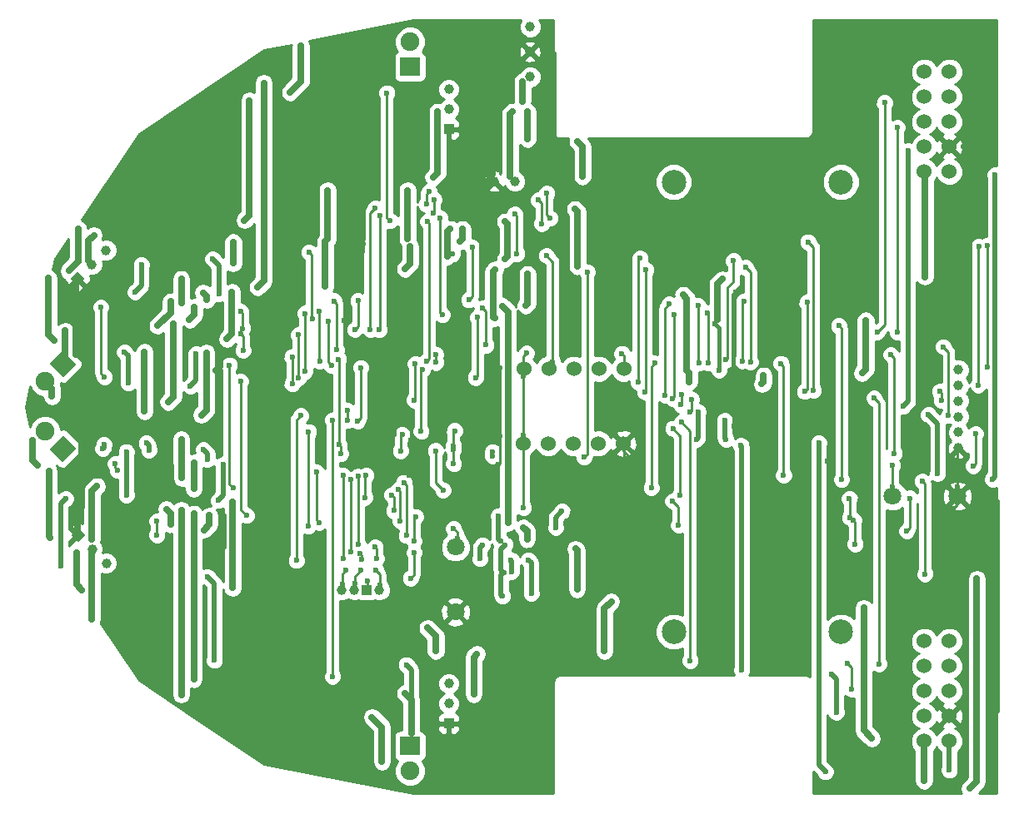
<source format=gbl>
G04 #@! TF.FileFunction,Copper,L2,Bot,Signal*
%FSLAX46Y46*%
G04 Gerber Fmt 4.6, Leading zero omitted, Abs format (unit mm)*
G04 Created by KiCad (PCBNEW 4.0.1-stable) date 2018年08月25日 土曜日 19:37:46*
%MOMM*%
G01*
G04 APERTURE LIST*
%ADD10C,0.100000*%
%ADD11C,1.000000*%
%ADD12R,2.000000X1.900000*%
%ADD13C,1.900000*%
%ADD14R,1.000000X1.000000*%
%ADD15C,1.800000*%
%ADD16C,1.524000*%
%ADD17C,2.500000*%
%ADD18C,0.600000*%
%ADD19C,0.700000*%
%ADD20C,0.500000*%
%ADD21C,0.250000*%
%ADD22C,0.400000*%
%ADD23C,0.254000*%
G04 APERTURE END LIST*
D10*
D11*
X-6688000Y-5062000D03*
X-4588000Y-5062000D03*
D12*
X-15240000Y6604000D03*
D13*
X-15240000Y9144000D03*
D12*
X-15240000Y-62484000D03*
D13*
X-15240000Y-65024000D03*
D10*
G36*
X-51924858Y-23586645D02*
X-50581355Y-22243142D01*
X-49167142Y-23657355D01*
X-50510645Y-25000858D01*
X-51924858Y-23586645D01*
X-51924858Y-23586645D01*
G37*
D13*
X-52342051Y-25418051D03*
D10*
G36*
X-50510645Y-30879142D02*
X-49167142Y-32222645D01*
X-50581355Y-33636858D01*
X-51924858Y-32293355D01*
X-50510645Y-30879142D01*
X-50510645Y-30879142D01*
G37*
D13*
X-52342051Y-30461949D03*
D11*
X-46111121Y-43904803D03*
X-47547962Y-42467962D03*
D10*
G36*
X-49691910Y-41031121D02*
X-48984803Y-40324014D01*
X-48277696Y-41031121D01*
X-48984803Y-41738228D01*
X-49691910Y-41031121D01*
X-49691910Y-41031121D01*
G37*
D11*
X-11303000Y-56134000D03*
X-11303000Y-58166000D03*
D14*
X-11303000Y-60198000D03*
D11*
X-11303000Y4318000D03*
X-11303000Y2286000D03*
D14*
X-11303000Y254000D03*
D11*
X-46138197Y-12075121D03*
X-47575038Y-13511962D03*
D10*
G36*
X-49011879Y-15655910D02*
X-49718986Y-14948803D01*
X-49011879Y-14241696D01*
X-48304772Y-14948803D01*
X-49011879Y-15655910D01*
X-49011879Y-15655910D01*
G37*
D11*
X-3048000Y10668000D03*
X-3048000Y8128000D03*
X-3048000Y5588000D03*
D15*
X-10617200Y-48869600D03*
X-10617200Y-42265600D03*
X40386000Y-37084000D03*
X33782000Y-37084000D03*
D11*
X-18364200Y-46634400D03*
X-20904200Y-46634400D03*
X-22174200Y-46634400D03*
D14*
X-19634200Y-46634400D03*
D16*
X37022000Y-51826000D03*
X37022000Y-54366000D03*
X37022000Y-56906000D03*
X37022000Y-59446000D03*
X37022000Y-61986000D03*
X39562000Y-51826000D03*
X39562000Y-54366000D03*
X39562000Y-56906000D03*
X39562000Y-59446000D03*
X39562000Y-61986000D03*
X37022000Y6086000D03*
X37022000Y3546000D03*
X37022000Y1006000D03*
X37022000Y-1534000D03*
X37022000Y-4074000D03*
X39562000Y6086000D03*
X39562000Y3546000D03*
X39562000Y1006000D03*
X39562000Y-1534000D03*
X39562000Y-4074000D03*
X6427000Y-31730000D03*
X3887000Y-31730000D03*
X1347000Y-31730000D03*
X-1193000Y-31730000D03*
X-3733000Y-31730000D03*
X-3683000Y-24130000D03*
X-1143000Y-24130000D03*
X1397000Y-24130000D03*
X3937000Y-24130000D03*
X6477000Y-24130000D03*
D11*
X40484000Y-24244000D03*
X40484000Y-25844000D03*
X40484000Y-27394000D03*
X40484000Y-28994000D03*
X40484000Y-30594000D03*
X40484000Y-32194000D03*
D17*
X11545200Y-5127000D03*
X28545200Y-5127000D03*
X11545200Y-50872400D03*
X28545200Y-50872400D03*
D18*
X-39687500Y-30797500D03*
X-37909500Y-27686000D03*
X-31178500Y-26797000D03*
X-30480000Y-30353000D03*
X-48577500Y-38163500D03*
X-48260000Y-31115000D03*
X-34226500Y-39116000D03*
X-34861500Y-42862500D03*
X-43180000Y-42037000D03*
X-43180000Y-39312000D03*
X-48984803Y-41031121D03*
X-49022000Y-39624000D03*
X-41021000Y-30734000D03*
X-40322500Y-33274000D03*
X-47561500Y-30162500D03*
X-47561500Y-23310000D03*
X-49212500Y-22669500D03*
X-34544000Y-22415500D03*
X-34988500Y-24280498D03*
X-49212500Y-15494000D03*
X-48387000Y-18732500D03*
X-8509000Y190500D03*
X-1371600Y-49377600D03*
X6096000Y-54254400D03*
X-914400Y-54914800D03*
X-1219200Y-60096400D03*
X-15341600Y-29870400D03*
X-16814800Y-30073600D03*
X-16865600Y-30784800D03*
X-15189200Y-31394400D03*
X-15341600Y-34950400D03*
X1219200Y-40030400D03*
X1066800Y-34036000D03*
X-6248400Y-33883600D03*
X-6146800Y-30988000D03*
X-6146800Y-24028400D03*
X-10922000Y-23622000D03*
X-10922000Y-14478000D03*
X7137400Y-33147000D03*
X6427000Y-31730000D03*
X6477000Y-40462200D03*
X27330400Y-39382700D03*
X27152600Y-33528000D03*
X39966900Y-38379400D03*
X40386000Y-37084000D03*
X27901900Y-39458900D03*
X27889200Y-41948100D03*
X40484000Y-32194000D03*
X40373300Y-36182300D03*
X-21971000Y-19177000D03*
X-19977100Y-11455400D03*
X-20281900Y-12560300D03*
X-21958300Y-12776200D03*
X19989800Y-31724600D03*
X19812000Y-33439100D03*
X15405100Y-33096200D03*
X15372000Y-31308000D03*
X44373800Y-37668200D03*
X43815000Y-59512200D03*
X17622000Y-24558000D03*
X19215100Y-31076900D03*
X18986500Y-30187900D03*
X17691100Y-29946600D03*
X17881600Y-16344900D03*
X41186100Y-13436600D03*
X41084500Y-1511300D03*
X39484300Y-13995400D03*
X39090600Y-16370300D03*
X-1143000Y-3086100D03*
X-1181100Y8331200D03*
X-6350000Y8382000D03*
X-6858000Y-4318000D03*
X-7366000Y-5080000D03*
X-7874000Y-13208000D03*
X-20066000Y-3175000D03*
X-20066000Y-10922000D03*
X-28194000Y-3175000D03*
X-28194000Y-10922000D03*
X2743200Y-14274800D03*
X2438400Y-33121600D03*
X-6858000Y-32969200D03*
X-6858000Y-32562800D03*
X31064200Y-19189700D03*
X30683200Y-24561800D03*
X13122000Y-24558000D03*
X20675600Y-24815800D03*
X20510500Y-25679400D03*
X13106400Y-25463500D03*
X12877800Y-24257000D03*
X12509500Y-16598900D03*
X1739900Y-46558200D03*
X1562100Y-42430700D03*
X-3352800Y-41478200D03*
X-3721100Y-40297100D03*
X-5295900Y-39789100D03*
X-5854700Y-17767300D03*
X-3505200Y-17678400D03*
X-23622000Y-5969000D03*
X-23622000Y-10922000D03*
X-23876000Y-11176000D03*
X-23876000Y-15748000D03*
X-3302000Y-15748000D03*
X-3302000Y-14478000D03*
X1778000Y-13716000D03*
X1524000Y-7874000D03*
X-38481000Y-33655000D03*
X-47561500Y-41465500D03*
X-47053500Y-36068000D03*
X-38417500Y-35242500D03*
X-38481000Y-33655000D03*
X-38481000Y-31305500D03*
X-12636500Y-52832000D03*
X-13462000Y-50482500D03*
X-47561500Y-49593500D03*
X-47547962Y-42467962D03*
X-38481000Y-14986000D03*
X-38481000Y-17399000D03*
X-47942500Y-13081000D03*
X-47371000Y-10541000D03*
X-33210500Y-11239500D03*
X-33210500Y-13398500D03*
X-15240000Y-11684000D03*
X-15748000Y-13970000D03*
X-8763000Y-57213500D03*
X-8445500Y-53149500D03*
X4508500Y-52832000D03*
X5207000Y-47815500D03*
X30861000Y-48450500D03*
X31686500Y-61722000D03*
X-12446000Y2032000D03*
X-12890500Y-4635500D03*
X37084000Y-45008800D03*
X36804600Y-35547300D03*
X28613100Y-35394900D03*
X28321000Y-19748500D03*
X37022000Y-61986000D03*
X36995100Y-66027300D03*
X41630600Y-66827400D03*
X42354500Y-45491400D03*
X16002000Y-19151600D03*
X16497300Y-14998700D03*
X37071300Y-14770100D03*
X37022000Y-4074000D03*
X15760700Y-19532600D03*
X16167100Y-24257000D03*
X-6642100Y-18986500D03*
X-6591300Y-14008100D03*
X-15494000Y-10922000D03*
X-15494000Y-5969000D03*
X-10160000Y-11176000D03*
X-9906000Y-9906000D03*
X-5588000Y-12954000D03*
X-5588000Y-9144000D03*
X-4991100Y-43561000D03*
X-4914900Y-44742100D03*
X-7874000Y-42037000D03*
X-8140700Y-43459400D03*
X-3225800Y-43561000D03*
X-2921000Y-46964600D03*
X-22707600Y-22199600D03*
X-22961600Y-17221200D03*
X-32454000Y-20574000D03*
X-32258000Y-20015200D03*
X-32454000Y-18288000D03*
X-32207200Y-22250400D03*
X-22504400Y-23164800D03*
X-22301200Y-32766000D03*
X-22453600Y-31851600D03*
X-16205200Y-32461200D03*
X-16052800Y-30835600D03*
X-14833600Y-41656000D03*
X-14681200Y-39166800D03*
X-19634200Y-46634400D03*
X-19608800Y-45669200D03*
X-15189200Y-45415200D03*
X-14833600Y-42824400D03*
X-14122400Y-30480000D03*
X-14020800Y-24231600D03*
X-3695700Y-24917400D03*
X-3746500Y-30886400D03*
X33972500Y-32715200D03*
X33604200Y-22669500D03*
X-3708400Y-38265100D03*
X-3733000Y-31730000D03*
X-12661900Y-22656800D03*
X-12623800Y-23482300D03*
X6477000Y-24130000D03*
X6286500Y-22580600D03*
X-3403600Y-22529800D03*
X-3683000Y-24130000D03*
X-6235700Y-39090600D03*
X-6019800Y-41656000D03*
X-5842000Y-44792900D03*
X-5588000Y-42037000D03*
X-5715000Y-44831000D03*
X-5842000Y-47269400D03*
X-5080000Y-4572000D03*
X-4826000Y2032000D03*
X-25908000Y-18491200D03*
X-25908000Y-24384000D03*
X-26568400Y-20675600D03*
X-26568400Y-25044400D03*
X-27228800Y-22910800D03*
X-27228800Y-25654000D03*
X-11176000Y-9906000D03*
X-11430000Y-12700000D03*
X-10922000Y-12446000D03*
X-37020500Y-22606000D03*
X-37592000Y-25908000D03*
X-43878500Y-25590500D03*
X-44259500Y-22415500D03*
X-30099000Y4953000D03*
X-30734000Y-15811500D03*
X-33337500Y-16319500D03*
X-33845500Y-21082000D03*
X-26352500Y8699500D03*
X-27432000Y4000500D03*
X-31559500Y3175000D03*
X-32067500Y-9017000D03*
X-48958500Y-9906000D03*
X-49911000Y-14160500D03*
X-52006500Y-14922500D03*
X-51435000Y-21209000D03*
X-50228500Y-37338000D03*
X-50736500Y-44196000D03*
X-35814000Y-45275500D03*
X-35115500Y-53784500D03*
X-15621000Y-54229000D03*
X-15113000Y-61214000D03*
X-15748000Y-57150000D03*
X-37211000Y-55689500D03*
X-37211000Y-38862000D03*
X-38481000Y-38481000D03*
X-18097500Y-64071500D03*
X-19113500Y-59563000D03*
X-38481000Y-57277000D03*
X-50546000Y-23622000D03*
X-39560500Y-17272000D03*
X-40894000Y-19748500D03*
X-50292000Y-20256500D03*
X-35877500Y-17081500D03*
X-36258500Y-16383000D03*
X-52342051Y-25418051D03*
X-37147500Y-17843500D03*
X-37655500Y-19113500D03*
X-39306500Y-19558000D03*
X-39814500Y-27495500D03*
X-51625500Y-26924000D03*
X-35814000Y-33337500D03*
X-36258500Y-32321500D03*
X-41783000Y-32385000D03*
X-42037000Y-31686500D03*
X-46355000Y-31813500D03*
X-46482000Y-32258000D03*
X-37211000Y-33655000D03*
X-53594000Y-31369000D03*
X-53086000Y-33972500D03*
X-51943000Y-34544000D03*
X-51816000Y-41275000D03*
X-49149000Y-42799000D03*
X-48577500Y-46609000D03*
X-33274000Y-46418500D03*
X-33274000Y-37655500D03*
X-37211000Y-36322000D03*
X-431800Y-40297100D03*
X196000Y-38608000D03*
X-43180000Y-16314000D03*
X-34671000Y-16510000D03*
X-35306000Y-12954000D03*
X-42545000Y-13525500D03*
X-42227500Y-22410000D03*
X-35941000Y-22479000D03*
X-36449000Y-28829000D03*
X-42227500Y-28448000D03*
X-44069000Y-32570000D03*
X-34226500Y-33845500D03*
X-34734500Y-37528500D03*
X-44069000Y-36957000D03*
X-35623500Y-39052500D03*
X-36195000Y-40513000D03*
X-39560500Y-39941500D03*
X-40005000Y-38417500D03*
X-3810000Y3048000D03*
X-3810000Y5080000D03*
X2286000Y-4572000D03*
X1778000Y-1016000D03*
X-3302000Y-762000D03*
X-3302000Y2032000D03*
X29406000Y-37338000D03*
X29438600Y-39255700D03*
X29984700Y-41948100D03*
X29832300Y-39522400D03*
X-21742400Y-44646000D03*
X-22148800Y-46075600D03*
X-22047200Y-43434000D03*
X-22047200Y-34950400D03*
X-20218400Y-44646000D03*
X-20878800Y-45974000D03*
X-20167600Y-43484800D03*
X-20320000Y-42926000D03*
X-21285200Y-42773600D03*
X-21285200Y-35407600D03*
X-18694400Y-44646000D03*
X-18338800Y-46126400D03*
X-18643600Y-43434000D03*
X-18796000Y-42265600D03*
X-20523200Y-42011600D03*
X-20523200Y-35052000D03*
X-10820400Y-31953200D03*
X-10718800Y-30429200D03*
X-10813200Y-32308800D03*
X-10820400Y-33782000D03*
X-10464800Y-41351200D03*
X-10820400Y-40386000D03*
X-25603200Y-40132000D03*
X-25552400Y-30530800D03*
X-33591500Y-23749000D03*
X-33210500Y-36258500D03*
X-40957500Y-39624000D03*
X-40957500Y-41021000D03*
X-15621000Y-41084500D03*
X-15875000Y-35687000D03*
X-46672500Y-17843500D03*
X-46291500Y-24955500D03*
X-32448500Y-25400000D03*
X-31877000Y-39052500D03*
X-16891000Y-38544500D03*
X-17081500Y-36957000D03*
X-45212000Y-33782000D03*
X-44958000Y-34480500D03*
X-24765000Y-34607500D03*
X-24511000Y-39751000D03*
X-16256000Y-39624000D03*
X-16446500Y-36385500D03*
X12217400Y-36957000D03*
X11480800Y-30200600D03*
X35560000Y-37287200D03*
X35204400Y-40640000D03*
X12039600Y-40030400D03*
X11430000Y-37592000D03*
X-19812000Y-37236400D03*
X-19710400Y-34950400D03*
X42227500Y-30721300D03*
X41973500Y-33985200D03*
X33782000Y-33978000D03*
X33769300Y-36182300D03*
X-26797000Y-43624500D03*
X-26352500Y-28892500D03*
X-23114000Y-55435500D03*
X-23114000Y-29337000D03*
X-17589500Y3937000D03*
X-17272000Y-9080500D03*
X-13462000Y-9144000D03*
X-13589000Y-23368000D03*
X-14732000Y-23622000D03*
X-14795500Y-27305000D03*
X-25527000Y-12255500D03*
X-25146000Y-19050000D03*
X-23558500Y-19304000D03*
X-23177500Y-23812500D03*
X-20256500Y-24003000D03*
X-20574000Y-29464000D03*
X-21590000Y-29337000D03*
X-21590000Y-28384500D03*
X34251900Y-20370800D03*
X34251900Y419100D03*
X32969200Y2933700D03*
X32245300Y-20396200D03*
X42494200Y-25781000D03*
X42545000Y-11684000D03*
X-1854200Y-9359900D03*
X-2184400Y-6959600D03*
X-12827000Y-6908800D03*
X-12852400Y-8305800D03*
X-18313400Y-8572500D03*
X-18364200Y-20154900D03*
X-19291300Y-20116800D03*
X-18783300Y-7772400D03*
X-13589000Y-7378700D03*
X-13309600Y-6096000D03*
X-1346200Y-6261100D03*
X-1016000Y-8826500D03*
X43434000Y-11569700D03*
X43408600Y-23914100D03*
X38747700Y-27355800D03*
X38582600Y-26416000D03*
X25755600Y-26327100D03*
X25196800Y-11214100D03*
X-8902700Y-11785600D03*
X-9271000Y-17106900D03*
X-20535900Y-17208500D03*
X-20853400Y-20142200D03*
X39484300Y-28879800D03*
X38938200Y-21882100D03*
X-7518400Y-21704300D03*
X-7861300Y-17970500D03*
X-24447500Y-18313400D03*
X-24434800Y-23342600D03*
X-736600Y-23444200D03*
X-1384300Y-12598400D03*
X-4381500Y-12407900D03*
X-4597400Y-8382000D03*
X-12166600Y-8801100D03*
X-11950700Y-18630900D03*
X-8369300Y-18897600D03*
X-8585200Y-25019000D03*
X7924800Y-25463500D03*
X8128000Y-12865100D03*
X17640300Y-13144500D03*
X16878300Y-23215600D03*
X19342100Y-23444200D03*
X18859500Y-13830300D03*
X8724900Y-14058900D03*
X8610600Y-26454100D03*
X10642600Y-26822400D03*
X11074400Y-17551400D03*
X14020800Y-17716500D03*
X14122400Y-23545800D03*
X15062200Y-23507700D03*
X14986000Y-18440400D03*
X11607800Y-18605500D03*
X11455400Y-27152600D03*
X18529300Y-23329900D03*
X18669000Y-17272000D03*
X25095200Y-17373600D03*
X24866600Y-26441400D03*
X12319000Y-26758900D03*
X12293600Y-27774900D03*
X32397700Y-54140100D03*
X31902400Y-27101800D03*
X13347700Y-27228800D03*
X13208000Y-28549600D03*
X29603700Y-56718200D03*
X29210000Y-54089300D03*
X13233400Y-53809900D03*
X12357100Y-29565600D03*
X-12649200Y-32461200D03*
X-11899900Y-36461700D03*
X9271000Y-36233100D03*
X9652000Y-23558500D03*
X22720300Y-34937700D03*
X22440900Y-23583900D03*
X39562000Y-61986000D03*
X26289000Y-31673800D03*
X26974800Y-65112900D03*
X39560500Y-64947800D03*
X28079700Y-59055000D03*
X27622500Y-55206900D03*
X18478500Y-54762400D03*
X18376900Y-31940500D03*
X16872000Y-31308000D03*
X44196000Y-4406900D03*
X43929300Y-35356800D03*
X38366700Y-34785300D03*
X37452300Y-28803600D03*
X16738600Y-29387800D03*
X13872000Y-31308000D03*
X35369500Y-1968500D03*
X34874200Y-27940000D03*
X14046200Y-28498800D03*
D19*
X-39687500Y-30797500D02*
X-37909500Y-29019500D01*
X-37909500Y-29019500D02*
X-37909500Y-27686000D01*
X-31178500Y-26797000D02*
X-30480000Y-27495500D01*
X-30480000Y-27495500D02*
X-30480000Y-30353000D01*
X-48577500Y-31432500D02*
X-48577500Y-38163500D01*
X-48260000Y-31115000D02*
X-48577500Y-31432500D01*
X-34226500Y-42227500D02*
X-34226500Y-39116000D01*
X-34861500Y-42862500D02*
X-34226500Y-42227500D01*
X-43180000Y-39312000D02*
X-43180000Y-42037000D01*
X-48984803Y-41031121D02*
X-49022000Y-40993924D01*
X-49022000Y-40993924D02*
X-49022000Y-39624000D01*
X-41021000Y-30734000D02*
X-40322500Y-31432500D01*
X-40322500Y-31432500D02*
X-40322500Y-33274000D01*
X-47561500Y-23310000D02*
X-47561500Y-30162500D01*
X-49212500Y-17907000D02*
X-49212500Y-22669500D01*
X-34544000Y-23835998D02*
X-34544000Y-22415500D01*
X-34988500Y-24280498D02*
X-34544000Y-23835998D01*
X-49212500Y-17907000D02*
X-49212500Y-15494000D01*
D20*
X-48387000Y-18732500D02*
X-49212500Y-17907000D01*
D19*
X-7874000Y-444500D02*
X-7874000Y-5588000D01*
X-8509000Y190500D02*
X-7874000Y-444500D01*
D21*
X-1371600Y-49377600D02*
X-914400Y-49834800D01*
X-914400Y-49834800D02*
X-914400Y-54914800D01*
D19*
X6477000Y-53873400D02*
X6477000Y-40462200D01*
X6096000Y-54254400D02*
X6477000Y-53873400D01*
X-914400Y-59791600D02*
X-914400Y-54914800D01*
X-1219200Y-60096400D02*
X-914400Y-59791600D01*
D21*
X-15189200Y-30022800D02*
X-15189200Y-31394400D01*
X-15341600Y-29870400D02*
X-15189200Y-30022800D01*
X-16814800Y-30734000D02*
X-16814800Y-30073600D01*
X-16865600Y-30784800D02*
X-16814800Y-30734000D01*
X-15189200Y-34798000D02*
X-15189200Y-31394400D01*
X-15341600Y-34950400D02*
X-15189200Y-34798000D01*
X1219200Y-34188400D02*
X1219200Y-40030400D01*
X1066800Y-34036000D02*
X1219200Y-34188400D01*
X-6146800Y-33782000D02*
X-6248400Y-33883600D01*
X-6146800Y-30988000D02*
X-6146800Y-33782000D01*
X-6146800Y-24028400D02*
X-6146800Y-30988000D01*
X-10922000Y-14478000D02*
X-10922000Y-23622000D01*
X7137400Y-33147000D02*
X6427000Y-32436600D01*
X6427000Y-32436600D02*
X6427000Y-31730000D01*
X6427000Y-31730000D02*
X6477000Y-31780000D01*
X6477000Y-31780000D02*
X6477000Y-40462200D01*
X27330400Y-33705800D02*
X27330400Y-39382700D01*
X27152600Y-33528000D02*
X27330400Y-33705800D01*
X39966900Y-38379400D02*
X40386000Y-37960300D01*
X40386000Y-37960300D02*
X40386000Y-37084000D01*
X27901900Y-39458900D02*
X27889200Y-39471600D01*
X27889200Y-39471600D02*
X27889200Y-41948100D01*
X40484000Y-32194000D02*
X40373300Y-32304700D01*
X40373300Y-32304700D02*
X40373300Y-36182300D01*
X-19977100Y-12255500D02*
X-19977100Y-11455400D01*
X-20281900Y-12560300D02*
X-19977100Y-12255500D01*
X-21958300Y-19164300D02*
X-21958300Y-12776200D01*
X-21958300Y-19164300D02*
X-21971000Y-19177000D01*
D20*
X19989800Y-33261300D02*
X19989800Y-31724600D01*
X19812000Y-33439100D02*
X19989800Y-33261300D01*
X15405100Y-31341100D02*
X15405100Y-33096200D01*
X15372000Y-31308000D02*
X15405100Y-31341100D01*
D19*
X44373800Y-58953400D02*
X44373800Y-37668200D01*
X43815000Y-59512200D02*
X44373800Y-58953400D01*
D22*
X17622000Y-16604500D02*
X17622000Y-24558000D01*
X19215100Y-30416500D02*
X19215100Y-31076900D01*
X18986500Y-30187900D02*
X19215100Y-30416500D01*
X17691100Y-24627100D02*
X17691100Y-29946600D01*
X17691100Y-24627100D02*
X17622000Y-24558000D01*
X17881600Y-16344900D02*
X17622000Y-16604500D01*
D19*
X41529000Y-13093700D02*
X41186100Y-13436600D01*
X41529000Y-1955800D02*
X41529000Y-13093700D01*
X41084500Y-1511300D02*
X41529000Y-1955800D01*
X39484300Y-15976600D02*
X39484300Y-13995400D01*
X39090600Y-16370300D02*
X39484300Y-15976600D01*
X-723900Y-2667000D02*
X-1143000Y-3086100D01*
X-723900Y7874000D02*
X-723900Y-2667000D01*
X-1181100Y8331200D02*
X-723900Y7874000D01*
X-6350000Y8382000D02*
X-6858000Y7874000D01*
X-6858000Y7874000D02*
X-6858000Y-4318000D01*
X-7366000Y-5080000D02*
X-7874000Y-5588000D01*
X-7874000Y-5588000D02*
X-7874000Y-13208000D01*
X-20066000Y-10922000D02*
X-20066000Y-3175000D01*
X-28194000Y-3175000D02*
X-28194000Y-10922000D01*
D21*
X2743200Y-32816800D02*
X2743200Y-14274800D01*
X2438400Y-33121600D02*
X2743200Y-32816800D01*
X-6858000Y-32562800D02*
X-6858000Y-32969200D01*
D19*
X31064200Y-24180800D02*
X31064200Y-19189700D01*
X30683200Y-24561800D02*
X31064200Y-24180800D01*
X20675600Y-25514300D02*
X20675600Y-24815800D01*
X20510500Y-25679400D02*
X20675600Y-25514300D01*
X13106400Y-24573600D02*
X13106400Y-25463500D01*
X13122000Y-24558000D02*
X13106400Y-24573600D01*
X12877800Y-16967200D02*
X12877800Y-24257000D01*
X12509500Y-16598900D02*
X12877800Y-16967200D01*
X1739900Y-42608500D02*
X1739900Y-46558200D01*
X1562100Y-42430700D02*
X1739900Y-42608500D01*
X-3302000Y-15748000D02*
X-3302000Y-17475200D01*
X-3352800Y-40665400D02*
X-3352800Y-41478200D01*
X-3721100Y-40297100D02*
X-3352800Y-40665400D01*
X-5295900Y-18326100D02*
X-5295900Y-39789100D01*
X-5854700Y-17767300D02*
X-5295900Y-18326100D01*
X-3302000Y-17475200D02*
X-3505200Y-17678400D01*
X-23622000Y-5969000D02*
X-23622000Y-10922000D01*
X-23876000Y-11176000D02*
X-23876000Y-15748000D01*
X-3302000Y-15748000D02*
X-3302000Y-14478000D01*
X1778000Y-8128000D02*
X1778000Y-13716000D01*
X1524000Y-7874000D02*
X1778000Y-8128000D01*
X-38481000Y-33655000D02*
X-38417500Y-33718500D01*
X-47561500Y-36576000D02*
X-47561500Y-41465500D01*
X-47053500Y-36068000D02*
X-47561500Y-36576000D01*
X-38417500Y-33718500D02*
X-38417500Y-35242500D01*
X-38481000Y-31305500D02*
X-38481000Y-33655000D01*
X-12636500Y-51308000D02*
X-12636500Y-52832000D01*
X-13462000Y-50482500D02*
X-12636500Y-51308000D01*
X-47561500Y-42481500D02*
X-47561500Y-49593500D01*
X-47547962Y-42467962D02*
X-47561500Y-42481500D01*
X-38481000Y-14986000D02*
X-38481000Y-17399000D01*
X-47942500Y-11112500D02*
X-47942500Y-13081000D01*
X-47371000Y-10541000D02*
X-47942500Y-11112500D01*
X-33210500Y-13398500D02*
X-33210500Y-11239500D01*
X-15240000Y-13462000D02*
X-15240000Y-11684000D01*
X-15748000Y-13970000D02*
X-15240000Y-13462000D01*
X-8763000Y-53467000D02*
X-8763000Y-57213500D01*
X-8445500Y-53149500D02*
X-8763000Y-53467000D01*
X4508500Y-48514000D02*
X4508500Y-52832000D01*
X5207000Y-47815500D02*
X4508500Y-48514000D01*
X30861000Y-60896500D02*
X30861000Y-48450500D01*
X31686500Y-61722000D02*
X30861000Y-60896500D01*
X-12446000Y-4191000D02*
X-12446000Y2032000D01*
X-12890500Y-4635500D02*
X-12446000Y-4191000D01*
D21*
X37084000Y-35826700D02*
X37084000Y-45008800D01*
X36804600Y-35547300D02*
X37084000Y-35826700D01*
X28613100Y-20040600D02*
X28613100Y-35394900D01*
X28321000Y-19748500D02*
X28613100Y-20040600D01*
D20*
X37022000Y-61986000D02*
X36995100Y-62012900D01*
D19*
X36995100Y-62012900D02*
X36995100Y-66027300D01*
X41630600Y-66827400D02*
X42354500Y-66103500D01*
X42354500Y-66103500D02*
X42354500Y-45491400D01*
X16002000Y-15494000D02*
X16002000Y-19151600D01*
X16497300Y-14998700D02*
X16002000Y-15494000D01*
X37071300Y-4123300D02*
X37071300Y-14770100D01*
X37022000Y-4074000D02*
X37071300Y-4123300D01*
D22*
X15760700Y-19532600D02*
X16167100Y-19939000D01*
X16167100Y-19939000D02*
X16167100Y-24257000D01*
D19*
X-6794500Y-18834100D02*
X-6642100Y-18986500D01*
X-6794500Y-14211300D02*
X-6794500Y-18834100D01*
X-6591300Y-14008100D02*
X-6794500Y-14211300D01*
X-15494000Y-10922000D02*
X-15494000Y-5969000D01*
X-10160000Y-11176000D02*
X-9906000Y-10922000D01*
X-9906000Y-10922000D02*
X-9906000Y-9906000D01*
X-5334000Y-12700000D02*
X-5588000Y-12954000D01*
X-5334000Y-9398000D02*
X-5334000Y-12700000D01*
X-5588000Y-9144000D02*
X-5334000Y-9398000D01*
D20*
X-4914900Y-43637200D02*
X-4914900Y-44742100D01*
X-4914900Y-43637200D02*
X-4991100Y-43561000D01*
X-8140700Y-42303700D02*
X-7874000Y-42037000D01*
X-8140700Y-42303700D02*
X-8140700Y-43459400D01*
X-3225800Y-43561000D02*
X-2921000Y-43865800D01*
X-2921000Y-43865800D02*
X-2921000Y-46964600D01*
D21*
X-22707600Y-17475200D02*
X-22707600Y-22199600D01*
X-22961600Y-17221200D02*
X-22707600Y-17475200D01*
X-32454000Y-18288000D02*
X-32258000Y-18484000D01*
X-32258000Y-18484000D02*
X-32258000Y-20015200D01*
X-32207200Y-20820800D02*
X-32207200Y-22250400D01*
X-32454000Y-20574000D02*
X-32207200Y-20820800D01*
X-22453600Y-23215600D02*
X-22453600Y-31851600D01*
X-22504400Y-23164800D02*
X-22453600Y-23215600D01*
X-22301200Y-32004000D02*
X-22301200Y-32766000D01*
X-22453600Y-31851600D02*
X-22301200Y-32004000D01*
X-16205200Y-30988000D02*
X-16205200Y-32461200D01*
X-16052800Y-30835600D02*
X-16205200Y-30988000D01*
X-14833600Y-39319200D02*
X-14833600Y-41656000D01*
X-14681200Y-39166800D02*
X-14833600Y-39319200D01*
X-19634200Y-46634400D02*
X-19608800Y-46609000D01*
X-19608800Y-46609000D02*
X-19608800Y-45669200D01*
X-15189200Y-45415200D02*
X-14833600Y-45059600D01*
X-14833600Y-45059600D02*
X-14833600Y-42824400D01*
X-14122400Y-24333200D02*
X-14122400Y-30480000D01*
X-14020800Y-24231600D02*
X-14122400Y-24333200D01*
X-3695700Y-24917400D02*
X-3746500Y-24968200D01*
X-3746500Y-24968200D02*
X-3746500Y-30886400D01*
X33972500Y-23037800D02*
X33972500Y-32715200D01*
X33604200Y-22669500D02*
X33972500Y-23037800D01*
X-3708400Y-31754600D02*
X-3708400Y-38265100D01*
X-3733000Y-31730000D02*
X-3708400Y-31754600D01*
X-12661900Y-23444200D02*
X-12661900Y-22656800D01*
X-12623800Y-23482300D02*
X-12661900Y-23444200D01*
X6477000Y-22771100D02*
X6477000Y-24130000D01*
X6286500Y-22580600D02*
X6477000Y-22771100D01*
X-3708400Y-22834600D02*
X-3403600Y-22529800D01*
X-3708400Y-24104600D02*
X-3708400Y-22834600D01*
X-3683000Y-24130000D02*
X-3708400Y-24104600D01*
D20*
X-6235700Y-41440100D02*
X-6235700Y-39090600D01*
X-6019800Y-41656000D02*
X-6235700Y-41440100D01*
X-6045200Y-42494200D02*
X-5588000Y-42037000D01*
X-6045200Y-42494200D02*
X-6045200Y-44589700D01*
X-5842000Y-44792900D02*
X-6045200Y-44589700D01*
X-5981700Y-47129700D02*
X-5842000Y-47269400D01*
X-5981700Y-45097700D02*
X-5981700Y-47129700D01*
X-5715000Y-44831000D02*
X-5981700Y-45097700D01*
D19*
X-5080000Y1778000D02*
X-5080000Y-4572000D01*
X-4826000Y2032000D02*
X-5080000Y1778000D01*
D21*
X-25908000Y-24384000D02*
X-25908000Y-18491200D01*
X-26568400Y-25044400D02*
X-26568400Y-20675600D01*
X-27228800Y-25654000D02*
X-27228800Y-22910800D01*
D19*
X-11176000Y-9906000D02*
X-11430000Y-10160000D01*
X-11430000Y-10160000D02*
X-11430000Y-12700000D01*
D20*
X-37020500Y-25336500D02*
X-37020500Y-22606000D01*
X-37592000Y-25908000D02*
X-37020500Y-25336500D01*
X-43878500Y-22796500D02*
X-43878500Y-25590500D01*
X-44259500Y-22415500D02*
X-43878500Y-22796500D01*
D19*
X-30099000Y-15176500D02*
X-30099000Y4953000D01*
X-30734000Y-15811500D02*
X-30099000Y-15176500D01*
X-33337500Y-20574000D02*
X-33337500Y-16319500D01*
X-33845500Y-21082000D02*
X-33337500Y-20574000D01*
X-26352500Y5080000D02*
X-26352500Y8699500D01*
X-27432000Y4000500D02*
X-26352500Y5080000D01*
X-31559500Y-8509000D02*
X-31559500Y3175000D01*
X-32067500Y-9017000D02*
X-31559500Y-8509000D01*
X-48958500Y-13208000D02*
X-48958500Y-9906000D01*
X-49911000Y-14160500D02*
X-48958500Y-13208000D01*
X-52006500Y-20637500D02*
X-52006500Y-14922500D01*
X-51435000Y-21209000D02*
X-52006500Y-20637500D01*
D20*
X-50228500Y-37338000D02*
X-50736500Y-37846000D01*
X-50736500Y-37846000D02*
X-50736500Y-44196000D01*
X-35814000Y-45275500D02*
X-35115500Y-45974000D01*
X-35115500Y-45974000D02*
X-35115500Y-53784500D01*
X-15621000Y-54229000D02*
X-15113000Y-54737000D01*
X-15113000Y-54737000D02*
X-15113000Y-57785000D01*
D19*
X-15113000Y-57785000D02*
X-15113000Y-61214000D01*
X-15748000Y-57150000D02*
X-15113000Y-57785000D01*
X-37211000Y-47561500D02*
X-37211000Y-55689500D01*
X-37211000Y-38862000D02*
X-37211000Y-47561500D01*
X-18097500Y-60579000D02*
X-18097500Y-64071500D01*
X-19113500Y-59563000D02*
X-18097500Y-60579000D01*
X-38481000Y-45339000D02*
X-38481000Y-57277000D01*
X-38481000Y-45339000D02*
X-38481000Y-38481000D01*
X-50546000Y-23622000D02*
X-50292000Y-23368000D01*
X-50292000Y-23368000D02*
X-50292000Y-20256500D01*
X-39560500Y-18415000D02*
X-39560500Y-17272000D01*
X-40894000Y-19748500D02*
X-39560500Y-18415000D01*
X-35877500Y-16764000D02*
X-35877500Y-17081500D01*
X-36258500Y-16383000D02*
X-35877500Y-16764000D01*
X-52342051Y-25418051D02*
X-51625500Y-26134602D01*
X-37147500Y-18605500D02*
X-37147500Y-17843500D01*
X-37655500Y-19113500D02*
X-37147500Y-18605500D01*
X-39306500Y-26987500D02*
X-39306500Y-19558000D01*
X-39814500Y-27495500D02*
X-39306500Y-26987500D01*
X-51625500Y-26134602D02*
X-51625500Y-26924000D01*
D20*
X-35814000Y-32766000D02*
X-35814000Y-33337500D01*
X-36258500Y-32321500D02*
X-35814000Y-32766000D01*
X-41783000Y-31940500D02*
X-41783000Y-32385000D01*
X-42037000Y-31686500D02*
X-41783000Y-31940500D01*
X-46355000Y-32131000D02*
X-46355000Y-31813500D01*
X-46482000Y-32258000D02*
X-46355000Y-32131000D01*
D19*
X-53594000Y-33464500D02*
X-53594000Y-31369000D01*
X-53086000Y-33972500D02*
X-53594000Y-33464500D01*
X-51943000Y-41148000D02*
X-51943000Y-34544000D01*
X-51816000Y-41275000D02*
X-51943000Y-41148000D01*
X-49149000Y-46037500D02*
X-49149000Y-42799000D01*
X-48577500Y-46609000D02*
X-49149000Y-46037500D01*
X-33274000Y-37655500D02*
X-33274000Y-46418500D01*
X-37211000Y-36322000D02*
X-37211000Y-33655000D01*
D20*
X-431800Y-39235800D02*
X-431800Y-40297100D01*
X-431800Y-39235800D02*
X196000Y-38608000D01*
X-34671000Y-13589000D02*
X-34671000Y-16510000D01*
X-35306000Y-12954000D02*
X-34671000Y-13589000D01*
X-42545000Y-15679000D02*
X-42545000Y-13525500D01*
X-42545000Y-15679000D02*
X-43180000Y-16314000D01*
D19*
X-35941000Y-28321000D02*
X-35941000Y-22479000D01*
X-36449000Y-28829000D02*
X-35941000Y-28321000D01*
X-42227500Y-28448000D02*
X-42227500Y-22410000D01*
D20*
X-34226500Y-37020500D02*
X-34226500Y-33845500D01*
X-34734500Y-37528500D02*
X-34226500Y-37020500D01*
X-44069000Y-36957000D02*
X-44069000Y-32570000D01*
D19*
X-35623500Y-39941500D02*
X-35623500Y-39052500D01*
X-36195000Y-40513000D02*
X-35623500Y-39941500D01*
X-39560500Y-38862000D02*
X-39560500Y-39941500D01*
X-40005000Y-38417500D02*
X-39560500Y-38862000D01*
X-3810000Y5080000D02*
X-3810000Y3048000D01*
X2286000Y-1524000D02*
X2286000Y-4572000D01*
X1778000Y-1016000D02*
X2286000Y-1524000D01*
X-3302000Y2032000D02*
X-3302000Y-762000D01*
D21*
X29438600Y-37370600D02*
X29438600Y-39255700D01*
X29438600Y-37370600D02*
X29406000Y-37338000D01*
X29984700Y-39674800D02*
X29984700Y-41948100D01*
X29832300Y-39522400D02*
X29984700Y-39674800D01*
X-22148800Y-45052400D02*
X-22148800Y-46075600D01*
X-22148800Y-45052400D02*
X-21742400Y-44646000D01*
X-22047200Y-34950400D02*
X-22047200Y-43434000D01*
X-20878800Y-45306400D02*
X-20878800Y-45974000D01*
X-20878800Y-45306400D02*
X-20218400Y-44646000D01*
X-20167600Y-43078400D02*
X-20167600Y-43484800D01*
X-20320000Y-42926000D02*
X-20167600Y-43078400D01*
X-21285200Y-35407600D02*
X-21285200Y-42773600D01*
X-18338800Y-45001600D02*
X-18338800Y-46126400D01*
X-18338800Y-45001600D02*
X-18694400Y-44646000D01*
X-18643600Y-42418000D02*
X-18643600Y-43434000D01*
X-18796000Y-42265600D02*
X-18643600Y-42418000D01*
X-20523200Y-35052000D02*
X-20523200Y-42011600D01*
X-10820400Y-30530800D02*
X-10820400Y-31953200D01*
X-10718800Y-30429200D02*
X-10820400Y-30530800D01*
X-10820400Y-32316000D02*
X-10820400Y-33782000D01*
X-10820400Y-32316000D02*
X-10813200Y-32308800D01*
X-10464800Y-40741600D02*
X-10464800Y-41351200D01*
X-10820400Y-40386000D02*
X-10464800Y-40741600D01*
X-25603200Y-30581600D02*
X-25603200Y-40132000D01*
X-25552400Y-30530800D02*
X-25603200Y-30581600D01*
X-33591500Y-35877500D02*
X-33591500Y-23749000D01*
X-33210500Y-36258500D02*
X-33591500Y-35877500D01*
X-40957500Y-41021000D02*
X-40957500Y-39624000D01*
X-15621000Y-35941000D02*
X-15621000Y-41084500D01*
X-15875000Y-35687000D02*
X-15621000Y-35941000D01*
X-46672500Y-24574500D02*
X-46672500Y-17843500D01*
X-46291500Y-24955500D02*
X-46672500Y-24574500D01*
X-32448500Y-38481000D02*
X-32448500Y-25400000D01*
X-31877000Y-39052500D02*
X-32448500Y-38481000D01*
X-16891000Y-37147500D02*
X-16891000Y-38544500D01*
X-17081500Y-36957000D02*
X-16891000Y-37147500D01*
X-45212000Y-34226500D02*
X-45212000Y-33782000D01*
X-44958000Y-34480500D02*
X-45212000Y-34226500D01*
X-24765000Y-39497000D02*
X-24765000Y-34607500D01*
X-24511000Y-39751000D02*
X-24765000Y-39497000D01*
X-16256000Y-36576000D02*
X-16256000Y-39624000D01*
X-16446500Y-36385500D02*
X-16256000Y-36576000D01*
X12217400Y-30937200D02*
X12217400Y-36957000D01*
X11480800Y-30200600D02*
X12217400Y-30937200D01*
X35560000Y-40284400D02*
X35560000Y-37287200D01*
X35204400Y-40640000D02*
X35560000Y-40284400D01*
X12039600Y-38201600D02*
X12039600Y-40030400D01*
X11430000Y-37592000D02*
X12039600Y-38201600D01*
X-19812000Y-35052000D02*
X-19812000Y-37236400D01*
X-19710400Y-34950400D02*
X-19812000Y-35052000D01*
X42227500Y-33731200D02*
X42227500Y-30721300D01*
X41973500Y-33985200D02*
X42227500Y-33731200D01*
X33769300Y-33990700D02*
X33769300Y-36182300D01*
X33769300Y-33990700D02*
X33782000Y-33978000D01*
X-26797000Y-29337000D02*
X-26797000Y-43624500D01*
X-26352500Y-28892500D02*
X-26797000Y-29337000D01*
X-23114000Y-36004500D02*
X-23114000Y-55435500D01*
X-23114000Y-29337000D02*
X-23114000Y-36004500D01*
X-17589500Y-8763000D02*
X-17589500Y3937000D01*
X-17272000Y-9080500D02*
X-17589500Y-8763000D01*
X-13335000Y-9271000D02*
X-13462000Y-9144000D01*
X-13335000Y-23114000D02*
X-13335000Y-9271000D01*
X-13589000Y-23368000D02*
X-13335000Y-23114000D01*
X-14732000Y-27241500D02*
X-14732000Y-23622000D01*
X-14795500Y-27305000D02*
X-14732000Y-27241500D01*
X-25273000Y-12509500D02*
X-25527000Y-12255500D01*
X-25273000Y-18923000D02*
X-25273000Y-12509500D01*
X-25146000Y-19050000D02*
X-25273000Y-18923000D01*
X-23558500Y-23431500D02*
X-23558500Y-19304000D01*
X-23177500Y-23812500D02*
X-23558500Y-23431500D01*
X-20256500Y-29146500D02*
X-20256500Y-24003000D01*
X-20574000Y-29464000D02*
X-20256500Y-29146500D01*
X-21590000Y-28384500D02*
X-21590000Y-29337000D01*
X34251900Y419100D02*
X34251900Y-20370800D01*
X32969200Y-19672300D02*
X32969200Y2933700D01*
X32245300Y-20396200D02*
X32969200Y-19672300D01*
X42494200Y-11734800D02*
X42494200Y-25781000D01*
X42545000Y-11684000D02*
X42494200Y-11734800D01*
X-1854200Y-7289800D02*
X-1854200Y-9359900D01*
X-2184400Y-6959600D02*
X-1854200Y-7289800D01*
X-12827000Y-8280400D02*
X-12827000Y-6908800D01*
X-12852400Y-8305800D02*
X-12827000Y-8280400D01*
X-18313400Y-20104100D02*
X-18313400Y-8572500D01*
X-18364200Y-20154900D02*
X-18313400Y-20104100D01*
X-19291300Y-8280400D02*
X-19291300Y-20116800D01*
X-18783300Y-7772400D02*
X-19291300Y-8280400D01*
X-13589000Y-6375400D02*
X-13589000Y-7378700D01*
X-13309600Y-6096000D02*
X-13589000Y-6375400D01*
X-1346200Y-8496300D02*
X-1346200Y-6261100D01*
X-1016000Y-8826500D02*
X-1346200Y-8496300D01*
X43434000Y-23888700D02*
X43434000Y-11569700D01*
X43408600Y-23914100D02*
X43434000Y-23888700D01*
X38747700Y-26581100D02*
X38747700Y-27355800D01*
X38582600Y-26416000D02*
X38747700Y-26581100D01*
X25755600Y-11772900D02*
X25755600Y-26327100D01*
X25196800Y-11214100D02*
X25755600Y-11772900D01*
X-8902700Y-16738600D02*
X-8902700Y-11785600D01*
X-9271000Y-17106900D02*
X-8902700Y-16738600D01*
X-20535900Y-19824700D02*
X-20535900Y-17208500D01*
X-20853400Y-20142200D02*
X-20535900Y-19824700D01*
X39484300Y-22428200D02*
X39484300Y-28879800D01*
X38938200Y-21882100D02*
X39484300Y-22428200D01*
X-7518400Y-18313400D02*
X-7518400Y-21704300D01*
X-7861300Y-17970500D02*
X-7518400Y-18313400D01*
X-24447500Y-23329900D02*
X-24447500Y-18313400D01*
X-24434800Y-23342600D02*
X-24447500Y-23329900D01*
X-736600Y-13246100D02*
X-736600Y-23444200D01*
X-1384300Y-12598400D02*
X-736600Y-13246100D01*
X-4381500Y-8597900D02*
X-4381500Y-12407900D01*
X-4597400Y-8382000D02*
X-4381500Y-8597900D01*
X-12166600Y-18415000D02*
X-12166600Y-8801100D01*
X-11950700Y-18630900D02*
X-12166600Y-18415000D01*
X-8369300Y-24803100D02*
X-8369300Y-18897600D01*
X-8585200Y-25019000D02*
X-8369300Y-24803100D01*
X7924800Y-13068300D02*
X7924800Y-25463500D01*
X8128000Y-12865100D02*
X7924800Y-13068300D01*
X17640300Y-15265400D02*
X17640300Y-13144500D01*
X16967200Y-15938500D02*
X17640300Y-15265400D01*
X16967200Y-23126700D02*
X16967200Y-15938500D01*
X16878300Y-23215600D02*
X16967200Y-23126700D01*
X19342100Y-14312900D02*
X19342100Y-23444200D01*
X18859500Y-13830300D02*
X19342100Y-14312900D01*
X8724900Y-26339800D02*
X8724900Y-14058900D01*
X8610600Y-26454100D02*
X8724900Y-26339800D01*
X10642600Y-17983200D02*
X10642600Y-26822400D01*
X11074400Y-17551400D02*
X10642600Y-17983200D01*
X14020800Y-23444200D02*
X14020800Y-17716500D01*
X14122400Y-23545800D02*
X14020800Y-23444200D01*
X15062200Y-18516600D02*
X15062200Y-23507700D01*
X14986000Y-18440400D02*
X15062200Y-18516600D01*
X11607800Y-27000200D02*
X11607800Y-18605500D01*
X11455400Y-27152600D02*
X11607800Y-27000200D01*
X18529300Y-17411700D02*
X18529300Y-23329900D01*
X18669000Y-17272000D02*
X18529300Y-17411700D01*
X25095200Y-26212800D02*
X25095200Y-17373600D01*
X24866600Y-26441400D02*
X25095200Y-26212800D01*
X12319000Y-27749500D02*
X12319000Y-26758900D01*
X12293600Y-27774900D02*
X12319000Y-27749500D01*
X32397700Y-27597100D02*
X32397700Y-54140100D01*
X31902400Y-27101800D02*
X32397700Y-27597100D01*
X13347700Y-28409900D02*
X13347700Y-27228800D01*
X13208000Y-28549600D02*
X13347700Y-28409900D01*
X29603700Y-54483000D02*
X29603700Y-56718200D01*
X29210000Y-54089300D02*
X29603700Y-54483000D01*
X13233400Y-30441900D02*
X13233400Y-53809900D01*
X12357100Y-29565600D02*
X13233400Y-30441900D01*
X-12649200Y-35712400D02*
X-12649200Y-32461200D01*
X-11899900Y-36461700D02*
X-12649200Y-35712400D01*
X9271000Y-23939500D02*
X9271000Y-36233100D01*
X9652000Y-23558500D02*
X9271000Y-23939500D01*
X22720300Y-23863300D02*
X22720300Y-34937700D01*
X22440900Y-23583900D02*
X22720300Y-23863300D01*
D20*
X39562000Y-61986000D02*
X39560500Y-61987500D01*
X39560500Y-61987500D02*
X39560500Y-64947800D01*
X26289000Y-64427100D02*
X26289000Y-31673800D01*
X26974800Y-65112900D02*
X26289000Y-64427100D01*
X28079700Y-55664100D02*
X28079700Y-59055000D01*
X27622500Y-55206900D02*
X28079700Y-55664100D01*
X18478500Y-32042100D02*
X18478500Y-54762400D01*
X18376900Y-31940500D02*
X18478500Y-32042100D01*
X44196000Y-35090100D02*
X44196000Y-4406900D01*
X43929300Y-35356800D02*
X44196000Y-35090100D01*
X38366700Y-29718000D02*
X38366700Y-34785300D01*
X37452300Y-28803600D02*
X38366700Y-29718000D01*
X16738600Y-31174600D02*
X16738600Y-29387800D01*
X16872000Y-31308000D02*
X16738600Y-31174600D01*
X35369500Y-27444700D02*
X35369500Y-1968500D01*
X34874200Y-27940000D02*
X35369500Y-27444700D01*
X14046200Y-31133800D02*
X14046200Y-28498800D01*
X13872000Y-31308000D02*
X14046200Y-31133800D01*
D23*
G36*
X41701083Y-26309943D02*
X41963873Y-26573192D01*
X42307401Y-26715838D01*
X42679367Y-26716162D01*
X43023143Y-26574117D01*
X43286392Y-26311327D01*
X43311000Y-26252065D01*
X43311000Y-34652884D01*
X43137108Y-34826473D01*
X42994462Y-35170001D01*
X42994138Y-35541967D01*
X43136183Y-35885743D01*
X43398973Y-36148992D01*
X43742501Y-36291638D01*
X44114467Y-36291962D01*
X44315000Y-36209104D01*
X44315000Y-67315000D01*
X42536000Y-67315000D01*
X43051000Y-66800000D01*
X43264521Y-66480443D01*
X43339500Y-66103500D01*
X43339500Y-45491400D01*
X43264521Y-45114457D01*
X43051000Y-44794900D01*
X42731443Y-44581379D01*
X42354500Y-44506400D01*
X41977557Y-44581379D01*
X41658000Y-44794900D01*
X41444479Y-45114457D01*
X41369500Y-45491400D01*
X41369500Y-65695500D01*
X40934100Y-66130900D01*
X40720579Y-66450457D01*
X40645600Y-66827400D01*
X40720579Y-67204343D01*
X40794518Y-67315000D01*
X25685000Y-67315000D01*
X25685000Y-65074680D01*
X26132055Y-65521735D01*
X26181683Y-65641843D01*
X26444473Y-65905092D01*
X26788001Y-66047738D01*
X27159967Y-66048062D01*
X27503743Y-65906017D01*
X27766992Y-65643227D01*
X27909638Y-65299699D01*
X27909962Y-64927733D01*
X27767917Y-64583957D01*
X27505127Y-64320708D01*
X27383813Y-64270334D01*
X27174000Y-64060520D01*
X27174000Y-59311471D01*
X27286583Y-59583943D01*
X27549373Y-59847192D01*
X27892901Y-59989838D01*
X28264867Y-59990162D01*
X28608643Y-59848117D01*
X28871892Y-59585327D01*
X29014538Y-59241799D01*
X29014862Y-58869833D01*
X28964700Y-58748431D01*
X28964700Y-57401529D01*
X29073373Y-57510392D01*
X29416901Y-57653038D01*
X29788867Y-57653362D01*
X29876000Y-57617359D01*
X29876000Y-60896500D01*
X29950979Y-61273443D01*
X30164500Y-61593000D01*
X30990000Y-62418500D01*
X31309557Y-62632021D01*
X31686500Y-62707000D01*
X32063443Y-62632021D01*
X32383000Y-62418500D01*
X32596521Y-62098943D01*
X32671500Y-61722000D01*
X32596521Y-61345057D01*
X32383000Y-61025500D01*
X31846000Y-60488500D01*
X31846000Y-54910882D01*
X31867373Y-54932292D01*
X32210901Y-55074938D01*
X32582867Y-55075262D01*
X32926643Y-54933217D01*
X33189892Y-54670427D01*
X33332538Y-54326899D01*
X33332862Y-53954933D01*
X33190817Y-53611157D01*
X33157700Y-53577982D01*
X33157700Y-52102661D01*
X35624758Y-52102661D01*
X35836990Y-52616303D01*
X36229630Y-53009629D01*
X36437512Y-53095949D01*
X36231697Y-53180990D01*
X35838371Y-53573630D01*
X35625243Y-54086900D01*
X35624758Y-54642661D01*
X35836990Y-55156303D01*
X36229630Y-55549629D01*
X36437512Y-55635949D01*
X36231697Y-55720990D01*
X35838371Y-56113630D01*
X35625243Y-56626900D01*
X35624758Y-57182661D01*
X35836990Y-57696303D01*
X36229630Y-58089629D01*
X36437512Y-58175949D01*
X36231697Y-58260990D01*
X35838371Y-58653630D01*
X35625243Y-59166900D01*
X35624758Y-59722661D01*
X35836990Y-60236303D01*
X36229630Y-60629629D01*
X36437512Y-60715949D01*
X36231697Y-60800990D01*
X35838371Y-61193630D01*
X35625243Y-61706900D01*
X35624758Y-62262661D01*
X35836990Y-62776303D01*
X36010100Y-62949715D01*
X36010100Y-66027300D01*
X36085079Y-66404243D01*
X36298600Y-66723800D01*
X36618157Y-66937321D01*
X36995100Y-67012300D01*
X37372043Y-66937321D01*
X37691600Y-66723800D01*
X37905121Y-66404243D01*
X37980100Y-66027300D01*
X37980100Y-63003506D01*
X38205629Y-62778370D01*
X38291949Y-62570488D01*
X38376990Y-62776303D01*
X38675500Y-63075335D01*
X38675500Y-64640978D01*
X38625662Y-64761001D01*
X38625338Y-65132967D01*
X38767383Y-65476743D01*
X39030173Y-65739992D01*
X39373701Y-65882638D01*
X39745667Y-65882962D01*
X40089443Y-65740917D01*
X40352692Y-65478127D01*
X40495338Y-65134599D01*
X40495662Y-64762633D01*
X40445500Y-64641231D01*
X40445500Y-63077976D01*
X40745629Y-62778370D01*
X40958757Y-62265100D01*
X40959242Y-61709339D01*
X40747010Y-61195697D01*
X40354370Y-60802371D01*
X40162273Y-60722605D01*
X40293143Y-60668397D01*
X40362608Y-60426213D01*
X39562000Y-59625605D01*
X38761392Y-60426213D01*
X38830857Y-60668397D01*
X38971318Y-60718509D01*
X38771697Y-60800990D01*
X38378371Y-61193630D01*
X38292051Y-61401512D01*
X38207010Y-61195697D01*
X37814370Y-60802371D01*
X37606488Y-60716051D01*
X37812303Y-60631010D01*
X38205629Y-60238370D01*
X38285395Y-60046273D01*
X38339603Y-60177143D01*
X38581787Y-60246608D01*
X39382395Y-59446000D01*
X39741605Y-59446000D01*
X40542213Y-60246608D01*
X40784397Y-60177143D01*
X40971144Y-59653698D01*
X40943362Y-59098632D01*
X40784397Y-58714857D01*
X40542213Y-58645392D01*
X39741605Y-59446000D01*
X39382395Y-59446000D01*
X38581787Y-58645392D01*
X38339603Y-58714857D01*
X38289491Y-58855318D01*
X38207010Y-58655697D01*
X37814370Y-58262371D01*
X37606488Y-58176051D01*
X37812303Y-58091010D01*
X38205629Y-57698370D01*
X38291949Y-57490488D01*
X38376990Y-57696303D01*
X38769630Y-58089629D01*
X38961727Y-58169395D01*
X38830857Y-58223603D01*
X38761392Y-58465787D01*
X39562000Y-59266395D01*
X40362608Y-58465787D01*
X40293143Y-58223603D01*
X40152682Y-58173491D01*
X40352303Y-58091010D01*
X40745629Y-57698370D01*
X40958757Y-57185100D01*
X40959242Y-56629339D01*
X40747010Y-56115697D01*
X40354370Y-55722371D01*
X40146488Y-55636051D01*
X40352303Y-55551010D01*
X40745629Y-55158370D01*
X40958757Y-54645100D01*
X40959242Y-54089339D01*
X40747010Y-53575697D01*
X40354370Y-53182371D01*
X40146488Y-53096051D01*
X40352303Y-53011010D01*
X40745629Y-52618370D01*
X40958757Y-52105100D01*
X40959242Y-51549339D01*
X40747010Y-51035697D01*
X40354370Y-50642371D01*
X39841100Y-50429243D01*
X39285339Y-50428758D01*
X38771697Y-50640990D01*
X38378371Y-51033630D01*
X38292051Y-51241512D01*
X38207010Y-51035697D01*
X37814370Y-50642371D01*
X37301100Y-50429243D01*
X36745339Y-50428758D01*
X36231697Y-50640990D01*
X35838371Y-51033630D01*
X35625243Y-51546900D01*
X35624758Y-52102661D01*
X33157700Y-52102661D01*
X33157700Y-38486842D01*
X33475330Y-38618733D01*
X34085991Y-38619265D01*
X34650371Y-38386068D01*
X34800000Y-38236700D01*
X34800000Y-39795423D01*
X34675457Y-39846883D01*
X34412208Y-40109673D01*
X34269562Y-40453201D01*
X34269238Y-40825167D01*
X34411283Y-41168943D01*
X34674073Y-41432192D01*
X35017601Y-41574838D01*
X35389567Y-41575162D01*
X35733343Y-41433117D01*
X35996592Y-41170327D01*
X36139238Y-40826799D01*
X36139297Y-40759099D01*
X36262148Y-40575240D01*
X36320000Y-40284400D01*
X36320000Y-37849663D01*
X36324000Y-37845670D01*
X36324000Y-44446337D01*
X36291808Y-44478473D01*
X36149162Y-44822001D01*
X36148838Y-45193967D01*
X36290883Y-45537743D01*
X36553673Y-45800992D01*
X36897201Y-45943638D01*
X37269167Y-45943962D01*
X37612943Y-45801917D01*
X37876192Y-45539127D01*
X38018838Y-45195599D01*
X38019162Y-44823633D01*
X37877117Y-44479857D01*
X37844000Y-44446682D01*
X37844000Y-38164159D01*
X39485446Y-38164159D01*
X39571852Y-38420643D01*
X40145336Y-38630458D01*
X40755460Y-38604839D01*
X41200148Y-38420643D01*
X41286554Y-38164159D01*
X40386000Y-37263605D01*
X39485446Y-38164159D01*
X37844000Y-38164159D01*
X37844000Y-36843336D01*
X38839542Y-36843336D01*
X38865161Y-37453460D01*
X39049357Y-37898148D01*
X39305841Y-37984554D01*
X40206395Y-37084000D01*
X40565605Y-37084000D01*
X41466159Y-37984554D01*
X41722643Y-37898148D01*
X41932458Y-37324664D01*
X41906839Y-36714540D01*
X41722643Y-36269852D01*
X41466159Y-36183446D01*
X40565605Y-37084000D01*
X40206395Y-37084000D01*
X39305841Y-36183446D01*
X39049357Y-36269852D01*
X38839542Y-36843336D01*
X37844000Y-36843336D01*
X37844000Y-36003841D01*
X39485446Y-36003841D01*
X40386000Y-36904395D01*
X41286554Y-36003841D01*
X41200148Y-35747357D01*
X40626664Y-35537542D01*
X40016540Y-35563161D01*
X39571852Y-35747357D01*
X39485446Y-36003841D01*
X37844000Y-36003841D01*
X37844000Y-35826700D01*
X37824402Y-35728173D01*
X37786148Y-35535860D01*
X37768606Y-35509607D01*
X37836373Y-35577492D01*
X38179901Y-35720138D01*
X38551867Y-35720462D01*
X38895643Y-35578417D01*
X39158892Y-35315627D01*
X39301538Y-34972099D01*
X39301862Y-34600133D01*
X39251700Y-34478731D01*
X39251700Y-32984104D01*
X39873501Y-32984104D01*
X39910648Y-33199217D01*
X40338972Y-33342112D01*
X40789375Y-33310217D01*
X41057352Y-33199217D01*
X41094499Y-32984104D01*
X40484000Y-32373605D01*
X39873501Y-32984104D01*
X39251700Y-32984104D01*
X39251700Y-29795620D01*
X39297501Y-29814638D01*
X39657874Y-29814952D01*
X39522355Y-29950235D01*
X39349197Y-30367244D01*
X39348803Y-30818775D01*
X39521233Y-31236086D01*
X39664918Y-31380022D01*
X39577666Y-31467274D01*
X39693893Y-31583501D01*
X39478783Y-31620648D01*
X39335888Y-32048972D01*
X39367783Y-32499375D01*
X39478783Y-32767352D01*
X39693896Y-32804499D01*
X40304395Y-32194000D01*
X40290253Y-32179858D01*
X40469858Y-32000253D01*
X40484000Y-32014395D01*
X40498143Y-32000253D01*
X40677748Y-32179858D01*
X40663605Y-32194000D01*
X41274104Y-32804499D01*
X41467500Y-32771102D01*
X41467500Y-33182603D01*
X41444557Y-33192083D01*
X41181308Y-33454873D01*
X41038662Y-33798401D01*
X41038338Y-34170367D01*
X41180383Y-34514143D01*
X41443173Y-34777392D01*
X41786701Y-34920038D01*
X42158667Y-34920362D01*
X42502443Y-34778317D01*
X42765692Y-34515527D01*
X42908338Y-34171999D01*
X42908441Y-34053779D01*
X42929648Y-34022040D01*
X42987500Y-33731200D01*
X42987500Y-31283763D01*
X43019692Y-31251627D01*
X43162338Y-30908099D01*
X43162662Y-30536133D01*
X43020617Y-30192357D01*
X42757827Y-29929108D01*
X42414299Y-29786462D01*
X42042333Y-29786138D01*
X41698557Y-29928183D01*
X41513353Y-30113064D01*
X41446767Y-29951914D01*
X41289133Y-29794004D01*
X41445645Y-29637765D01*
X41618803Y-29220756D01*
X41619197Y-28769225D01*
X41446767Y-28351914D01*
X41289133Y-28194004D01*
X41445645Y-28037765D01*
X41618803Y-27620756D01*
X41619197Y-27169225D01*
X41446767Y-26751914D01*
X41314133Y-26619048D01*
X41445645Y-26487765D01*
X41610508Y-26090733D01*
X41701083Y-26309943D01*
X41701083Y-26309943D01*
G37*
X41701083Y-26309943D02*
X41963873Y-26573192D01*
X42307401Y-26715838D01*
X42679367Y-26716162D01*
X43023143Y-26574117D01*
X43286392Y-26311327D01*
X43311000Y-26252065D01*
X43311000Y-34652884D01*
X43137108Y-34826473D01*
X42994462Y-35170001D01*
X42994138Y-35541967D01*
X43136183Y-35885743D01*
X43398973Y-36148992D01*
X43742501Y-36291638D01*
X44114467Y-36291962D01*
X44315000Y-36209104D01*
X44315000Y-67315000D01*
X42536000Y-67315000D01*
X43051000Y-66800000D01*
X43264521Y-66480443D01*
X43339500Y-66103500D01*
X43339500Y-45491400D01*
X43264521Y-45114457D01*
X43051000Y-44794900D01*
X42731443Y-44581379D01*
X42354500Y-44506400D01*
X41977557Y-44581379D01*
X41658000Y-44794900D01*
X41444479Y-45114457D01*
X41369500Y-45491400D01*
X41369500Y-65695500D01*
X40934100Y-66130900D01*
X40720579Y-66450457D01*
X40645600Y-66827400D01*
X40720579Y-67204343D01*
X40794518Y-67315000D01*
X25685000Y-67315000D01*
X25685000Y-65074680D01*
X26132055Y-65521735D01*
X26181683Y-65641843D01*
X26444473Y-65905092D01*
X26788001Y-66047738D01*
X27159967Y-66048062D01*
X27503743Y-65906017D01*
X27766992Y-65643227D01*
X27909638Y-65299699D01*
X27909962Y-64927733D01*
X27767917Y-64583957D01*
X27505127Y-64320708D01*
X27383813Y-64270334D01*
X27174000Y-64060520D01*
X27174000Y-59311471D01*
X27286583Y-59583943D01*
X27549373Y-59847192D01*
X27892901Y-59989838D01*
X28264867Y-59990162D01*
X28608643Y-59848117D01*
X28871892Y-59585327D01*
X29014538Y-59241799D01*
X29014862Y-58869833D01*
X28964700Y-58748431D01*
X28964700Y-57401529D01*
X29073373Y-57510392D01*
X29416901Y-57653038D01*
X29788867Y-57653362D01*
X29876000Y-57617359D01*
X29876000Y-60896500D01*
X29950979Y-61273443D01*
X30164500Y-61593000D01*
X30990000Y-62418500D01*
X31309557Y-62632021D01*
X31686500Y-62707000D01*
X32063443Y-62632021D01*
X32383000Y-62418500D01*
X32596521Y-62098943D01*
X32671500Y-61722000D01*
X32596521Y-61345057D01*
X32383000Y-61025500D01*
X31846000Y-60488500D01*
X31846000Y-54910882D01*
X31867373Y-54932292D01*
X32210901Y-55074938D01*
X32582867Y-55075262D01*
X32926643Y-54933217D01*
X33189892Y-54670427D01*
X33332538Y-54326899D01*
X33332862Y-53954933D01*
X33190817Y-53611157D01*
X33157700Y-53577982D01*
X33157700Y-52102661D01*
X35624758Y-52102661D01*
X35836990Y-52616303D01*
X36229630Y-53009629D01*
X36437512Y-53095949D01*
X36231697Y-53180990D01*
X35838371Y-53573630D01*
X35625243Y-54086900D01*
X35624758Y-54642661D01*
X35836990Y-55156303D01*
X36229630Y-55549629D01*
X36437512Y-55635949D01*
X36231697Y-55720990D01*
X35838371Y-56113630D01*
X35625243Y-56626900D01*
X35624758Y-57182661D01*
X35836990Y-57696303D01*
X36229630Y-58089629D01*
X36437512Y-58175949D01*
X36231697Y-58260990D01*
X35838371Y-58653630D01*
X35625243Y-59166900D01*
X35624758Y-59722661D01*
X35836990Y-60236303D01*
X36229630Y-60629629D01*
X36437512Y-60715949D01*
X36231697Y-60800990D01*
X35838371Y-61193630D01*
X35625243Y-61706900D01*
X35624758Y-62262661D01*
X35836990Y-62776303D01*
X36010100Y-62949715D01*
X36010100Y-66027300D01*
X36085079Y-66404243D01*
X36298600Y-66723800D01*
X36618157Y-66937321D01*
X36995100Y-67012300D01*
X37372043Y-66937321D01*
X37691600Y-66723800D01*
X37905121Y-66404243D01*
X37980100Y-66027300D01*
X37980100Y-63003506D01*
X38205629Y-62778370D01*
X38291949Y-62570488D01*
X38376990Y-62776303D01*
X38675500Y-63075335D01*
X38675500Y-64640978D01*
X38625662Y-64761001D01*
X38625338Y-65132967D01*
X38767383Y-65476743D01*
X39030173Y-65739992D01*
X39373701Y-65882638D01*
X39745667Y-65882962D01*
X40089443Y-65740917D01*
X40352692Y-65478127D01*
X40495338Y-65134599D01*
X40495662Y-64762633D01*
X40445500Y-64641231D01*
X40445500Y-63077976D01*
X40745629Y-62778370D01*
X40958757Y-62265100D01*
X40959242Y-61709339D01*
X40747010Y-61195697D01*
X40354370Y-60802371D01*
X40162273Y-60722605D01*
X40293143Y-60668397D01*
X40362608Y-60426213D01*
X39562000Y-59625605D01*
X38761392Y-60426213D01*
X38830857Y-60668397D01*
X38971318Y-60718509D01*
X38771697Y-60800990D01*
X38378371Y-61193630D01*
X38292051Y-61401512D01*
X38207010Y-61195697D01*
X37814370Y-60802371D01*
X37606488Y-60716051D01*
X37812303Y-60631010D01*
X38205629Y-60238370D01*
X38285395Y-60046273D01*
X38339603Y-60177143D01*
X38581787Y-60246608D01*
X39382395Y-59446000D01*
X39741605Y-59446000D01*
X40542213Y-60246608D01*
X40784397Y-60177143D01*
X40971144Y-59653698D01*
X40943362Y-59098632D01*
X40784397Y-58714857D01*
X40542213Y-58645392D01*
X39741605Y-59446000D01*
X39382395Y-59446000D01*
X38581787Y-58645392D01*
X38339603Y-58714857D01*
X38289491Y-58855318D01*
X38207010Y-58655697D01*
X37814370Y-58262371D01*
X37606488Y-58176051D01*
X37812303Y-58091010D01*
X38205629Y-57698370D01*
X38291949Y-57490488D01*
X38376990Y-57696303D01*
X38769630Y-58089629D01*
X38961727Y-58169395D01*
X38830857Y-58223603D01*
X38761392Y-58465787D01*
X39562000Y-59266395D01*
X40362608Y-58465787D01*
X40293143Y-58223603D01*
X40152682Y-58173491D01*
X40352303Y-58091010D01*
X40745629Y-57698370D01*
X40958757Y-57185100D01*
X40959242Y-56629339D01*
X40747010Y-56115697D01*
X40354370Y-55722371D01*
X40146488Y-55636051D01*
X40352303Y-55551010D01*
X40745629Y-55158370D01*
X40958757Y-54645100D01*
X40959242Y-54089339D01*
X40747010Y-53575697D01*
X40354370Y-53182371D01*
X40146488Y-53096051D01*
X40352303Y-53011010D01*
X40745629Y-52618370D01*
X40958757Y-52105100D01*
X40959242Y-51549339D01*
X40747010Y-51035697D01*
X40354370Y-50642371D01*
X39841100Y-50429243D01*
X39285339Y-50428758D01*
X38771697Y-50640990D01*
X38378371Y-51033630D01*
X38292051Y-51241512D01*
X38207010Y-51035697D01*
X37814370Y-50642371D01*
X37301100Y-50429243D01*
X36745339Y-50428758D01*
X36231697Y-50640990D01*
X35838371Y-51033630D01*
X35625243Y-51546900D01*
X35624758Y-52102661D01*
X33157700Y-52102661D01*
X33157700Y-38486842D01*
X33475330Y-38618733D01*
X34085991Y-38619265D01*
X34650371Y-38386068D01*
X34800000Y-38236700D01*
X34800000Y-39795423D01*
X34675457Y-39846883D01*
X34412208Y-40109673D01*
X34269562Y-40453201D01*
X34269238Y-40825167D01*
X34411283Y-41168943D01*
X34674073Y-41432192D01*
X35017601Y-41574838D01*
X35389567Y-41575162D01*
X35733343Y-41433117D01*
X35996592Y-41170327D01*
X36139238Y-40826799D01*
X36139297Y-40759099D01*
X36262148Y-40575240D01*
X36320000Y-40284400D01*
X36320000Y-37849663D01*
X36324000Y-37845670D01*
X36324000Y-44446337D01*
X36291808Y-44478473D01*
X36149162Y-44822001D01*
X36148838Y-45193967D01*
X36290883Y-45537743D01*
X36553673Y-45800992D01*
X36897201Y-45943638D01*
X37269167Y-45943962D01*
X37612943Y-45801917D01*
X37876192Y-45539127D01*
X38018838Y-45195599D01*
X38019162Y-44823633D01*
X37877117Y-44479857D01*
X37844000Y-44446682D01*
X37844000Y-38164159D01*
X39485446Y-38164159D01*
X39571852Y-38420643D01*
X40145336Y-38630458D01*
X40755460Y-38604839D01*
X41200148Y-38420643D01*
X41286554Y-38164159D01*
X40386000Y-37263605D01*
X39485446Y-38164159D01*
X37844000Y-38164159D01*
X37844000Y-36843336D01*
X38839542Y-36843336D01*
X38865161Y-37453460D01*
X39049357Y-37898148D01*
X39305841Y-37984554D01*
X40206395Y-37084000D01*
X40565605Y-37084000D01*
X41466159Y-37984554D01*
X41722643Y-37898148D01*
X41932458Y-37324664D01*
X41906839Y-36714540D01*
X41722643Y-36269852D01*
X41466159Y-36183446D01*
X40565605Y-37084000D01*
X40206395Y-37084000D01*
X39305841Y-36183446D01*
X39049357Y-36269852D01*
X38839542Y-36843336D01*
X37844000Y-36843336D01*
X37844000Y-36003841D01*
X39485446Y-36003841D01*
X40386000Y-36904395D01*
X41286554Y-36003841D01*
X41200148Y-35747357D01*
X40626664Y-35537542D01*
X40016540Y-35563161D01*
X39571852Y-35747357D01*
X39485446Y-36003841D01*
X37844000Y-36003841D01*
X37844000Y-35826700D01*
X37824402Y-35728173D01*
X37786148Y-35535860D01*
X37768606Y-35509607D01*
X37836373Y-35577492D01*
X38179901Y-35720138D01*
X38551867Y-35720462D01*
X38895643Y-35578417D01*
X39158892Y-35315627D01*
X39301538Y-34972099D01*
X39301862Y-34600133D01*
X39251700Y-34478731D01*
X39251700Y-32984104D01*
X39873501Y-32984104D01*
X39910648Y-33199217D01*
X40338972Y-33342112D01*
X40789375Y-33310217D01*
X41057352Y-33199217D01*
X41094499Y-32984104D01*
X40484000Y-32373605D01*
X39873501Y-32984104D01*
X39251700Y-32984104D01*
X39251700Y-29795620D01*
X39297501Y-29814638D01*
X39657874Y-29814952D01*
X39522355Y-29950235D01*
X39349197Y-30367244D01*
X39348803Y-30818775D01*
X39521233Y-31236086D01*
X39664918Y-31380022D01*
X39577666Y-31467274D01*
X39693893Y-31583501D01*
X39478783Y-31620648D01*
X39335888Y-32048972D01*
X39367783Y-32499375D01*
X39478783Y-32767352D01*
X39693896Y-32804499D01*
X40304395Y-32194000D01*
X40290253Y-32179858D01*
X40469858Y-32000253D01*
X40484000Y-32014395D01*
X40498143Y-32000253D01*
X40677748Y-32179858D01*
X40663605Y-32194000D01*
X41274104Y-32804499D01*
X41467500Y-32771102D01*
X41467500Y-33182603D01*
X41444557Y-33192083D01*
X41181308Y-33454873D01*
X41038662Y-33798401D01*
X41038338Y-34170367D01*
X41180383Y-34514143D01*
X41443173Y-34777392D01*
X41786701Y-34920038D01*
X42158667Y-34920362D01*
X42502443Y-34778317D01*
X42765692Y-34515527D01*
X42908338Y-34171999D01*
X42908441Y-34053779D01*
X42929648Y-34022040D01*
X42987500Y-33731200D01*
X42987500Y-31283763D01*
X43019692Y-31251627D01*
X43162338Y-30908099D01*
X43162662Y-30536133D01*
X43020617Y-30192357D01*
X42757827Y-29929108D01*
X42414299Y-29786462D01*
X42042333Y-29786138D01*
X41698557Y-29928183D01*
X41513353Y-30113064D01*
X41446767Y-29951914D01*
X41289133Y-29794004D01*
X41445645Y-29637765D01*
X41618803Y-29220756D01*
X41619197Y-28769225D01*
X41446767Y-28351914D01*
X41289133Y-28194004D01*
X41445645Y-28037765D01*
X41618803Y-27620756D01*
X41619197Y-27169225D01*
X41446767Y-26751914D01*
X41314133Y-26619048D01*
X41445645Y-26487765D01*
X41610508Y-26090733D01*
X41701083Y-26309943D01*
G36*
X-4009645Y11311765D02*
X-4182803Y10894756D01*
X-4183197Y10443225D01*
X-4010767Y10025914D01*
X-3691765Y9706355D01*
X-3274756Y9533197D01*
X-2823225Y9532803D01*
X-2405914Y9705233D01*
X-2086355Y10024235D01*
X-1913197Y10441244D01*
X-1912803Y10892775D01*
X-2085233Y11310086D01*
X-2090138Y11315000D01*
X-685000Y11315000D01*
X-685000Y0D01*
X-632857Y-262138D01*
X-484368Y-484368D01*
X-262138Y-632857D01*
X0Y-685000D01*
X858840Y-685000D01*
X793000Y-1016000D01*
X867979Y-1392943D01*
X1081500Y-1712500D01*
X1301000Y-1932000D01*
X1301000Y-4572000D01*
X1375979Y-4948943D01*
X1589500Y-5268500D01*
X1909057Y-5482021D01*
X2286000Y-5557000D01*
X2571023Y-5500305D01*
X9659874Y-5500305D01*
X9946243Y-6193372D01*
X10476039Y-6724093D01*
X11168605Y-7011672D01*
X11918505Y-7012326D01*
X12611572Y-6725957D01*
X13142293Y-6196161D01*
X13429872Y-5503595D01*
X13429874Y-5500305D01*
X26659874Y-5500305D01*
X26946243Y-6193372D01*
X27476039Y-6724093D01*
X28168605Y-7011672D01*
X28918505Y-7012326D01*
X29611572Y-6725957D01*
X30142293Y-6196161D01*
X30429872Y-5503595D01*
X30430526Y-4753695D01*
X30144157Y-4060628D01*
X29614361Y-3529907D01*
X28921795Y-3242328D01*
X28171895Y-3241674D01*
X27478828Y-3528043D01*
X26948107Y-4057839D01*
X26660528Y-4750405D01*
X26659874Y-5500305D01*
X13429874Y-5500305D01*
X13430526Y-4753695D01*
X13144157Y-4060628D01*
X12614361Y-3529907D01*
X11921795Y-3242328D01*
X11171895Y-3241674D01*
X10478828Y-3528043D01*
X9948107Y-4057839D01*
X9660528Y-4750405D01*
X9659874Y-5500305D01*
X2571023Y-5500305D01*
X2662943Y-5482021D01*
X2982500Y-5268500D01*
X3196021Y-4948943D01*
X3271000Y-4572000D01*
X3271000Y-1524000D01*
X3196021Y-1147057D01*
X3120253Y-1033662D01*
X2982500Y-827499D01*
X2840001Y-685000D01*
X25000000Y-685000D01*
X25262138Y-632857D01*
X25484368Y-484368D01*
X25632857Y-262138D01*
X25685000Y0D01*
X25685000Y11315000D01*
X44315000Y11315000D01*
X44315000Y-3472003D01*
X44010833Y-3471738D01*
X43667057Y-3613783D01*
X43403808Y-3876573D01*
X43261162Y-4220101D01*
X43260838Y-4592067D01*
X43311000Y-4713469D01*
X43311000Y-10634592D01*
X43248833Y-10634538D01*
X42905057Y-10776583D01*
X42873559Y-10808026D01*
X42731799Y-10749162D01*
X42359833Y-10748838D01*
X42016057Y-10890883D01*
X41752808Y-11153673D01*
X41610162Y-11497201D01*
X41609838Y-11869167D01*
X41734200Y-12170147D01*
X41734200Y-25218537D01*
X41702008Y-25250673D01*
X41584171Y-25534455D01*
X41446767Y-25201914D01*
X41289133Y-25044004D01*
X41445645Y-24887765D01*
X41618803Y-24470756D01*
X41619197Y-24019225D01*
X41446767Y-23601914D01*
X41127765Y-23282355D01*
X40710756Y-23109197D01*
X40259225Y-23108803D01*
X40244300Y-23114970D01*
X40244300Y-22428200D01*
X40186448Y-22137361D01*
X40021701Y-21890799D01*
X39873322Y-21742420D01*
X39873362Y-21696933D01*
X39731317Y-21353157D01*
X39468527Y-21089908D01*
X39124999Y-20947262D01*
X38753033Y-20946938D01*
X38409257Y-21088983D01*
X38146008Y-21351773D01*
X38003362Y-21695301D01*
X38003038Y-22067267D01*
X38145083Y-22411043D01*
X38407873Y-22674292D01*
X38724300Y-22805685D01*
X38724300Y-25481123D01*
X38397433Y-25480838D01*
X38053657Y-25622883D01*
X37790408Y-25885673D01*
X37647762Y-26229201D01*
X37647438Y-26601167D01*
X37789483Y-26944943D01*
X37871700Y-27027304D01*
X37812862Y-27169001D01*
X37812538Y-27540967D01*
X37954583Y-27884743D01*
X38217373Y-28147992D01*
X38560901Y-28290638D01*
X38724300Y-28290780D01*
X38724300Y-28317337D01*
X38692108Y-28349473D01*
X38562319Y-28662039D01*
X38295044Y-28394765D01*
X38245417Y-28274657D01*
X37982627Y-28011408D01*
X37639099Y-27868762D01*
X37267133Y-27868438D01*
X36923357Y-28010483D01*
X36660108Y-28273273D01*
X36517462Y-28616801D01*
X36517138Y-28988767D01*
X36659183Y-29332543D01*
X36921973Y-29595792D01*
X37043286Y-29646166D01*
X37481700Y-30084579D01*
X37481700Y-34478478D01*
X37431862Y-34598501D01*
X37431641Y-34851991D01*
X37334927Y-34755108D01*
X36991399Y-34612462D01*
X36619433Y-34612138D01*
X36275657Y-34754183D01*
X36012408Y-35016973D01*
X35869762Y-35360501D01*
X35869438Y-35732467D01*
X36011483Y-36076243D01*
X36274273Y-36339492D01*
X36324000Y-36360141D01*
X36324000Y-36729089D01*
X36090327Y-36495008D01*
X35746799Y-36352362D01*
X35374833Y-36352038D01*
X35174614Y-36434767D01*
X35084068Y-36215629D01*
X34652643Y-35783449D01*
X34608616Y-35765167D01*
X34562417Y-35653357D01*
X34529300Y-35620182D01*
X34529300Y-34553141D01*
X34574192Y-34508327D01*
X34716838Y-34164799D01*
X34717162Y-33792833D01*
X34575117Y-33449057D01*
X34567974Y-33441902D01*
X34764692Y-33245527D01*
X34907338Y-32901999D01*
X34907662Y-32530033D01*
X34765617Y-32186257D01*
X34732500Y-32153082D01*
X34732500Y-28874877D01*
X35059367Y-28875162D01*
X35403143Y-28733117D01*
X35666392Y-28470327D01*
X35716766Y-28349014D01*
X35995287Y-28070492D01*
X35995290Y-28070490D01*
X36187133Y-27783375D01*
X36206900Y-27684000D01*
X36254501Y-27444700D01*
X36254500Y-27444695D01*
X36254500Y-15286558D01*
X36374800Y-15466600D01*
X36694357Y-15680121D01*
X37071300Y-15755100D01*
X37448243Y-15680121D01*
X37767800Y-15466600D01*
X37981321Y-15147043D01*
X38056300Y-14770100D01*
X38056300Y-5015439D01*
X38205629Y-4866370D01*
X38291949Y-4658488D01*
X38376990Y-4864303D01*
X38769630Y-5257629D01*
X39282900Y-5470757D01*
X39838661Y-5471242D01*
X40352303Y-5259010D01*
X40745629Y-4866370D01*
X40958757Y-4353100D01*
X40959242Y-3797339D01*
X40747010Y-3283697D01*
X40354370Y-2890371D01*
X40162273Y-2810605D01*
X40293143Y-2756397D01*
X40362608Y-2514213D01*
X39562000Y-1713605D01*
X38761392Y-2514213D01*
X38830857Y-2756397D01*
X38971318Y-2806509D01*
X38771697Y-2888990D01*
X38378371Y-3281630D01*
X38292051Y-3489512D01*
X38207010Y-3283697D01*
X37814370Y-2890371D01*
X37606488Y-2804051D01*
X37812303Y-2719010D01*
X38205629Y-2326370D01*
X38285395Y-2134273D01*
X38339603Y-2265143D01*
X38581787Y-2334608D01*
X39382395Y-1534000D01*
X39741605Y-1534000D01*
X40542213Y-2334608D01*
X40784397Y-2265143D01*
X40971144Y-1741698D01*
X40943362Y-1186632D01*
X40784397Y-802857D01*
X40542213Y-733392D01*
X39741605Y-1534000D01*
X39382395Y-1534000D01*
X38581787Y-733392D01*
X38339603Y-802857D01*
X38289491Y-943318D01*
X38207010Y-743697D01*
X37814370Y-350371D01*
X37606488Y-264051D01*
X37812303Y-179010D01*
X38205629Y213630D01*
X38291949Y421512D01*
X38376990Y215697D01*
X38769630Y-177629D01*
X38961727Y-257395D01*
X38830857Y-311603D01*
X38761392Y-553787D01*
X39562000Y-1354395D01*
X40362608Y-553787D01*
X40293143Y-311603D01*
X40152682Y-261491D01*
X40352303Y-179010D01*
X40745629Y213630D01*
X40958757Y726900D01*
X40959242Y1282661D01*
X40747010Y1796303D01*
X40354370Y2189629D01*
X40146488Y2275949D01*
X40352303Y2360990D01*
X40745629Y2753630D01*
X40958757Y3266900D01*
X40959242Y3822661D01*
X40747010Y4336303D01*
X40354370Y4729629D01*
X40146488Y4815949D01*
X40352303Y4900990D01*
X40745629Y5293630D01*
X40958757Y5806900D01*
X40959242Y6362661D01*
X40747010Y6876303D01*
X40354370Y7269629D01*
X39841100Y7482757D01*
X39285339Y7483242D01*
X38771697Y7271010D01*
X38378371Y6878370D01*
X38292051Y6670488D01*
X38207010Y6876303D01*
X37814370Y7269629D01*
X37301100Y7482757D01*
X36745339Y7483242D01*
X36231697Y7271010D01*
X35838371Y6878370D01*
X35625243Y6365100D01*
X35624758Y5809339D01*
X35836990Y5295697D01*
X36229630Y4902371D01*
X36437512Y4816051D01*
X36231697Y4731010D01*
X35838371Y4338370D01*
X35625243Y3825100D01*
X35624758Y3269339D01*
X35836990Y2755697D01*
X36229630Y2362371D01*
X36437512Y2276051D01*
X36231697Y2191010D01*
X35838371Y1798370D01*
X35625243Y1285100D01*
X35624758Y729339D01*
X35836990Y215697D01*
X36229630Y-177629D01*
X36437512Y-263949D01*
X36231697Y-348990D01*
X35838371Y-741630D01*
X35693459Y-1090616D01*
X35556299Y-1033662D01*
X35184333Y-1033338D01*
X35011900Y-1104586D01*
X35011900Y-143363D01*
X35044092Y-111227D01*
X35186738Y232301D01*
X35187062Y604267D01*
X35045017Y948043D01*
X34782227Y1211292D01*
X34438699Y1353938D01*
X34066733Y1354262D01*
X33729200Y1214797D01*
X33729200Y2371237D01*
X33761392Y2403373D01*
X33904038Y2746901D01*
X33904362Y3118867D01*
X33762317Y3462643D01*
X33499527Y3725892D01*
X33155999Y3868538D01*
X32784033Y3868862D01*
X32440257Y3726817D01*
X32177008Y3464027D01*
X32034362Y3120499D01*
X32034038Y2748533D01*
X32176083Y2404757D01*
X32209200Y2371582D01*
X32209200Y-19357498D01*
X32105620Y-19461078D01*
X32060133Y-19461038D01*
X32049200Y-19465555D01*
X32049200Y-19189700D01*
X31974221Y-18812757D01*
X31760700Y-18493200D01*
X31441143Y-18279679D01*
X31064200Y-18204700D01*
X30687257Y-18279679D01*
X30367700Y-18493200D01*
X30154179Y-18812757D01*
X30079200Y-19189700D01*
X30079200Y-23772800D01*
X29986700Y-23865300D01*
X29773179Y-24184857D01*
X29698200Y-24561800D01*
X29773179Y-24938743D01*
X29986700Y-25258300D01*
X30306257Y-25471821D01*
X30683200Y-25546800D01*
X31060143Y-25471821D01*
X31379700Y-25258300D01*
X31760700Y-24877300D01*
X31974221Y-24557743D01*
X31982793Y-24514648D01*
X32049200Y-24180800D01*
X32049200Y-21327176D01*
X32058501Y-21331038D01*
X32430467Y-21331362D01*
X32774243Y-21189317D01*
X33037492Y-20926527D01*
X33180138Y-20582999D01*
X33180179Y-20536123D01*
X33316874Y-20399428D01*
X33316738Y-20555967D01*
X33458783Y-20899743D01*
X33721573Y-21162992D01*
X34065101Y-21305638D01*
X34437067Y-21305962D01*
X34484500Y-21286363D01*
X34484500Y-22351556D01*
X34397317Y-22140557D01*
X34134527Y-21877308D01*
X33790999Y-21734662D01*
X33419033Y-21734338D01*
X33075257Y-21876383D01*
X32812008Y-22139173D01*
X32669362Y-22482701D01*
X32669038Y-22854667D01*
X32811083Y-23198443D01*
X33073873Y-23461692D01*
X33212500Y-23519255D01*
X33212500Y-32152737D01*
X33180308Y-32184873D01*
X33157700Y-32239319D01*
X33157700Y-27597100D01*
X33099848Y-27306261D01*
X32935101Y-27059699D01*
X32837522Y-26962120D01*
X32837562Y-26916633D01*
X32695517Y-26572857D01*
X32432727Y-26309608D01*
X32089199Y-26166962D01*
X31717233Y-26166638D01*
X31373457Y-26308683D01*
X31110208Y-26571473D01*
X30967562Y-26915001D01*
X30967238Y-27286967D01*
X31109283Y-27630743D01*
X31372073Y-27893992D01*
X31637700Y-28004291D01*
X31637700Y-47874028D01*
X31557500Y-47754000D01*
X31237943Y-47540479D01*
X30861000Y-47465500D01*
X30484057Y-47540479D01*
X30164500Y-47754000D01*
X29950979Y-48073557D01*
X29876000Y-48450500D01*
X29876000Y-49537403D01*
X29614361Y-49275307D01*
X28921795Y-48987728D01*
X28171895Y-48987074D01*
X27478828Y-49273443D01*
X27174000Y-49577740D01*
X27174000Y-37523167D01*
X28470838Y-37523167D01*
X28612883Y-37866943D01*
X28678600Y-37932775D01*
X28678600Y-38693237D01*
X28646408Y-38725373D01*
X28503762Y-39068901D01*
X28503438Y-39440867D01*
X28645483Y-39784643D01*
X28908273Y-40047892D01*
X29125981Y-40138293D01*
X29224700Y-40237184D01*
X29224700Y-41385637D01*
X29192508Y-41417773D01*
X29049862Y-41761301D01*
X29049538Y-42133267D01*
X29191583Y-42477043D01*
X29454373Y-42740292D01*
X29797901Y-42882938D01*
X30169867Y-42883262D01*
X30513643Y-42741217D01*
X30776892Y-42478427D01*
X30919538Y-42134899D01*
X30919862Y-41762933D01*
X30777817Y-41419157D01*
X30744700Y-41385982D01*
X30744700Y-39763235D01*
X30767138Y-39709199D01*
X30767462Y-39337233D01*
X30625417Y-38993457D01*
X30362627Y-38730208D01*
X30198600Y-38662098D01*
X30198600Y-37867344D01*
X30340838Y-37524799D01*
X30341162Y-37152833D01*
X30199117Y-36809057D01*
X29936327Y-36545808D01*
X29592799Y-36403162D01*
X29220833Y-36402838D01*
X28877057Y-36544883D01*
X28613808Y-36807673D01*
X28471162Y-37151201D01*
X28470838Y-37523167D01*
X27174000Y-37523167D01*
X27174000Y-31980622D01*
X27223838Y-31860599D01*
X27224162Y-31488633D01*
X27082117Y-31144857D01*
X26819327Y-30881608D01*
X26475799Y-30738962D01*
X26103833Y-30738638D01*
X25760057Y-30880683D01*
X25496808Y-31143473D01*
X25354162Y-31487001D01*
X25353838Y-31858967D01*
X25404000Y-31980369D01*
X25404000Y-55461932D01*
X25262138Y-55367143D01*
X25000000Y-55315000D01*
X19248380Y-55315000D01*
X19270692Y-55292727D01*
X19413338Y-54949199D01*
X19413662Y-54577233D01*
X19363500Y-54455831D01*
X19363500Y-32042105D01*
X19363501Y-32042100D01*
X19312038Y-31783381D01*
X19312062Y-31755333D01*
X19301256Y-31729181D01*
X19296133Y-31703425D01*
X19281671Y-31681781D01*
X19170017Y-31411557D01*
X18907227Y-31148308D01*
X18563699Y-31005662D01*
X18191733Y-31005338D01*
X17847957Y-31147383D01*
X17807105Y-31188164D01*
X17807162Y-31122833D01*
X17665117Y-30779057D01*
X17623600Y-30737467D01*
X17623600Y-29694622D01*
X17673438Y-29574599D01*
X17673762Y-29202633D01*
X17531717Y-28858857D01*
X17268927Y-28595608D01*
X16925399Y-28452962D01*
X16553433Y-28452638D01*
X16209657Y-28594683D01*
X15946408Y-28857473D01*
X15803762Y-29201001D01*
X15803438Y-29572967D01*
X15853600Y-29694369D01*
X15853600Y-31174595D01*
X15853599Y-31174600D01*
X15901451Y-31415162D01*
X15920967Y-31513275D01*
X15984328Y-31608102D01*
X16078883Y-31836943D01*
X16341673Y-32100192D01*
X16685201Y-32242838D01*
X17057167Y-32243162D01*
X17400943Y-32101117D01*
X17441795Y-32060336D01*
X17441738Y-32125667D01*
X17583783Y-32469443D01*
X17593500Y-32479177D01*
X17593500Y-54455578D01*
X17543662Y-54575601D01*
X17543338Y-54947567D01*
X17685383Y-55291343D01*
X17708999Y-55315000D01*
X0Y-55315000D01*
X-262138Y-55367143D01*
X-484368Y-55515632D01*
X-632857Y-55737862D01*
X-685000Y-56000000D01*
X-685000Y-67315000D01*
X-14932533Y-67315000D01*
X-30040062Y-64309925D01*
X-37144337Y-59563000D01*
X-20098500Y-59563000D01*
X-20023521Y-59939943D01*
X-19810000Y-60259500D01*
X-19082500Y-60987000D01*
X-19082500Y-64071500D01*
X-19007521Y-64448443D01*
X-18794000Y-64768000D01*
X-18474443Y-64981521D01*
X-18097500Y-65056500D01*
X-17720557Y-64981521D01*
X-17401000Y-64768000D01*
X-17187479Y-64448443D01*
X-17112500Y-64071500D01*
X-17112500Y-61534000D01*
X-16887440Y-61534000D01*
X-16887440Y-63434000D01*
X-16843162Y-63669317D01*
X-16704090Y-63885441D01*
X-16491890Y-64030431D01*
X-16488808Y-64031055D01*
X-16582914Y-64124997D01*
X-16824724Y-64707341D01*
X-16825275Y-65337893D01*
X-16584481Y-65920657D01*
X-16139003Y-66366914D01*
X-15556659Y-66608724D01*
X-14926107Y-66609275D01*
X-14343343Y-66368481D01*
X-13897086Y-65923003D01*
X-13655276Y-65340659D01*
X-13654725Y-64710107D01*
X-13895519Y-64127343D01*
X-13993029Y-64029663D01*
X-13788559Y-63898090D01*
X-13643569Y-63685890D01*
X-13592560Y-63434000D01*
X-13592560Y-61534000D01*
X-13636838Y-61298683D01*
X-13775910Y-61082559D01*
X-13988110Y-60937569D01*
X-14128000Y-60909241D01*
X-14128000Y-60483750D01*
X-12438000Y-60483750D01*
X-12438000Y-60824309D01*
X-12341327Y-61057698D01*
X-12162699Y-61236327D01*
X-11929310Y-61333000D01*
X-11588750Y-61333000D01*
X-11430000Y-61174250D01*
X-11430000Y-60325000D01*
X-11176000Y-60325000D01*
X-11176000Y-61174250D01*
X-11017250Y-61333000D01*
X-10676690Y-61333000D01*
X-10443301Y-61236327D01*
X-10264673Y-61057698D01*
X-10168000Y-60824309D01*
X-10168000Y-60483750D01*
X-10326750Y-60325000D01*
X-11176000Y-60325000D01*
X-11430000Y-60325000D01*
X-12279250Y-60325000D01*
X-12438000Y-60483750D01*
X-14128000Y-60483750D01*
X-14128000Y-57785000D01*
X-14202979Y-57408057D01*
X-14228000Y-57370610D01*
X-14228000Y-56358775D01*
X-12438197Y-56358775D01*
X-12265767Y-56776086D01*
X-11946765Y-57095645D01*
X-11816058Y-57149920D01*
X-11945086Y-57203233D01*
X-12264645Y-57522235D01*
X-12437803Y-57939244D01*
X-12438197Y-58390775D01*
X-12265767Y-58808086D01*
X-11987313Y-59087026D01*
X-12162699Y-59159673D01*
X-12341327Y-59338302D01*
X-12438000Y-59571691D01*
X-12438000Y-59912250D01*
X-12279250Y-60071000D01*
X-11430000Y-60071000D01*
X-11430000Y-60051000D01*
X-11176000Y-60051000D01*
X-11176000Y-60071000D01*
X-10326750Y-60071000D01*
X-10168000Y-59912250D01*
X-10168000Y-59571691D01*
X-10264673Y-59338302D01*
X-10443301Y-59159673D01*
X-10618979Y-59086905D01*
X-10341355Y-58809765D01*
X-10168197Y-58392756D01*
X-10167803Y-57941225D01*
X-10340233Y-57523914D01*
X-10659235Y-57204355D01*
X-10789942Y-57150080D01*
X-10660914Y-57096767D01*
X-10341355Y-56777765D01*
X-10168197Y-56360756D01*
X-10167803Y-55909225D01*
X-10340233Y-55491914D01*
X-10659235Y-55172355D01*
X-11076244Y-54999197D01*
X-11527775Y-54998803D01*
X-11945086Y-55171233D01*
X-12264645Y-55490235D01*
X-12437803Y-55907244D01*
X-12438197Y-56358775D01*
X-14228000Y-56358775D01*
X-14228000Y-54737000D01*
X-14295367Y-54398325D01*
X-14487210Y-54111210D01*
X-14487213Y-54111208D01*
X-14778256Y-53820165D01*
X-14827883Y-53700057D01*
X-15090673Y-53436808D01*
X-15434201Y-53294162D01*
X-15806167Y-53293838D01*
X-16149943Y-53435883D01*
X-16413192Y-53698673D01*
X-16555838Y-54042201D01*
X-16556162Y-54414167D01*
X-16414117Y-54757943D01*
X-16151327Y-55021192D01*
X-16030014Y-55071566D01*
X-15998000Y-55103580D01*
X-15998000Y-56214728D01*
X-16124943Y-56239979D01*
X-16444500Y-56453500D01*
X-16658021Y-56773057D01*
X-16733000Y-57150000D01*
X-16658021Y-57526943D01*
X-16444500Y-57846500D01*
X-16098000Y-58193000D01*
X-16098000Y-60886560D01*
X-16240000Y-60886560D01*
X-16475317Y-60930838D01*
X-16691441Y-61069910D01*
X-16836431Y-61282110D01*
X-16887440Y-61534000D01*
X-17112500Y-61534000D01*
X-17112500Y-60579000D01*
X-17187479Y-60202057D01*
X-17401000Y-59882500D01*
X-18417000Y-58866500D01*
X-18736557Y-58652979D01*
X-19113500Y-58578000D01*
X-19490443Y-58652979D01*
X-19810000Y-58866500D01*
X-20023521Y-59186057D01*
X-20098500Y-59563000D01*
X-37144337Y-59563000D01*
X-42790414Y-55790412D01*
X-46665336Y-49991182D01*
X-46651479Y-49970443D01*
X-46576500Y-49593500D01*
X-46576500Y-44940521D01*
X-46337877Y-45039606D01*
X-45886346Y-45040000D01*
X-45469035Y-44867570D01*
X-45149476Y-44548568D01*
X-44976318Y-44131559D01*
X-44975924Y-43680028D01*
X-45148354Y-43262717D01*
X-45467356Y-42943158D01*
X-45884365Y-42770000D01*
X-46335896Y-42769606D01*
X-46466697Y-42823652D01*
X-46413159Y-42694718D01*
X-46412765Y-42243187D01*
X-46585195Y-41825876D01*
X-46637718Y-41773261D01*
X-46576500Y-41465500D01*
X-46576500Y-39809167D01*
X-41892662Y-39809167D01*
X-41750617Y-40152943D01*
X-41717500Y-40186118D01*
X-41717500Y-40458537D01*
X-41749692Y-40490673D01*
X-41892338Y-40834201D01*
X-41892662Y-41206167D01*
X-41750617Y-41549943D01*
X-41487827Y-41813192D01*
X-41144299Y-41955838D01*
X-40772333Y-41956162D01*
X-40428557Y-41814117D01*
X-40165308Y-41551327D01*
X-40022662Y-41207799D01*
X-40022338Y-40835833D01*
X-40045761Y-40779145D01*
X-39937443Y-40851521D01*
X-39560500Y-40926500D01*
X-39466000Y-40907703D01*
X-39466000Y-57277000D01*
X-39391021Y-57653943D01*
X-39177500Y-57973500D01*
X-38857943Y-58187021D01*
X-38481000Y-58262000D01*
X-38104057Y-58187021D01*
X-37784500Y-57973500D01*
X-37570979Y-57653943D01*
X-37496000Y-57277000D01*
X-37496000Y-56617810D01*
X-37211000Y-56674500D01*
X-36834057Y-56599521D01*
X-36514500Y-56386000D01*
X-36300979Y-56066443D01*
X-36226000Y-55689500D01*
X-36226000Y-46116826D01*
X-36223014Y-46118066D01*
X-36000500Y-46340579D01*
X-36000500Y-53477678D01*
X-36050338Y-53597701D01*
X-36050662Y-53969667D01*
X-35908617Y-54313443D01*
X-35645827Y-54576692D01*
X-35302299Y-54719338D01*
X-34930333Y-54719662D01*
X-34586557Y-54577617D01*
X-34323308Y-54314827D01*
X-34180662Y-53971299D01*
X-34180338Y-53599333D01*
X-34230500Y-53477931D01*
X-34230500Y-46561778D01*
X-34184021Y-46795443D01*
X-33970500Y-47115000D01*
X-33650943Y-47328521D01*
X-33274000Y-47403500D01*
X-32897057Y-47328521D01*
X-32577500Y-47115000D01*
X-32363979Y-46795443D01*
X-32289000Y-46418500D01*
X-32289000Y-39893826D01*
X-32063799Y-39987338D01*
X-31691833Y-39987662D01*
X-31348057Y-39845617D01*
X-31084808Y-39582827D01*
X-30942162Y-39239299D01*
X-30941838Y-38867333D01*
X-31083883Y-38523557D01*
X-31346673Y-38260308D01*
X-31688500Y-38118368D01*
X-31688500Y-25962463D01*
X-31656308Y-25930327D01*
X-31513662Y-25586799D01*
X-31513338Y-25214833D01*
X-31655383Y-24871057D01*
X-31918173Y-24607808D01*
X-32261701Y-24465162D01*
X-32633667Y-24464838D01*
X-32831500Y-24546581D01*
X-32831500Y-24311463D01*
X-32799308Y-24279327D01*
X-32656662Y-23935799D01*
X-32656338Y-23563833D01*
X-32798383Y-23220057D01*
X-33061173Y-22956808D01*
X-33404701Y-22814162D01*
X-33776667Y-22813838D01*
X-34120443Y-22955883D01*
X-34383692Y-23218673D01*
X-34526338Y-23562201D01*
X-34526662Y-23934167D01*
X-34384617Y-24277943D01*
X-34351500Y-24311118D01*
X-34351500Y-32910390D01*
X-34411667Y-32910338D01*
X-34755443Y-33052383D01*
X-34878858Y-33175583D01*
X-34878838Y-33152333D01*
X-34929000Y-33030931D01*
X-34929000Y-32766005D01*
X-34928999Y-32766000D01*
X-34996367Y-32427326D01*
X-34996367Y-32427325D01*
X-35188210Y-32140210D01*
X-35188213Y-32140208D01*
X-35415756Y-31912665D01*
X-35465383Y-31792557D01*
X-35728173Y-31529308D01*
X-36071701Y-31386662D01*
X-36443667Y-31386338D01*
X-36787443Y-31528383D01*
X-37050692Y-31791173D01*
X-37193338Y-32134701D01*
X-37193662Y-32506667D01*
X-37118578Y-32688384D01*
X-37211000Y-32670000D01*
X-37496000Y-32726690D01*
X-37496000Y-31305500D01*
X-37570979Y-30928557D01*
X-37784500Y-30609000D01*
X-38104057Y-30395479D01*
X-38481000Y-30320500D01*
X-38857943Y-30395479D01*
X-39177500Y-30609000D01*
X-39391021Y-30928557D01*
X-39466000Y-31305500D01*
X-39466000Y-33655000D01*
X-39402500Y-33974234D01*
X-39402500Y-35242500D01*
X-39327521Y-35619443D01*
X-39114000Y-35939000D01*
X-38794443Y-36152521D01*
X-38417500Y-36227500D01*
X-38196000Y-36183441D01*
X-38196000Y-36322000D01*
X-38121021Y-36698943D01*
X-37907500Y-37018500D01*
X-37587943Y-37232021D01*
X-37211000Y-37307000D01*
X-36834057Y-37232021D01*
X-36514500Y-37018500D01*
X-36300979Y-36698943D01*
X-36226000Y-36322000D01*
X-36226000Y-34178826D01*
X-36000799Y-34272338D01*
X-35628833Y-34272662D01*
X-35285057Y-34130617D01*
X-35161642Y-34007417D01*
X-35161662Y-34030667D01*
X-35111500Y-34152069D01*
X-35111500Y-36653920D01*
X-35143335Y-36685756D01*
X-35263443Y-36735383D01*
X-35526692Y-36998173D01*
X-35669338Y-37341701D01*
X-35669662Y-37713667D01*
X-35527617Y-38057443D01*
X-35491334Y-38093790D01*
X-35623500Y-38067500D01*
X-36000443Y-38142479D01*
X-36320000Y-38356000D01*
X-36353606Y-38406295D01*
X-36514500Y-38165500D01*
X-36834057Y-37951979D01*
X-37211000Y-37877000D01*
X-37587943Y-37951979D01*
X-37646466Y-37991083D01*
X-37784500Y-37784500D01*
X-38104057Y-37570979D01*
X-38481000Y-37496000D01*
X-38857943Y-37570979D01*
X-39177500Y-37784500D01*
X-39204537Y-37824963D01*
X-39308500Y-37721000D01*
X-39628057Y-37507479D01*
X-40005000Y-37432500D01*
X-40381943Y-37507479D01*
X-40701500Y-37721000D01*
X-40915021Y-38040557D01*
X-40990000Y-38417500D01*
X-40935991Y-38689018D01*
X-41142667Y-38688838D01*
X-41486443Y-38830883D01*
X-41749692Y-39093673D01*
X-41892338Y-39437201D01*
X-41892662Y-39809167D01*
X-46576500Y-39809167D01*
X-46576500Y-36984001D01*
X-46357000Y-36764501D01*
X-46143479Y-36444943D01*
X-46068501Y-36068000D01*
X-46143479Y-35691057D01*
X-46357000Y-35371500D01*
X-46676557Y-35157979D01*
X-47053500Y-35083001D01*
X-47430443Y-35157979D01*
X-47750001Y-35371500D01*
X-48258000Y-35879500D01*
X-48471521Y-36199057D01*
X-48546500Y-36576000D01*
X-48546500Y-39864291D01*
X-48625104Y-39785687D01*
X-48858493Y-39689015D01*
X-49111112Y-39689014D01*
X-49344501Y-39785687D01*
X-49523130Y-39964315D01*
X-49585313Y-40026499D01*
X-49585313Y-40251005D01*
X-48984803Y-40851516D01*
X-48970661Y-40837373D01*
X-48791056Y-41016979D01*
X-48805198Y-41031121D01*
X-48791056Y-41045264D01*
X-48970661Y-41224869D01*
X-48984803Y-41210726D01*
X-49585313Y-41811237D01*
X-49585313Y-41928649D01*
X-49845500Y-42102500D01*
X-49851500Y-42111480D01*
X-49851500Y-41631631D01*
X-49764919Y-41631631D01*
X-49164408Y-41031121D01*
X-49764919Y-40430611D01*
X-49851500Y-40430611D01*
X-49851500Y-38212579D01*
X-49819665Y-38180745D01*
X-49699557Y-38131117D01*
X-49436308Y-37868327D01*
X-49293662Y-37524799D01*
X-49293338Y-37152833D01*
X-49435383Y-36809057D01*
X-49698173Y-36545808D01*
X-50041701Y-36403162D01*
X-50413667Y-36402838D01*
X-50757443Y-36544883D01*
X-50958000Y-36745090D01*
X-50958000Y-34544000D01*
X-51032979Y-34167057D01*
X-51166294Y-33967537D01*
X-51039164Y-34094667D01*
X-50841461Y-34229752D01*
X-50590299Y-34284236D01*
X-50337728Y-34236712D01*
X-50123546Y-34094667D01*
X-49996046Y-33967167D01*
X-46147162Y-33967167D01*
X-46005117Y-34310943D01*
X-45942782Y-34373387D01*
X-45914148Y-34517339D01*
X-45893060Y-34548899D01*
X-45893162Y-34665667D01*
X-45751117Y-35009443D01*
X-45488327Y-35272692D01*
X-45144799Y-35415338D01*
X-44954000Y-35415504D01*
X-44954000Y-36650178D01*
X-45003838Y-36770201D01*
X-45004162Y-37142167D01*
X-44862117Y-37485943D01*
X-44599327Y-37749192D01*
X-44255799Y-37891838D01*
X-43883833Y-37892162D01*
X-43540057Y-37750117D01*
X-43276808Y-37487327D01*
X-43134162Y-37143799D01*
X-43133838Y-36771833D01*
X-43184000Y-36650431D01*
X-43184000Y-32876822D01*
X-43134162Y-32756799D01*
X-43133838Y-32384833D01*
X-43275883Y-32041057D01*
X-43444977Y-31871667D01*
X-42972162Y-31871667D01*
X-42830117Y-32215443D01*
X-42717951Y-32327805D01*
X-42718162Y-32570167D01*
X-42576117Y-32913943D01*
X-42313327Y-33177192D01*
X-41969799Y-33319838D01*
X-41597833Y-33320162D01*
X-41254057Y-33178117D01*
X-40990808Y-32915327D01*
X-40848162Y-32571799D01*
X-40847838Y-32199833D01*
X-40898000Y-32078431D01*
X-40898000Y-31940505D01*
X-40897999Y-31940500D01*
X-40965367Y-31601825D01*
X-40995986Y-31556000D01*
X-41157210Y-31314710D01*
X-41157213Y-31314708D01*
X-41194255Y-31277666D01*
X-41243883Y-31157557D01*
X-41506673Y-30894308D01*
X-41850201Y-30751662D01*
X-42222167Y-30751338D01*
X-42565943Y-30893383D01*
X-42829192Y-31156173D01*
X-42971838Y-31499701D01*
X-42972162Y-31871667D01*
X-43444977Y-31871667D01*
X-43538673Y-31777808D01*
X-43882201Y-31635162D01*
X-44254167Y-31634838D01*
X-44597943Y-31776883D01*
X-44861192Y-32039673D01*
X-45003838Y-32383201D01*
X-45004162Y-32755167D01*
X-44954000Y-32876569D01*
X-44954000Y-32876727D01*
X-45025201Y-32847162D01*
X-45397167Y-32846838D01*
X-45740943Y-32988883D01*
X-46004192Y-33251673D01*
X-46146838Y-33595201D01*
X-46147162Y-33967167D01*
X-49996046Y-33967167D01*
X-48709333Y-32680454D01*
X-48574248Y-32482751D01*
X-48565662Y-32443167D01*
X-47417162Y-32443167D01*
X-47275117Y-32786943D01*
X-47012327Y-33050192D01*
X-46668799Y-33192838D01*
X-46296833Y-33193162D01*
X-45953057Y-33051117D01*
X-45689808Y-32788327D01*
X-45590529Y-32549238D01*
X-45537367Y-32469675D01*
X-45520166Y-32383201D01*
X-45469999Y-32131000D01*
X-45470000Y-32130995D01*
X-45470000Y-32120322D01*
X-45420162Y-32000299D01*
X-45419838Y-31628333D01*
X-45561883Y-31284557D01*
X-45824673Y-31021308D01*
X-46168201Y-30878662D01*
X-46540167Y-30878338D01*
X-46883943Y-31020383D01*
X-47147192Y-31283173D01*
X-47289838Y-31626701D01*
X-47289959Y-31765644D01*
X-47416838Y-32071201D01*
X-47417162Y-32443167D01*
X-48565662Y-32443167D01*
X-48519764Y-32231589D01*
X-48567288Y-31979018D01*
X-48709333Y-31764836D01*
X-50052836Y-30421333D01*
X-50250539Y-30286248D01*
X-50501701Y-30231764D01*
X-50754272Y-30279288D01*
X-50756892Y-30281026D01*
X-50756776Y-30148056D01*
X-50997570Y-29565292D01*
X-51443048Y-29119035D01*
X-52025392Y-28877225D01*
X-52655944Y-28876674D01*
X-53238708Y-29117468D01*
X-53684965Y-29562946D01*
X-53891671Y-30060750D01*
X-54301580Y-28000000D01*
X-53875422Y-25857560D01*
X-53686532Y-26314708D01*
X-53241054Y-26760965D01*
X-52658710Y-27002775D01*
X-52594819Y-27002831D01*
X-52535521Y-27300943D01*
X-52322000Y-27620500D01*
X-52002443Y-27834021D01*
X-51625500Y-27909000D01*
X-51248557Y-27834021D01*
X-50929000Y-27620500D01*
X-50715479Y-27300943D01*
X-50640500Y-26924000D01*
X-50640500Y-26134602D01*
X-50715479Y-25757659D01*
X-50757292Y-25695081D01*
X-50757206Y-25596690D01*
X-50519589Y-25648236D01*
X-50267018Y-25600712D01*
X-50052836Y-25458667D01*
X-48709333Y-24115164D01*
X-48574248Y-23917461D01*
X-48519764Y-23666299D01*
X-48567288Y-23413728D01*
X-48709333Y-23199546D01*
X-49307000Y-22601879D01*
X-49307000Y-20256500D01*
X-49381979Y-19879557D01*
X-49595500Y-19560000D01*
X-49915057Y-19346479D01*
X-50292000Y-19271500D01*
X-50668943Y-19346479D01*
X-50988500Y-19560000D01*
X-51021500Y-19609388D01*
X-51021500Y-18028667D01*
X-47607662Y-18028667D01*
X-47465617Y-18372443D01*
X-47432500Y-18405618D01*
X-47432500Y-24574500D01*
X-47374648Y-24865339D01*
X-47226615Y-25086886D01*
X-47226662Y-25140667D01*
X-47084617Y-25484443D01*
X-46821827Y-25747692D01*
X-46478299Y-25890338D01*
X-46106333Y-25890662D01*
X-45762557Y-25748617D01*
X-45499308Y-25485827D01*
X-45356662Y-25142299D01*
X-45356338Y-24770333D01*
X-45498383Y-24426557D01*
X-45761173Y-24163308D01*
X-45912500Y-24100471D01*
X-45912500Y-22600667D01*
X-45194662Y-22600667D01*
X-45052617Y-22944443D01*
X-44789827Y-23207692D01*
X-44763500Y-23218624D01*
X-44763500Y-25283678D01*
X-44813338Y-25403701D01*
X-44813662Y-25775667D01*
X-44671617Y-26119443D01*
X-44408827Y-26382692D01*
X-44065299Y-26525338D01*
X-43693333Y-26525662D01*
X-43349557Y-26383617D01*
X-43212500Y-26246799D01*
X-43212500Y-28448000D01*
X-43137521Y-28824943D01*
X-42924000Y-29144500D01*
X-42604443Y-29358021D01*
X-42227500Y-29433000D01*
X-41850557Y-29358021D01*
X-41531000Y-29144500D01*
X-41317479Y-28824943D01*
X-41242500Y-28448000D01*
X-41242500Y-22410000D01*
X-41317479Y-22033057D01*
X-41531000Y-21713500D01*
X-41850557Y-21499979D01*
X-42227500Y-21425000D01*
X-42604443Y-21499979D01*
X-42924000Y-21713500D01*
X-43137521Y-22033057D01*
X-43185046Y-22271978D01*
X-43252710Y-22170710D01*
X-43252713Y-22170708D01*
X-43416755Y-22006665D01*
X-43466383Y-21886557D01*
X-43729173Y-21623308D01*
X-44072701Y-21480662D01*
X-44444667Y-21480338D01*
X-44788443Y-21622383D01*
X-45051692Y-21885173D01*
X-45194338Y-22228701D01*
X-45194662Y-22600667D01*
X-45912500Y-22600667D01*
X-45912500Y-19748500D01*
X-41879000Y-19748500D01*
X-41804021Y-20125443D01*
X-41590500Y-20445000D01*
X-41270943Y-20658521D01*
X-40894000Y-20733500D01*
X-40517057Y-20658521D01*
X-40291500Y-20507809D01*
X-40291500Y-26579500D01*
X-40511000Y-26799000D01*
X-40724521Y-27118557D01*
X-40799500Y-27495500D01*
X-40724521Y-27872443D01*
X-40511000Y-28192000D01*
X-40191443Y-28405521D01*
X-39814500Y-28480500D01*
X-39437557Y-28405521D01*
X-39118000Y-28192000D01*
X-38610000Y-27684001D01*
X-38396479Y-27364443D01*
X-38390822Y-27336001D01*
X-38321500Y-26987500D01*
X-38321500Y-26500671D01*
X-38122327Y-26700192D01*
X-37778799Y-26842838D01*
X-37406833Y-26843162D01*
X-37063057Y-26701117D01*
X-36926000Y-26564299D01*
X-36926000Y-27913000D01*
X-37145500Y-28132500D01*
X-37359021Y-28452057D01*
X-37434000Y-28829000D01*
X-37359021Y-29205943D01*
X-37145500Y-29525500D01*
X-36825943Y-29739021D01*
X-36449000Y-29814000D01*
X-36072057Y-29739021D01*
X-35752500Y-29525500D01*
X-35244500Y-29017501D01*
X-35030979Y-28697943D01*
X-35019891Y-28642201D01*
X-34956000Y-28321000D01*
X-34956000Y-22479000D01*
X-35030979Y-22102057D01*
X-35244500Y-21782500D01*
X-35564057Y-21568979D01*
X-35941000Y-21494000D01*
X-36317943Y-21568979D01*
X-36609932Y-21764080D01*
X-36833701Y-21671162D01*
X-37205667Y-21670838D01*
X-37549443Y-21812883D01*
X-37812692Y-22075673D01*
X-37955338Y-22419201D01*
X-37955662Y-22791167D01*
X-37905500Y-22912569D01*
X-37905500Y-24969921D01*
X-38000835Y-25065256D01*
X-38120943Y-25114883D01*
X-38321500Y-25315090D01*
X-38321500Y-19830379D01*
X-38032443Y-20023521D01*
X-37655500Y-20098500D01*
X-37278557Y-20023521D01*
X-36959000Y-19810000D01*
X-36451000Y-19302001D01*
X-36237479Y-18982443D01*
X-36225655Y-18923000D01*
X-36162500Y-18605500D01*
X-36162500Y-18009810D01*
X-35877500Y-18066500D01*
X-35500557Y-17991521D01*
X-35181000Y-17778000D01*
X-34967479Y-17458443D01*
X-34956611Y-17403807D01*
X-34857799Y-17444838D01*
X-34485833Y-17445162D01*
X-34322500Y-17377674D01*
X-34322500Y-20166000D01*
X-34542000Y-20385500D01*
X-34755521Y-20705057D01*
X-34830500Y-21082000D01*
X-34755521Y-21458943D01*
X-34542000Y-21778500D01*
X-34222443Y-21992021D01*
X-33845500Y-22067000D01*
X-33468557Y-21992021D01*
X-33149000Y-21778500D01*
X-32967200Y-21596700D01*
X-32967200Y-21687937D01*
X-32999392Y-21720073D01*
X-33142038Y-22063601D01*
X-33142362Y-22435567D01*
X-33000317Y-22779343D01*
X-32737527Y-23042592D01*
X-32393999Y-23185238D01*
X-32022033Y-23185562D01*
X-31805197Y-23095967D01*
X-28163962Y-23095967D01*
X-28021917Y-23439743D01*
X-27988800Y-23472918D01*
X-27988800Y-25091537D01*
X-28020992Y-25123673D01*
X-28163638Y-25467201D01*
X-28163962Y-25839167D01*
X-28021917Y-26182943D01*
X-27759127Y-26446192D01*
X-27415599Y-26588838D01*
X-27043633Y-26589162D01*
X-26699857Y-26447117D01*
X-26436608Y-26184327D01*
X-26345027Y-25963775D01*
X-26039457Y-25837517D01*
X-25776208Y-25574727D01*
X-25659164Y-25292854D01*
X-25379057Y-25177117D01*
X-25115808Y-24914327D01*
X-24973162Y-24570799D01*
X-24972838Y-24198833D01*
X-25023432Y-24076385D01*
X-24965127Y-24134792D01*
X-24621599Y-24277438D01*
X-24249633Y-24277762D01*
X-24033781Y-24188574D01*
X-23970617Y-24341443D01*
X-23707827Y-24604692D01*
X-23364299Y-24747338D01*
X-23213600Y-24747469D01*
X-23213600Y-28401913D01*
X-23299167Y-28401838D01*
X-23642943Y-28543883D01*
X-23906192Y-28806673D01*
X-24048838Y-29150201D01*
X-24049162Y-29522167D01*
X-23907117Y-29865943D01*
X-23874000Y-29899118D01*
X-23874000Y-34315453D01*
X-23971883Y-34078557D01*
X-24234673Y-33815308D01*
X-24578201Y-33672662D01*
X-24843200Y-33672431D01*
X-24843200Y-31143974D01*
X-24760208Y-31061127D01*
X-24617562Y-30717599D01*
X-24617238Y-30345633D01*
X-24759283Y-30001857D01*
X-25022073Y-29738608D01*
X-25365601Y-29595962D01*
X-25733424Y-29595642D01*
X-25560308Y-29422827D01*
X-25417662Y-29079299D01*
X-25417338Y-28707333D01*
X-25559383Y-28363557D01*
X-25822173Y-28100308D01*
X-26165701Y-27957662D01*
X-26537667Y-27957338D01*
X-26881443Y-28099383D01*
X-27144692Y-28362173D01*
X-27287338Y-28705701D01*
X-27287379Y-28752577D01*
X-27334401Y-28799599D01*
X-27499148Y-29046161D01*
X-27557000Y-29337000D01*
X-27557000Y-43062037D01*
X-27589192Y-43094173D01*
X-27731838Y-43437701D01*
X-27732162Y-43809667D01*
X-27590117Y-44153443D01*
X-27327327Y-44416692D01*
X-26983799Y-44559338D01*
X-26611833Y-44559662D01*
X-26268057Y-44417617D01*
X-26004808Y-44154827D01*
X-25862162Y-43811299D01*
X-25861838Y-43439333D01*
X-26003883Y-43095557D01*
X-26037000Y-43062382D01*
X-26037000Y-40964274D01*
X-25789999Y-41066838D01*
X-25418033Y-41067162D01*
X-25074257Y-40925117D01*
X-24811008Y-40662327D01*
X-24802686Y-40642285D01*
X-24697799Y-40685838D01*
X-24325833Y-40686162D01*
X-23982057Y-40544117D01*
X-23874000Y-40436248D01*
X-23874000Y-54873037D01*
X-23906192Y-54905173D01*
X-24048838Y-55248701D01*
X-24049162Y-55620667D01*
X-23907117Y-55964443D01*
X-23644327Y-56227692D01*
X-23300799Y-56370338D01*
X-22928833Y-56370662D01*
X-22585057Y-56228617D01*
X-22321808Y-55965827D01*
X-22179162Y-55622299D01*
X-22178838Y-55250333D01*
X-22320883Y-54906557D01*
X-22354000Y-54873382D01*
X-22354000Y-50482500D01*
X-14447000Y-50482500D01*
X-14372021Y-50859443D01*
X-14158500Y-51179000D01*
X-13621500Y-51716000D01*
X-13621500Y-52832000D01*
X-13546521Y-53208943D01*
X-13333000Y-53528500D01*
X-13013443Y-53742021D01*
X-12636500Y-53817000D01*
X-12259557Y-53742021D01*
X-11940000Y-53528500D01*
X-11898908Y-53467000D01*
X-9748000Y-53467000D01*
X-9748000Y-57213500D01*
X-9673021Y-57590443D01*
X-9459500Y-57910000D01*
X-9139943Y-58123521D01*
X-8763000Y-58198500D01*
X-8386057Y-58123521D01*
X-8066500Y-57910000D01*
X-7852979Y-57590443D01*
X-7778000Y-57213500D01*
X-7778000Y-53875000D01*
X-7749000Y-53846000D01*
X-7535479Y-53526443D01*
X-7460500Y-53149500D01*
X-7535479Y-52772557D01*
X-7749000Y-52453000D01*
X-8068557Y-52239479D01*
X-8445500Y-52164500D01*
X-8822443Y-52239479D01*
X-9142000Y-52453000D01*
X-9459500Y-52770500D01*
X-9673021Y-53090057D01*
X-9748000Y-53467000D01*
X-11898908Y-53467000D01*
X-11726479Y-53208943D01*
X-11651500Y-52832000D01*
X-11651500Y-51308000D01*
X-11726479Y-50931057D01*
X-11940000Y-50611500D01*
X-12601741Y-49949759D01*
X-11517754Y-49949759D01*
X-11431348Y-50206243D01*
X-10857864Y-50416058D01*
X-10247740Y-50390439D01*
X-9803052Y-50206243D01*
X-9716646Y-49949759D01*
X-10617200Y-49049205D01*
X-11517754Y-49949759D01*
X-12601741Y-49949759D01*
X-12765500Y-49786000D01*
X-13085057Y-49572479D01*
X-13462000Y-49497500D01*
X-13838943Y-49572479D01*
X-14158500Y-49786000D01*
X-14372021Y-50105557D01*
X-14447000Y-50482500D01*
X-22354000Y-50482500D01*
X-22354000Y-48628936D01*
X-12163658Y-48628936D01*
X-12138039Y-49239060D01*
X-11953843Y-49683748D01*
X-11697359Y-49770154D01*
X-10796805Y-48869600D01*
X-10437595Y-48869600D01*
X-9537041Y-49770154D01*
X-9280557Y-49683748D01*
X-9070742Y-49110264D01*
X-9095779Y-48514000D01*
X3523500Y-48514000D01*
X3523500Y-52832000D01*
X3598479Y-53208943D01*
X3812000Y-53528500D01*
X4131557Y-53742021D01*
X4508500Y-53817000D01*
X4885443Y-53742021D01*
X5205000Y-53528500D01*
X5418521Y-53208943D01*
X5493500Y-52832000D01*
X5493500Y-48922000D01*
X5903500Y-48512000D01*
X6117021Y-48192443D01*
X6192000Y-47815500D01*
X6117021Y-47438557D01*
X5903500Y-47119000D01*
X5583943Y-46905479D01*
X5207000Y-46830500D01*
X4830057Y-46905479D01*
X4510500Y-47119000D01*
X3812000Y-47817500D01*
X3598479Y-48137057D01*
X3523500Y-48514000D01*
X-9095779Y-48514000D01*
X-9096361Y-48500140D01*
X-9280557Y-48055452D01*
X-9537041Y-47969046D01*
X-10437595Y-48869600D01*
X-10796805Y-48869600D01*
X-11697359Y-47969046D01*
X-11953843Y-48055452D01*
X-12163658Y-48628936D01*
X-22354000Y-48628936D01*
X-22354000Y-47789441D01*
X-11517754Y-47789441D01*
X-10617200Y-48689995D01*
X-9716646Y-47789441D01*
X-9803052Y-47532957D01*
X-10376536Y-47323142D01*
X-10986660Y-47348761D01*
X-11431348Y-47532957D01*
X-11517754Y-47789441D01*
X-22354000Y-47789441D01*
X-22354000Y-47769244D01*
X-21949425Y-47769597D01*
X-21538705Y-47599890D01*
X-21130956Y-47769203D01*
X-20679425Y-47769597D01*
X-20461275Y-47679459D01*
X-20386090Y-47730831D01*
X-20134200Y-47781840D01*
X-19134200Y-47781840D01*
X-18898883Y-47737562D01*
X-18807998Y-47679079D01*
X-18590956Y-47769203D01*
X-18139425Y-47769597D01*
X-17722114Y-47597167D01*
X-17402555Y-47278165D01*
X-17229397Y-46861156D01*
X-17229003Y-46409625D01*
X-17401433Y-45992314D01*
X-17403681Y-45990063D01*
X-17403638Y-45941233D01*
X-17545683Y-45597457D01*
X-17578800Y-45564282D01*
X-17578800Y-45001600D01*
X-17612377Y-44832799D01*
X-17636652Y-44710760D01*
X-17759296Y-44527211D01*
X-17759238Y-44460833D01*
X-17901283Y-44117057D01*
X-17952754Y-44065496D01*
X-17851408Y-43964327D01*
X-17708762Y-43620799D01*
X-17708438Y-43248833D01*
X-17850483Y-42905057D01*
X-17883600Y-42871882D01*
X-17883600Y-42506435D01*
X-17861162Y-42452399D01*
X-17860838Y-42080433D01*
X-18002883Y-41736657D01*
X-18265673Y-41473408D01*
X-18609201Y-41330762D01*
X-18981167Y-41330438D01*
X-19324943Y-41472483D01*
X-19588192Y-41735273D01*
X-19606995Y-41780554D01*
X-19730083Y-41482657D01*
X-19763200Y-41449482D01*
X-19763200Y-38171443D01*
X-19626833Y-38171562D01*
X-19283057Y-38029517D01*
X-19019808Y-37766727D01*
X-18877162Y-37423199D01*
X-18876918Y-37142167D01*
X-18016662Y-37142167D01*
X-17874617Y-37485943D01*
X-17651000Y-37709951D01*
X-17651000Y-37982037D01*
X-17683192Y-38014173D01*
X-17825838Y-38357701D01*
X-17826162Y-38729667D01*
X-17684117Y-39073443D01*
X-17421327Y-39336692D01*
X-17189138Y-39433106D01*
X-17190838Y-39437201D01*
X-17191162Y-39809167D01*
X-17049117Y-40152943D01*
X-16786327Y-40416192D01*
X-16442799Y-40558838D01*
X-16415139Y-40558862D01*
X-16555838Y-40897701D01*
X-16556162Y-41269667D01*
X-16414117Y-41613443D01*
X-16151327Y-41876692D01*
X-15807799Y-42019338D01*
X-15695103Y-42019436D01*
X-15626717Y-42184943D01*
X-15571690Y-42240066D01*
X-15625792Y-42294073D01*
X-15768438Y-42637601D01*
X-15768762Y-43009567D01*
X-15626717Y-43353343D01*
X-15593600Y-43386518D01*
X-15593600Y-44570623D01*
X-15718143Y-44622083D01*
X-15981392Y-44884873D01*
X-16124038Y-45228401D01*
X-16124362Y-45600367D01*
X-15982317Y-45944143D01*
X-15719527Y-46207392D01*
X-15375999Y-46350038D01*
X-15004033Y-46350362D01*
X-14660257Y-46208317D01*
X-14397008Y-45945527D01*
X-14254362Y-45601999D01*
X-14254303Y-45534299D01*
X-14131452Y-45350440D01*
X-14073600Y-45059600D01*
X-14073600Y-43386863D01*
X-14041408Y-43354727D01*
X-13898762Y-43011199D01*
X-13898438Y-42639233D01*
X-13927213Y-42569591D01*
X-12152465Y-42569591D01*
X-11919268Y-43133971D01*
X-11487843Y-43566151D01*
X-10923870Y-43800333D01*
X-10313209Y-43800865D01*
X-9748829Y-43567668D01*
X-9316649Y-43136243D01*
X-9082467Y-42572270D01*
X-9081935Y-41961609D01*
X-9315132Y-41397229D01*
X-9529652Y-41182333D01*
X-9529638Y-41166033D01*
X-9671683Y-40822257D01*
X-9704800Y-40789082D01*
X-9704800Y-40741600D01*
X-9719957Y-40665400D01*
X-9762652Y-40450760D01*
X-9885296Y-40267211D01*
X-9885238Y-40200833D01*
X-10027283Y-39857057D01*
X-10290073Y-39593808D01*
X-10633601Y-39451162D01*
X-11005567Y-39450838D01*
X-11349343Y-39592883D01*
X-11612592Y-39855673D01*
X-11755238Y-40199201D01*
X-11755562Y-40571167D01*
X-11613517Y-40914943D01*
X-11525361Y-41003253D01*
X-11917751Y-41394957D01*
X-12151933Y-41958930D01*
X-12152465Y-42569591D01*
X-13927213Y-42569591D01*
X-14040483Y-42295457D01*
X-14095510Y-42240334D01*
X-14041408Y-42186327D01*
X-13898762Y-41842799D01*
X-13898438Y-41470833D01*
X-14040483Y-41127057D01*
X-14073600Y-41093882D01*
X-14073600Y-39881397D01*
X-13889008Y-39697127D01*
X-13746362Y-39353599D01*
X-13746038Y-38981633D01*
X-13888083Y-38637857D01*
X-14150873Y-38374608D01*
X-14494401Y-38231962D01*
X-14861000Y-38231643D01*
X-14861000Y-35941000D01*
X-14880256Y-35844192D01*
X-14918852Y-35650160D01*
X-14939940Y-35618600D01*
X-14939838Y-35501833D01*
X-15081883Y-35158057D01*
X-15344673Y-34894808D01*
X-15688201Y-34752162D01*
X-16060167Y-34751838D01*
X-16403943Y-34893883D01*
X-16667192Y-35156673D01*
X-16809838Y-35500201D01*
X-16809859Y-35523965D01*
X-16975443Y-35592383D01*
X-17238692Y-35855173D01*
X-17316437Y-36042402D01*
X-17610443Y-36163883D01*
X-17873692Y-36426673D01*
X-18016338Y-36770201D01*
X-18016662Y-37142167D01*
X-18876918Y-37142167D01*
X-18876838Y-37051233D01*
X-19018883Y-36707457D01*
X-19052000Y-36674282D01*
X-19052000Y-35614286D01*
X-18918208Y-35480727D01*
X-18775562Y-35137199D01*
X-18775238Y-34765233D01*
X-18917283Y-34421457D01*
X-19180073Y-34158208D01*
X-19523601Y-34015562D01*
X-19895567Y-34015238D01*
X-20239343Y-34157283D01*
X-20239471Y-34157411D01*
X-20336401Y-34117162D01*
X-20708367Y-34116838D01*
X-21052143Y-34258883D01*
X-21242670Y-34449078D01*
X-21254083Y-34421457D01*
X-21516873Y-34158208D01*
X-21860401Y-34015562D01*
X-22232367Y-34015238D01*
X-22354000Y-34065496D01*
X-22354000Y-33700955D01*
X-22116033Y-33701162D01*
X-21772257Y-33559117D01*
X-21509008Y-33296327D01*
X-21366362Y-32952799D01*
X-21366096Y-32646367D01*
X-17140362Y-32646367D01*
X-16998317Y-32990143D01*
X-16735527Y-33253392D01*
X-16391999Y-33396038D01*
X-16020033Y-33396362D01*
X-15676257Y-33254317D01*
X-15413008Y-32991527D01*
X-15270362Y-32647999D01*
X-15270361Y-32646367D01*
X-13584362Y-32646367D01*
X-13442317Y-32990143D01*
X-13409200Y-33023318D01*
X-13409200Y-35712400D01*
X-13351348Y-36003239D01*
X-13186601Y-36249801D01*
X-12835022Y-36601380D01*
X-12835062Y-36646867D01*
X-12693017Y-36990643D01*
X-12430227Y-37253892D01*
X-12086699Y-37396538D01*
X-11714733Y-37396862D01*
X-11370957Y-37254817D01*
X-11107708Y-36992027D01*
X-10965062Y-36648499D01*
X-10964738Y-36276533D01*
X-11106783Y-35932757D01*
X-11369573Y-35669508D01*
X-11713101Y-35526862D01*
X-11759977Y-35526821D01*
X-11889200Y-35397598D01*
X-11889200Y-33023663D01*
X-11857008Y-32991527D01*
X-11714362Y-32647999D01*
X-11714300Y-32576404D01*
X-11606317Y-32837743D01*
X-11580400Y-32863705D01*
X-11580400Y-33219537D01*
X-11612592Y-33251673D01*
X-11755238Y-33595201D01*
X-11755562Y-33967167D01*
X-11613517Y-34310943D01*
X-11350727Y-34574192D01*
X-11007199Y-34716838D01*
X-10635233Y-34717162D01*
X-10291457Y-34575117D01*
X-10028208Y-34312327D01*
X-9885562Y-33968799D01*
X-9885238Y-33596833D01*
X-10027283Y-33253057D01*
X-10060400Y-33219882D01*
X-10060400Y-32878450D01*
X-10021008Y-32839127D01*
X-9878362Y-32495599D01*
X-9878038Y-32123633D01*
X-9885532Y-32105496D01*
X-9885238Y-31768033D01*
X-10027283Y-31424257D01*
X-10060400Y-31391082D01*
X-10060400Y-31093086D01*
X-9926608Y-30959527D01*
X-9783962Y-30615999D01*
X-9783638Y-30244033D01*
X-9925683Y-29900257D01*
X-10188473Y-29637008D01*
X-10532001Y-29494362D01*
X-10903967Y-29494038D01*
X-11247743Y-29636083D01*
X-11510992Y-29898873D01*
X-11653638Y-30242401D01*
X-11653962Y-30614367D01*
X-11580400Y-30792401D01*
X-11580400Y-31390737D01*
X-11612592Y-31422873D01*
X-11755238Y-31766401D01*
X-11755562Y-32138367D01*
X-11748068Y-32156504D01*
X-11748100Y-32193596D01*
X-11856083Y-31932257D01*
X-12118873Y-31669008D01*
X-12462401Y-31526362D01*
X-12834367Y-31526038D01*
X-13178143Y-31668083D01*
X-13441392Y-31930873D01*
X-13584038Y-32274401D01*
X-13584362Y-32646367D01*
X-15270361Y-32646367D01*
X-15270038Y-32276033D01*
X-15412083Y-31932257D01*
X-15445200Y-31899082D01*
X-15445200Y-31550197D01*
X-15260608Y-31365927D01*
X-15117962Y-31022399D01*
X-15117638Y-30650433D01*
X-15259683Y-30306657D01*
X-15522473Y-30043408D01*
X-15866001Y-29900762D01*
X-16237967Y-29900438D01*
X-16581743Y-30042483D01*
X-16844992Y-30305273D01*
X-16987638Y-30648801D01*
X-16987962Y-31020767D01*
X-16965200Y-31075855D01*
X-16965200Y-31898737D01*
X-16997392Y-31930873D01*
X-17140038Y-32274401D01*
X-17140362Y-32646367D01*
X-21366096Y-32646367D01*
X-21366038Y-32580833D01*
X-21508083Y-32237057D01*
X-21541200Y-32203882D01*
X-21541200Y-32092435D01*
X-21518762Y-32038399D01*
X-21518438Y-31666433D01*
X-21660483Y-31322657D01*
X-21693600Y-31289482D01*
X-21693600Y-30271910D01*
X-21404833Y-30272162D01*
X-21180794Y-30179591D01*
X-21104327Y-30256192D01*
X-20760799Y-30398838D01*
X-20388833Y-30399162D01*
X-20045057Y-30257117D01*
X-19781808Y-29994327D01*
X-19639162Y-29650799D01*
X-19639087Y-29564154D01*
X-19554352Y-29437339D01*
X-19496500Y-29146500D01*
X-19496500Y-24565463D01*
X-19464308Y-24533327D01*
X-19321662Y-24189799D01*
X-19321338Y-23817833D01*
X-19463383Y-23474057D01*
X-19726173Y-23210808D01*
X-20069701Y-23068162D01*
X-20441667Y-23067838D01*
X-20785443Y-23209883D01*
X-21048692Y-23472673D01*
X-21191338Y-23816201D01*
X-21191662Y-24188167D01*
X-21049617Y-24531943D01*
X-21016500Y-24565118D01*
X-21016500Y-27635556D01*
X-21059673Y-27592308D01*
X-21403201Y-27449662D01*
X-21693600Y-27449409D01*
X-21693600Y-23650314D01*
X-21569562Y-23351599D01*
X-21569238Y-22979633D01*
X-21711283Y-22635857D01*
X-21827856Y-22519080D01*
X-21772762Y-22386399D01*
X-21772438Y-22014433D01*
X-21914483Y-21670657D01*
X-21947600Y-21637482D01*
X-21947600Y-20327367D01*
X-21788562Y-20327367D01*
X-21646517Y-20671143D01*
X-21383727Y-20934392D01*
X-21040199Y-21077038D01*
X-20668233Y-21077362D01*
X-20324457Y-20935317D01*
X-20061208Y-20672527D01*
X-20060172Y-20670031D01*
X-19821627Y-20908992D01*
X-19478099Y-21051638D01*
X-19106133Y-21051962D01*
X-18873479Y-20955832D01*
X-18550999Y-21089738D01*
X-18179033Y-21090062D01*
X-17835257Y-20948017D01*
X-17572008Y-20685227D01*
X-17429362Y-20341699D01*
X-17429038Y-19969733D01*
X-17553400Y-19668753D01*
X-17553400Y-9976056D01*
X-17458799Y-10015338D01*
X-17086833Y-10015662D01*
X-16743057Y-9873617D01*
X-16479808Y-9610827D01*
X-16479000Y-9608881D01*
X-16479000Y-10922000D01*
X-16404021Y-11298943D01*
X-16207046Y-11593738D01*
X-16225000Y-11684000D01*
X-16225000Y-13054000D01*
X-16444500Y-13273500D01*
X-16658021Y-13593057D01*
X-16733000Y-13970000D01*
X-16658021Y-14346943D01*
X-16444500Y-14666500D01*
X-16124943Y-14880021D01*
X-15748000Y-14955000D01*
X-15371057Y-14880021D01*
X-15051500Y-14666500D01*
X-14543500Y-14158501D01*
X-14329979Y-13838943D01*
X-14317348Y-13775443D01*
X-14255000Y-13462000D01*
X-14255000Y-11684000D01*
X-14329979Y-11307057D01*
X-14526954Y-11012262D01*
X-14509000Y-10922000D01*
X-14509000Y-7600562D01*
X-14382117Y-7907643D01*
X-14119327Y-8170892D01*
X-13838026Y-8287699D01*
X-13990943Y-8350883D01*
X-14254192Y-8613673D01*
X-14396838Y-8957201D01*
X-14397162Y-9329167D01*
X-14255117Y-9672943D01*
X-14095000Y-9833340D01*
X-14095000Y-22565403D01*
X-14117943Y-22574883D01*
X-14322891Y-22779474D01*
X-14545201Y-22687162D01*
X-14917167Y-22686838D01*
X-15260943Y-22828883D01*
X-15524192Y-23091673D01*
X-15666838Y-23435201D01*
X-15667162Y-23807167D01*
X-15525117Y-24150943D01*
X-15492000Y-24184118D01*
X-15492000Y-26679148D01*
X-15587692Y-26774673D01*
X-15730338Y-27118201D01*
X-15730662Y-27490167D01*
X-15588617Y-27833943D01*
X-15325827Y-28097192D01*
X-14982299Y-28239838D01*
X-14882400Y-28239925D01*
X-14882400Y-29917537D01*
X-14914592Y-29949673D01*
X-15057238Y-30293201D01*
X-15057562Y-30665167D01*
X-14915517Y-31008943D01*
X-14652727Y-31272192D01*
X-14309199Y-31414838D01*
X-13937233Y-31415162D01*
X-13593457Y-31273117D01*
X-13330208Y-31010327D01*
X-13187562Y-30666799D01*
X-13187238Y-30294833D01*
X-13329283Y-29951057D01*
X-13362400Y-29917882D01*
X-13362400Y-24895486D01*
X-13228608Y-24761927D01*
X-13085962Y-24418399D01*
X-13085861Y-24302839D01*
X-12810599Y-24417138D01*
X-12438633Y-24417462D01*
X-12094857Y-24275417D01*
X-11831608Y-24012627D01*
X-11688962Y-23669099D01*
X-11688638Y-23297133D01*
X-11801732Y-23023424D01*
X-11727062Y-22843599D01*
X-11726738Y-22471633D01*
X-11868783Y-22127857D01*
X-12131573Y-21864608D01*
X-12475101Y-21721962D01*
X-12575000Y-21721875D01*
X-12575000Y-19328955D01*
X-12481027Y-19423092D01*
X-12137499Y-19565738D01*
X-11765533Y-19566062D01*
X-11421757Y-19424017D01*
X-11158508Y-19161227D01*
X-11015862Y-18817699D01*
X-11015538Y-18445733D01*
X-11157583Y-18101957D01*
X-11406600Y-17852505D01*
X-11406600Y-13680345D01*
X-11053057Y-13610021D01*
X-10733500Y-13396500D01*
X-10718072Y-13373410D01*
X-10393057Y-13239117D01*
X-10129808Y-12976327D01*
X-9987162Y-12632799D01*
X-9986838Y-12260833D01*
X-10038106Y-12136754D01*
X-9789695Y-12087341D01*
X-9695817Y-12314543D01*
X-9662700Y-12347718D01*
X-9662700Y-16257075D01*
X-9799943Y-16313783D01*
X-10063192Y-16576573D01*
X-10205838Y-16920101D01*
X-10206162Y-17292067D01*
X-10064117Y-17635843D01*
X-9801327Y-17899092D01*
X-9457799Y-18041738D01*
X-9085833Y-18042062D01*
X-8796259Y-17922413D01*
X-8796381Y-18062394D01*
X-8898243Y-18104483D01*
X-9161492Y-18367273D01*
X-9304138Y-18710801D01*
X-9304462Y-19082767D01*
X-9162417Y-19426543D01*
X-9129300Y-19459718D01*
X-9129300Y-24241014D01*
X-9377392Y-24488673D01*
X-9520038Y-24832201D01*
X-9520362Y-25204167D01*
X-9378317Y-25547943D01*
X-9115527Y-25811192D01*
X-8771999Y-25953838D01*
X-8400033Y-25954162D01*
X-8056257Y-25812117D01*
X-7793008Y-25549327D01*
X-7650362Y-25205799D01*
X-7650190Y-25008667D01*
X-7609300Y-24803100D01*
X-7609300Y-22639222D01*
X-7333233Y-22639462D01*
X-6989457Y-22497417D01*
X-6726208Y-22234627D01*
X-6583562Y-21891099D01*
X-6583238Y-21519133D01*
X-6725283Y-21175357D01*
X-6758400Y-21142182D01*
X-6758400Y-19948366D01*
X-6642100Y-19971500D01*
X-6280900Y-19899652D01*
X-6280900Y-31817463D01*
X-6327673Y-31770608D01*
X-6671201Y-31627962D01*
X-7043167Y-31627638D01*
X-7386943Y-31769683D01*
X-7650192Y-32032473D01*
X-7792838Y-32376001D01*
X-7793162Y-32747967D01*
X-7785869Y-32765618D01*
X-7792838Y-32782401D01*
X-7793162Y-33154367D01*
X-7651117Y-33498143D01*
X-7388327Y-33761392D01*
X-7044799Y-33904038D01*
X-6672833Y-33904362D01*
X-6329057Y-33762317D01*
X-6280900Y-33714244D01*
X-6280900Y-38155560D01*
X-6420867Y-38155438D01*
X-6764643Y-38297483D01*
X-7027892Y-38560273D01*
X-7170538Y-38903801D01*
X-7170862Y-39275767D01*
X-7120700Y-39397169D01*
X-7120700Y-41440095D01*
X-7120701Y-41440100D01*
X-7113728Y-41475155D01*
X-7343673Y-41244808D01*
X-7687201Y-41102162D01*
X-8059167Y-41101838D01*
X-8402943Y-41243883D01*
X-8666192Y-41506673D01*
X-8716566Y-41627986D01*
X-8766490Y-41677910D01*
X-8958333Y-41965025D01*
X-8963532Y-41991162D01*
X-9025701Y-42303700D01*
X-9025700Y-42303705D01*
X-9025700Y-43152578D01*
X-9075538Y-43272601D01*
X-9075862Y-43644567D01*
X-8933817Y-43988343D01*
X-8671027Y-44251592D01*
X-8327499Y-44394238D01*
X-7955533Y-44394562D01*
X-7611757Y-44252517D01*
X-7348508Y-43989727D01*
X-7205862Y-43646199D01*
X-7205538Y-43274233D01*
X-7255700Y-43152831D01*
X-7255700Y-42740916D01*
X-7081808Y-42567327D01*
X-6939162Y-42223799D01*
X-6938924Y-41950002D01*
X-6883995Y-42032208D01*
X-6863111Y-42063464D01*
X-6839501Y-42120605D01*
X-6862833Y-42155525D01*
X-6866647Y-42174700D01*
X-6930201Y-42494200D01*
X-6930200Y-42494205D01*
X-6930200Y-44589695D01*
X-6930201Y-44589700D01*
X-6894535Y-44768999D01*
X-6862833Y-44928375D01*
X-6839859Y-44962758D01*
X-6866701Y-45097700D01*
X-6866700Y-45097705D01*
X-6866700Y-47129695D01*
X-6866701Y-47129700D01*
X-6815661Y-47386290D01*
X-6799333Y-47468375D01*
X-6726284Y-47577701D01*
X-6635117Y-47798343D01*
X-6372327Y-48061592D01*
X-6028799Y-48204238D01*
X-5656833Y-48204562D01*
X-5313057Y-48062517D01*
X-5049808Y-47799727D01*
X-4907162Y-47456199D01*
X-4906838Y-47084233D01*
X-5048883Y-46740457D01*
X-5096700Y-46692556D01*
X-5096700Y-45676942D01*
X-4729733Y-45677262D01*
X-4385957Y-45535217D01*
X-4122708Y-45272427D01*
X-3980062Y-44928899D01*
X-3979738Y-44556933D01*
X-4029900Y-44435531D01*
X-4029900Y-44063362D01*
X-4018917Y-44089943D01*
X-3806000Y-44303232D01*
X-3806000Y-46657778D01*
X-3855838Y-46777801D01*
X-3856162Y-47149767D01*
X-3714117Y-47493543D01*
X-3451327Y-47756792D01*
X-3107799Y-47899438D01*
X-2735833Y-47899762D01*
X-2392057Y-47757717D01*
X-2128808Y-47494927D01*
X-1986162Y-47151399D01*
X-1985838Y-46779433D01*
X-2036000Y-46658031D01*
X-2036000Y-43865800D01*
X-2103367Y-43527125D01*
X-2295210Y-43240010D01*
X-2295213Y-43240008D01*
X-2383055Y-43152165D01*
X-2432683Y-43032057D01*
X-2695473Y-42768808D01*
X-3039001Y-42626162D01*
X-3410967Y-42625838D01*
X-3754743Y-42767883D01*
X-4017992Y-43030673D01*
X-4108497Y-43248631D01*
X-4197983Y-43032057D01*
X-4460773Y-42768808D01*
X-4804301Y-42626162D01*
X-4854702Y-42626118D01*
X-4795808Y-42567327D01*
X-4653162Y-42223799D01*
X-4652838Y-41851833D01*
X-4794883Y-41508057D01*
X-5057673Y-41244808D01*
X-5202956Y-41184481D01*
X-5226683Y-41127057D01*
X-5350700Y-41002823D01*
X-5350700Y-40763200D01*
X-5295900Y-40774100D01*
X-4918957Y-40699121D01*
X-4660486Y-40526416D01*
X-4631121Y-40674043D01*
X-4417600Y-40993600D01*
X-4337800Y-41073400D01*
X-4337800Y-41478200D01*
X-4262821Y-41855143D01*
X-4049300Y-42174700D01*
X-3729743Y-42388221D01*
X-3352800Y-42463200D01*
X-3189413Y-42430700D01*
X577100Y-42430700D01*
X652079Y-42807643D01*
X754900Y-42961526D01*
X754900Y-46558200D01*
X829879Y-46935143D01*
X1043400Y-47254700D01*
X1362957Y-47468221D01*
X1739900Y-47543200D01*
X2116843Y-47468221D01*
X2436400Y-47254700D01*
X2649921Y-46935143D01*
X2724900Y-46558200D01*
X2724900Y-42608500D01*
X2649921Y-42231557D01*
X2436400Y-41912000D01*
X2258600Y-41734200D01*
X1939043Y-41520679D01*
X1562100Y-41445700D01*
X1185157Y-41520679D01*
X865600Y-41734200D01*
X652079Y-42053757D01*
X577100Y-42430700D01*
X-3189413Y-42430700D01*
X-2975857Y-42388221D01*
X-2656300Y-42174700D01*
X-2442779Y-41855143D01*
X-2367800Y-41478200D01*
X-2367800Y-40665400D01*
X-2404227Y-40482267D01*
X-1366962Y-40482267D01*
X-1224917Y-40826043D01*
X-962127Y-41089292D01*
X-618599Y-41231938D01*
X-246633Y-41232262D01*
X97143Y-41090217D01*
X360392Y-40827427D01*
X503038Y-40483899D01*
X503362Y-40111933D01*
X453200Y-39990531D01*
X453200Y-39602380D01*
X604835Y-39450745D01*
X724943Y-39401117D01*
X988192Y-39138327D01*
X1130838Y-38794799D01*
X1131162Y-38422833D01*
X989117Y-38079057D01*
X726327Y-37815808D01*
X382799Y-37673162D01*
X10833Y-37672838D01*
X-332943Y-37814883D01*
X-596192Y-38077673D01*
X-646566Y-38198987D01*
X-1057590Y-38610010D01*
X-1249433Y-38897125D01*
X-1259243Y-38946443D01*
X-1316801Y-39235800D01*
X-1316800Y-39235805D01*
X-1316800Y-39990278D01*
X-1366638Y-40110301D01*
X-1366962Y-40482267D01*
X-2404227Y-40482267D01*
X-2442779Y-40288457D01*
X-2656300Y-39968900D01*
X-3024600Y-39600600D01*
X-3344157Y-39387079D01*
X-3721100Y-39312100D01*
X-4098043Y-39387079D01*
X-4310900Y-39529305D01*
X-4310900Y-38984993D01*
X-4238727Y-39057292D01*
X-3895199Y-39199938D01*
X-3523233Y-39200262D01*
X-3179457Y-39058217D01*
X-2916208Y-38795427D01*
X-2773562Y-38451899D01*
X-2773238Y-38079933D01*
X-2915283Y-37736157D01*
X-2948400Y-37702982D01*
X-2948400Y-32917366D01*
X-2942697Y-32915010D01*
X-2549371Y-32522370D01*
X-2463051Y-32314488D01*
X-2378010Y-32520303D01*
X-1985370Y-32913629D01*
X-1472100Y-33126757D01*
X-916339Y-33127242D01*
X-402697Y-32915010D01*
X-9371Y-32522370D01*
X76949Y-32314488D01*
X161990Y-32520303D01*
X554630Y-32913629D01*
X1067900Y-33126757D01*
X1503394Y-33127137D01*
X1503238Y-33306767D01*
X1645283Y-33650543D01*
X1908073Y-33913792D01*
X2251601Y-34056438D01*
X2623567Y-34056762D01*
X2967343Y-33914717D01*
X3230592Y-33651927D01*
X3373238Y-33308399D01*
X3373319Y-33215439D01*
X3445348Y-33107640D01*
X3454237Y-33062951D01*
X3607900Y-33126757D01*
X4163661Y-33127242D01*
X4677303Y-32915010D01*
X4882457Y-32710213D01*
X5626392Y-32710213D01*
X5695857Y-32952397D01*
X6219302Y-33139144D01*
X6774368Y-33111362D01*
X7158143Y-32952397D01*
X7227608Y-32710213D01*
X6427000Y-31909605D01*
X5626392Y-32710213D01*
X4882457Y-32710213D01*
X5070629Y-32522370D01*
X5150395Y-32330273D01*
X5204603Y-32461143D01*
X5446787Y-32530608D01*
X6247395Y-31730000D01*
X6606605Y-31730000D01*
X7407213Y-32530608D01*
X7649397Y-32461143D01*
X7836144Y-31937698D01*
X7808362Y-31382632D01*
X7649397Y-30998857D01*
X7407213Y-30929392D01*
X6606605Y-31730000D01*
X6247395Y-31730000D01*
X5446787Y-30929392D01*
X5204603Y-30998857D01*
X5154491Y-31139318D01*
X5072010Y-30939697D01*
X4882432Y-30749787D01*
X5626392Y-30749787D01*
X6427000Y-31550395D01*
X7227608Y-30749787D01*
X7158143Y-30507603D01*
X6634698Y-30320856D01*
X6079632Y-30348638D01*
X5695857Y-30507603D01*
X5626392Y-30749787D01*
X4882432Y-30749787D01*
X4679370Y-30546371D01*
X4166100Y-30333243D01*
X3610339Y-30332758D01*
X3503200Y-30377027D01*
X3503200Y-25462520D01*
X3657900Y-25526757D01*
X4213661Y-25527242D01*
X4727303Y-25315010D01*
X5120629Y-24922370D01*
X5206949Y-24714488D01*
X5291990Y-24920303D01*
X5684630Y-25313629D01*
X6197900Y-25526757D01*
X6753661Y-25527242D01*
X6989829Y-25429660D01*
X6989638Y-25648667D01*
X7131683Y-25992443D01*
X7394473Y-26255692D01*
X7675670Y-26372456D01*
X7675438Y-26639267D01*
X7817483Y-26983043D01*
X8080273Y-27246292D01*
X8423801Y-27388938D01*
X8511000Y-27389014D01*
X8511000Y-35670637D01*
X8478808Y-35702773D01*
X8336162Y-36046301D01*
X8335838Y-36418267D01*
X8477883Y-36762043D01*
X8740673Y-37025292D01*
X9084201Y-37167938D01*
X9456167Y-37168262D01*
X9799943Y-37026217D01*
X10063192Y-36763427D01*
X10205838Y-36419899D01*
X10206162Y-36047933D01*
X10064117Y-35704157D01*
X10031000Y-35670982D01*
X10031000Y-27533177D01*
X10112273Y-27614592D01*
X10455801Y-27757238D01*
X10738091Y-27757484D01*
X10925073Y-27944792D01*
X11268601Y-28087438D01*
X11411118Y-28087562D01*
X11500483Y-28303843D01*
X11763273Y-28567092D01*
X12043563Y-28683479D01*
X11828157Y-28772483D01*
X11564908Y-29035273D01*
X11469272Y-29265589D01*
X11295633Y-29265438D01*
X10951857Y-29407483D01*
X10688608Y-29670273D01*
X10545962Y-30013801D01*
X10545638Y-30385767D01*
X10687683Y-30729543D01*
X10950473Y-30992792D01*
X11294001Y-31135438D01*
X11340877Y-31135479D01*
X11457400Y-31252002D01*
X11457400Y-36394537D01*
X11425208Y-36426673D01*
X11329604Y-36656912D01*
X11244833Y-36656838D01*
X10901057Y-36798883D01*
X10637808Y-37061673D01*
X10495162Y-37405201D01*
X10494838Y-37777167D01*
X10636883Y-38120943D01*
X10899673Y-38384192D01*
X11243201Y-38526838D01*
X11279600Y-38526870D01*
X11279600Y-39467937D01*
X11247408Y-39500073D01*
X11104762Y-39843601D01*
X11104438Y-40215567D01*
X11246483Y-40559343D01*
X11509273Y-40822592D01*
X11852801Y-40965238D01*
X12224767Y-40965562D01*
X12473400Y-40862829D01*
X12473400Y-49216775D01*
X11921795Y-48987728D01*
X11171895Y-48987074D01*
X10478828Y-49273443D01*
X9948107Y-49803239D01*
X9660528Y-50495805D01*
X9659874Y-51245705D01*
X9946243Y-51938772D01*
X10476039Y-52469493D01*
X11168605Y-52757072D01*
X11918505Y-52757726D01*
X12473400Y-52528448D01*
X12473400Y-53247437D01*
X12441208Y-53279573D01*
X12298562Y-53623101D01*
X12298238Y-53995067D01*
X12440283Y-54338843D01*
X12703073Y-54602092D01*
X13046601Y-54744738D01*
X13418567Y-54745062D01*
X13762343Y-54603017D01*
X14025592Y-54340227D01*
X14168238Y-53996699D01*
X14168562Y-53624733D01*
X14026517Y-53280957D01*
X13993400Y-53247782D01*
X13993400Y-32243106D01*
X14057167Y-32243162D01*
X14400943Y-32101117D01*
X14664192Y-31838327D01*
X14737759Y-31661160D01*
X14863833Y-31472475D01*
X14885403Y-31364038D01*
X14931201Y-31133800D01*
X14931200Y-31133795D01*
X14931200Y-28805622D01*
X14981038Y-28685599D01*
X14981362Y-28313633D01*
X14839317Y-27969857D01*
X14576527Y-27706608D01*
X14232999Y-27563962D01*
X14220936Y-27563951D01*
X14282538Y-27415599D01*
X14282862Y-27043633D01*
X14140817Y-26699857D01*
X13878027Y-26436608D01*
X13576383Y-26311354D01*
X13802900Y-26160000D01*
X14016421Y-25840443D01*
X14091400Y-25463500D01*
X14091400Y-24636426D01*
X14107000Y-24558000D01*
X14091639Y-24480774D01*
X14307567Y-24480962D01*
X14638568Y-24344196D01*
X14875401Y-24442538D01*
X15232220Y-24442849D01*
X15373983Y-24785943D01*
X15636773Y-25049192D01*
X15980301Y-25191838D01*
X16352267Y-25192162D01*
X16696043Y-25050117D01*
X16959292Y-24787327D01*
X17101938Y-24443799D01*
X17102207Y-24134755D01*
X17407243Y-24008717D01*
X17670492Y-23745927D01*
X17680033Y-23722950D01*
X17736183Y-23858843D01*
X17998973Y-24122092D01*
X18342501Y-24264738D01*
X18714467Y-24265062D01*
X18803620Y-24228225D01*
X18811773Y-24236392D01*
X19155301Y-24379038D01*
X19527267Y-24379362D01*
X19871043Y-24237317D01*
X19958736Y-24149777D01*
X19765579Y-24438857D01*
X19690600Y-24815800D01*
X19690600Y-25167581D01*
X19600479Y-25302457D01*
X19525500Y-25679400D01*
X19600479Y-26056343D01*
X19814000Y-26375900D01*
X20133557Y-26589421D01*
X20510500Y-26664400D01*
X20887443Y-26589421D01*
X21207000Y-26375900D01*
X21372100Y-26210800D01*
X21585621Y-25891243D01*
X21660600Y-25514300D01*
X21660600Y-24815800D01*
X21585621Y-24438857D01*
X21372100Y-24119300D01*
X21052543Y-23905779D01*
X20675600Y-23830800D01*
X20298657Y-23905779D01*
X20009845Y-24098757D01*
X20134292Y-23974527D01*
X20219606Y-23769067D01*
X21505738Y-23769067D01*
X21647783Y-24112843D01*
X21910573Y-24376092D01*
X21960300Y-24396741D01*
X21960300Y-34375237D01*
X21928108Y-34407373D01*
X21785462Y-34750901D01*
X21785138Y-35122867D01*
X21927183Y-35466643D01*
X22189973Y-35729892D01*
X22533501Y-35872538D01*
X22905467Y-35872862D01*
X23249243Y-35730817D01*
X23512492Y-35468027D01*
X23655138Y-35124499D01*
X23655462Y-34752533D01*
X23513417Y-34408757D01*
X23480300Y-34375582D01*
X23480300Y-26626567D01*
X23931438Y-26626567D01*
X24073483Y-26970343D01*
X24336273Y-27233592D01*
X24679801Y-27376238D01*
X25051767Y-27376562D01*
X25395543Y-27234517D01*
X25427041Y-27203074D01*
X25568801Y-27261938D01*
X25940767Y-27262262D01*
X26284543Y-27120217D01*
X26547792Y-26857427D01*
X26690438Y-26513899D01*
X26690762Y-26141933D01*
X26548717Y-25798157D01*
X26515600Y-25764982D01*
X26515600Y-19933667D01*
X27385838Y-19933667D01*
X27527883Y-20277443D01*
X27790673Y-20540692D01*
X27853100Y-20566614D01*
X27853100Y-34832437D01*
X27820908Y-34864573D01*
X27678262Y-35208101D01*
X27677938Y-35580067D01*
X27819983Y-35923843D01*
X28082773Y-36187092D01*
X28426301Y-36329738D01*
X28798267Y-36330062D01*
X29142043Y-36188017D01*
X29405292Y-35925227D01*
X29547938Y-35581699D01*
X29548262Y-35209733D01*
X29406217Y-34865957D01*
X29373100Y-34832782D01*
X29373100Y-20040600D01*
X29315248Y-19749761D01*
X29256077Y-19661205D01*
X29256162Y-19563333D01*
X29114117Y-19219557D01*
X28851327Y-18956308D01*
X28507799Y-18813662D01*
X28135833Y-18813338D01*
X27792057Y-18955383D01*
X27528808Y-19218173D01*
X27386162Y-19561701D01*
X27385838Y-19933667D01*
X26515600Y-19933667D01*
X26515600Y-11772900D01*
X26457748Y-11482061D01*
X26293001Y-11235499D01*
X26131922Y-11074420D01*
X26131962Y-11028933D01*
X25989917Y-10685157D01*
X25727127Y-10421908D01*
X25383599Y-10279262D01*
X25011633Y-10278938D01*
X24667857Y-10420983D01*
X24404608Y-10683773D01*
X24261962Y-11027301D01*
X24261638Y-11399267D01*
X24403683Y-11743043D01*
X24666473Y-12006292D01*
X24995600Y-12142958D01*
X24995600Y-16438513D01*
X24910033Y-16438438D01*
X24566257Y-16580483D01*
X24303008Y-16843273D01*
X24160362Y-17186801D01*
X24160038Y-17558767D01*
X24302083Y-17902543D01*
X24335200Y-17935718D01*
X24335200Y-25650736D01*
X24074408Y-25911073D01*
X23931762Y-26254601D01*
X23931438Y-26626567D01*
X23480300Y-26626567D01*
X23480300Y-23863300D01*
X23461479Y-23768683D01*
X23422448Y-23572460D01*
X23375971Y-23502903D01*
X23376062Y-23398733D01*
X23234017Y-23054957D01*
X22971227Y-22791708D01*
X22627699Y-22649062D01*
X22255733Y-22648738D01*
X21911957Y-22790783D01*
X21648708Y-23053573D01*
X21506062Y-23397101D01*
X21505738Y-23769067D01*
X20219606Y-23769067D01*
X20276938Y-23630999D01*
X20277262Y-23259033D01*
X20135217Y-22915257D01*
X20102100Y-22882082D01*
X20102100Y-14312900D01*
X20044248Y-14022061D01*
X20044248Y-14022060D01*
X19879501Y-13775499D01*
X19794622Y-13690620D01*
X19794662Y-13645133D01*
X19652617Y-13301357D01*
X19389827Y-13038108D01*
X19046299Y-12895462D01*
X18674333Y-12895138D01*
X18567224Y-12939395D01*
X18433417Y-12615557D01*
X18170627Y-12352308D01*
X17827099Y-12209662D01*
X17455133Y-12209338D01*
X17111357Y-12351383D01*
X16848108Y-12614173D01*
X16705462Y-12957701D01*
X16705138Y-13329667D01*
X16847183Y-13673443D01*
X16880300Y-13706618D01*
X16880300Y-14092726D01*
X16874243Y-14088679D01*
X16497300Y-14013700D01*
X16120357Y-14088679D01*
X15800800Y-14302200D01*
X15305500Y-14797500D01*
X15091979Y-15117057D01*
X15017000Y-15494000D01*
X15017000Y-17505426D01*
X14945232Y-17505364D01*
X14813917Y-17187557D01*
X14551127Y-16924308D01*
X14207599Y-16781662D01*
X13835633Y-16781338D01*
X13826574Y-16785081D01*
X13787821Y-16590257D01*
X13574300Y-16270700D01*
X13206000Y-15902400D01*
X12886443Y-15688879D01*
X12509500Y-15613900D01*
X12132557Y-15688879D01*
X11813000Y-15902400D01*
X11599479Y-16221957D01*
X11524500Y-16598900D01*
X11552035Y-16737328D01*
X11261199Y-16616562D01*
X10889233Y-16616238D01*
X10545457Y-16758283D01*
X10282208Y-17021073D01*
X10139562Y-17364601D01*
X10139521Y-17411477D01*
X10105199Y-17445799D01*
X9940452Y-17692361D01*
X9882600Y-17983200D01*
X9882600Y-22641850D01*
X9838799Y-22623662D01*
X9484900Y-22623354D01*
X9484900Y-14621363D01*
X9517092Y-14589227D01*
X9659738Y-14245699D01*
X9660062Y-13873733D01*
X9518017Y-13529957D01*
X9255227Y-13266708D01*
X9015053Y-13166978D01*
X9062838Y-13051899D01*
X9063162Y-12679933D01*
X8921117Y-12336157D01*
X8658327Y-12072908D01*
X8314799Y-11930262D01*
X7942833Y-11929938D01*
X7599057Y-12071983D01*
X7335808Y-12334773D01*
X7193162Y-12678301D01*
X7192946Y-12926804D01*
X7164800Y-13068300D01*
X7164800Y-22257816D01*
X7079617Y-22051657D01*
X6816827Y-21788408D01*
X6473299Y-21645762D01*
X6101333Y-21645438D01*
X5757557Y-21787483D01*
X5494308Y-22050273D01*
X5351662Y-22393801D01*
X5351338Y-22765767D01*
X5493383Y-23109543D01*
X5507595Y-23123780D01*
X5293371Y-23337630D01*
X5207051Y-23545512D01*
X5122010Y-23339697D01*
X4729370Y-22946371D01*
X4216100Y-22733243D01*
X3660339Y-22732758D01*
X3503200Y-22797686D01*
X3503200Y-14837263D01*
X3535392Y-14805127D01*
X3678038Y-14461599D01*
X3678362Y-14089633D01*
X3536317Y-13745857D01*
X3273527Y-13482608D01*
X2929999Y-13339962D01*
X2763000Y-13339817D01*
X2763000Y-8128000D01*
X2688021Y-7751057D01*
X2474500Y-7431500D01*
X2220500Y-7177500D01*
X1900943Y-6963979D01*
X1524000Y-6889000D01*
X1147057Y-6963979D01*
X827500Y-7177500D01*
X613979Y-7497057D01*
X539000Y-7874000D01*
X613979Y-8250943D01*
X793000Y-8518867D01*
X793000Y-13716000D01*
X867979Y-14092943D01*
X1081500Y-14412500D01*
X1401057Y-14626021D01*
X1778000Y-14701000D01*
X1897785Y-14677173D01*
X1950083Y-14803743D01*
X1983200Y-14836918D01*
X1983200Y-22860762D01*
X1676100Y-22733243D01*
X1120339Y-22732758D01*
X606697Y-22944990D01*
X213371Y-23337630D01*
X198462Y-23373534D01*
X198562Y-23259033D01*
X56517Y-22915257D01*
X23400Y-22882082D01*
X23400Y-13246100D01*
X-34452Y-12955261D01*
X-199199Y-12708699D01*
X-449178Y-12458720D01*
X-449138Y-12413233D01*
X-591183Y-12069457D01*
X-853973Y-11806208D01*
X-1197501Y-11663562D01*
X-1569467Y-11663238D01*
X-1913243Y-11805283D01*
X-2176492Y-12068073D01*
X-2319138Y-12411601D01*
X-2319462Y-12783567D01*
X-2177417Y-13127343D01*
X-1914627Y-13390592D01*
X-1571099Y-13533238D01*
X-1524223Y-13533279D01*
X-1496600Y-13560902D01*
X-1496600Y-22764548D01*
X-1933303Y-22944990D01*
X-2326629Y-23337630D01*
X-2412949Y-23545512D01*
X-2497990Y-23339697D01*
X-2694385Y-23142959D01*
X-2611408Y-23060127D01*
X-2468762Y-22716599D01*
X-2468438Y-22344633D01*
X-2610483Y-22000857D01*
X-2873273Y-21737608D01*
X-3216801Y-21594962D01*
X-3588767Y-21594638D01*
X-3932543Y-21736683D01*
X-4195792Y-21999473D01*
X-4310900Y-22276682D01*
X-4310900Y-18326100D01*
X-4343366Y-18162881D01*
X-4201700Y-18374900D01*
X-3882143Y-18588421D01*
X-3505200Y-18663400D01*
X-3128257Y-18588421D01*
X-2808700Y-18374900D01*
X-2605500Y-18171700D01*
X-2391979Y-17852143D01*
X-2317000Y-17475200D01*
X-2317000Y-14478000D01*
X-2391979Y-14101057D01*
X-2605500Y-13781500D01*
X-2925057Y-13567979D01*
X-3302000Y-13493000D01*
X-3678943Y-13567979D01*
X-3998500Y-13781500D01*
X-4212021Y-14101057D01*
X-4287000Y-14478000D01*
X-4287000Y-17109561D01*
X-4415221Y-17301457D01*
X-4490200Y-17678400D01*
X-4457734Y-17841618D01*
X-4599399Y-17629600D01*
X-5158200Y-17070800D01*
X-5477757Y-16857279D01*
X-5809500Y-16791291D01*
X-5809500Y-14576939D01*
X-5681279Y-14385043D01*
X-5606300Y-14008100D01*
X-5621365Y-13932363D01*
X-5588000Y-13939000D01*
X-5211057Y-13864021D01*
X-4891500Y-13650500D01*
X-4637500Y-13396500D01*
X-4594350Y-13331921D01*
X-4568299Y-13342738D01*
X-4196333Y-13343062D01*
X-3852557Y-13201017D01*
X-3589308Y-12938227D01*
X-3446662Y-12594699D01*
X-3446338Y-12222733D01*
X-3588383Y-11878957D01*
X-3621500Y-11845782D01*
X-3621500Y-8597900D01*
X-3662408Y-8392242D01*
X-3662238Y-8196833D01*
X-3804283Y-7853057D01*
X-4067073Y-7589808D01*
X-4410601Y-7447162D01*
X-4782567Y-7446838D01*
X-5126343Y-7588883D01*
X-5389592Y-7851673D01*
X-5522607Y-8172008D01*
X-5588000Y-8159000D01*
X-5964943Y-8233979D01*
X-6284500Y-8447500D01*
X-6498021Y-8767057D01*
X-6573000Y-9144000D01*
X-6498021Y-9520943D01*
X-6319000Y-9788867D01*
X-6319000Y-12309133D01*
X-6498021Y-12577057D01*
X-6573000Y-12954000D01*
X-6557935Y-13029737D01*
X-6591300Y-13023100D01*
X-6968243Y-13098079D01*
X-7287800Y-13311600D01*
X-7491000Y-13514800D01*
X-7704521Y-13834357D01*
X-7779500Y-14211300D01*
X-7779500Y-17035571D01*
X-8046467Y-17035338D01*
X-8264761Y-17125535D01*
X-8200552Y-17029439D01*
X-8142700Y-16738600D01*
X-8142700Y-12348063D01*
X-8110508Y-12315927D01*
X-7967862Y-11972399D01*
X-7967538Y-11600433D01*
X-8109583Y-11256657D01*
X-8372373Y-10993408D01*
X-8715901Y-10850762D01*
X-8921000Y-10850583D01*
X-8921000Y-9906000D01*
X-8995979Y-9529057D01*
X-9209500Y-9209500D01*
X-9529057Y-8995979D01*
X-9906000Y-8921000D01*
X-10282943Y-8995979D01*
X-10541000Y-9168407D01*
X-10799057Y-8995979D01*
X-11176000Y-8921000D01*
X-11231713Y-8932082D01*
X-11231438Y-8615933D01*
X-11373483Y-8272157D01*
X-11636273Y-8008908D01*
X-11979801Y-7866262D01*
X-12022357Y-7866225D01*
X-12059283Y-7776857D01*
X-12067000Y-7769127D01*
X-12067000Y-7471263D01*
X-12034808Y-7439127D01*
X-11912579Y-7144767D01*
X-3119562Y-7144767D01*
X-2977517Y-7488543D01*
X-2714727Y-7751792D01*
X-2614200Y-7793535D01*
X-2614200Y-8797437D01*
X-2646392Y-8829573D01*
X-2789038Y-9173101D01*
X-2789362Y-9545067D01*
X-2647317Y-9888843D01*
X-2384527Y-10152092D01*
X-2040999Y-10294738D01*
X-1669033Y-10295062D01*
X-1325257Y-10153017D01*
X-1062008Y-9890227D01*
X-1008559Y-9761507D01*
X-830833Y-9761662D01*
X-487057Y-9619617D01*
X-223808Y-9356827D01*
X-81162Y-9013299D01*
X-80838Y-8641333D01*
X-222883Y-8297557D01*
X-485673Y-8034308D01*
X-586200Y-7992565D01*
X-586200Y-6823563D01*
X-554008Y-6791427D01*
X-411362Y-6447899D01*
X-411038Y-6075933D01*
X-553083Y-5732157D01*
X-815873Y-5468908D01*
X-1159401Y-5326262D01*
X-1531367Y-5325938D01*
X-1875143Y-5467983D01*
X-2138392Y-5730773D01*
X-2260372Y-6024533D01*
X-2369567Y-6024438D01*
X-2713343Y-6166483D01*
X-2976592Y-6429273D01*
X-3119238Y-6772801D01*
X-3119562Y-7144767D01*
X-11912579Y-7144767D01*
X-11892162Y-7095599D01*
X-11891838Y-6723633D01*
X-12033883Y-6379857D01*
X-12296673Y-6116608D01*
X-12374589Y-6084254D01*
X-12374438Y-5910833D01*
X-12398704Y-5852104D01*
X-7298499Y-5852104D01*
X-7261352Y-6067217D01*
X-6833028Y-6210112D01*
X-6382625Y-6178217D01*
X-6114648Y-6067217D01*
X-6077501Y-5852104D01*
X-6688000Y-5241605D01*
X-7298499Y-5852104D01*
X-12398704Y-5852104D01*
X-12516483Y-5567057D01*
X-12533935Y-5549574D01*
X-12513557Y-5545521D01*
X-12194000Y-5332000D01*
X-11778972Y-4916972D01*
X-7836112Y-4916972D01*
X-7804217Y-5367375D01*
X-7693217Y-5635352D01*
X-7478104Y-5672499D01*
X-6867605Y-5062000D01*
X-7478104Y-4451501D01*
X-7693217Y-4488648D01*
X-7836112Y-4916972D01*
X-11778972Y-4916972D01*
X-11749500Y-4887500D01*
X-11535979Y-4567943D01*
X-11477092Y-4271896D01*
X-7298499Y-4271896D01*
X-6688000Y-4882395D01*
X-6673858Y-4868253D01*
X-6494253Y-5047858D01*
X-6508395Y-5062000D01*
X-5897896Y-5672499D01*
X-5682783Y-5635352D01*
X-5636496Y-5496607D01*
X-5550767Y-5704086D01*
X-5231765Y-6023645D01*
X-4814756Y-6196803D01*
X-4363225Y-6197197D01*
X-3945914Y-6024767D01*
X-3626355Y-5705765D01*
X-3453197Y-5288756D01*
X-3452803Y-4837225D01*
X-3625233Y-4419914D01*
X-3944235Y-4100355D01*
X-4095000Y-4037752D01*
X-4095000Y-1314077D01*
X-3998500Y-1458500D01*
X-3678943Y-1672021D01*
X-3302000Y-1747000D01*
X-2925057Y-1672021D01*
X-2605500Y-1458500D01*
X-2391979Y-1138943D01*
X-2317000Y-762000D01*
X-2317000Y2032000D01*
X-2391979Y2408943D01*
X-2605500Y2728500D01*
X-2855346Y2895442D01*
X-2825000Y3048000D01*
X-2825000Y4452805D01*
X-2823225Y4452803D01*
X-2405914Y4625233D01*
X-2086355Y4944235D01*
X-1913197Y5361244D01*
X-1912803Y5812775D01*
X-2085233Y6230086D01*
X-2404235Y6549645D01*
X-2821244Y6722803D01*
X-3272775Y6723197D01*
X-3690086Y6550767D01*
X-4009645Y6231765D01*
X-4103101Y6006698D01*
X-4186943Y5990021D01*
X-4506500Y5776500D01*
X-4720021Y5456943D01*
X-4795000Y5080000D01*
X-4795000Y3048000D01*
X-4787303Y3009303D01*
X-4826000Y3017000D01*
X-5202943Y2942021D01*
X-5522500Y2728500D01*
X-5776500Y2474500D01*
X-5990021Y2154943D01*
X-6065000Y1778000D01*
X-6065000Y-4259392D01*
X-6077501Y-4271893D01*
X-6114648Y-4056783D01*
X-6542972Y-3913888D01*
X-6993375Y-3945783D01*
X-7261352Y-4056783D01*
X-7298499Y-4271896D01*
X-11477092Y-4271896D01*
X-11461000Y-4191000D01*
X-11461000Y-753250D01*
X-11430000Y-722250D01*
X-11430000Y127000D01*
X-11176000Y127000D01*
X-11176000Y-722250D01*
X-11017250Y-881000D01*
X-10676690Y-881000D01*
X-10443301Y-784327D01*
X-10264673Y-605698D01*
X-10168000Y-372309D01*
X-10168000Y-31750D01*
X-10326750Y127000D01*
X-11176000Y127000D01*
X-11430000Y127000D01*
X-11450000Y127000D01*
X-11450000Y381000D01*
X-11430000Y381000D01*
X-11430000Y401000D01*
X-11176000Y401000D01*
X-11176000Y381000D01*
X-10326750Y381000D01*
X-10168000Y539750D01*
X-10168000Y880309D01*
X-10264673Y1113698D01*
X-10443301Y1292327D01*
X-10618979Y1365095D01*
X-10341355Y1642235D01*
X-10168197Y2059244D01*
X-10167803Y2510775D01*
X-10340233Y2928086D01*
X-10659235Y3247645D01*
X-10789942Y3301920D01*
X-10660914Y3355233D01*
X-10341355Y3674235D01*
X-10168197Y4091244D01*
X-10167803Y4542775D01*
X-10340233Y4960086D01*
X-10659235Y5279645D01*
X-11076244Y5452803D01*
X-11527775Y5453197D01*
X-11945086Y5280767D01*
X-12264645Y4961765D01*
X-12437803Y4544756D01*
X-12438197Y4093225D01*
X-12265767Y3675914D01*
X-11946765Y3356355D01*
X-11816058Y3302080D01*
X-11945086Y3248767D01*
X-12221910Y2972426D01*
X-12446000Y3017000D01*
X-12822943Y2942021D01*
X-13142500Y2728500D01*
X-13356021Y2408943D01*
X-13431000Y2032000D01*
X-13431000Y-3783000D01*
X-13587000Y-3939000D01*
X-13800521Y-4258557D01*
X-13875500Y-4635500D01*
X-13800521Y-5012443D01*
X-13656668Y-5227734D01*
X-13838543Y-5302883D01*
X-14101792Y-5565673D01*
X-14244438Y-5909201D01*
X-14244530Y-6014792D01*
X-14291148Y-6084561D01*
X-14349000Y-6375400D01*
X-14349000Y-6816237D01*
X-14381192Y-6848373D01*
X-14509000Y-7156167D01*
X-14509000Y-5969000D01*
X-14583979Y-5592057D01*
X-14797500Y-5272500D01*
X-15117057Y-5058979D01*
X-15494000Y-4984000D01*
X-15870943Y-5058979D01*
X-16190500Y-5272500D01*
X-16404021Y-5592057D01*
X-16479000Y-5969000D01*
X-16479000Y-8551440D01*
X-16741673Y-8288308D01*
X-16829500Y-8251839D01*
X-16829500Y3374537D01*
X-16797308Y3406673D01*
X-16654662Y3750201D01*
X-16654338Y4122167D01*
X-16796383Y4465943D01*
X-17059173Y4729192D01*
X-17402701Y4871838D01*
X-17774667Y4872162D01*
X-18118443Y4730117D01*
X-18381692Y4467327D01*
X-18524338Y4123799D01*
X-18524662Y3751833D01*
X-18382617Y3408057D01*
X-18349500Y3374882D01*
X-18349500Y-6940126D01*
X-18596501Y-6837562D01*
X-18968467Y-6837238D01*
X-19312243Y-6979283D01*
X-19575492Y-7242073D01*
X-19718138Y-7585601D01*
X-19718179Y-7632477D01*
X-19828701Y-7742999D01*
X-19993448Y-7989561D01*
X-20051300Y-8280400D01*
X-20051300Y-16397320D01*
X-20349101Y-16273662D01*
X-20721067Y-16273338D01*
X-21064843Y-16415383D01*
X-21328092Y-16678173D01*
X-21470738Y-17021701D01*
X-21471062Y-17393667D01*
X-21329017Y-17737443D01*
X-21295900Y-17770618D01*
X-21295900Y-19313366D01*
X-21382343Y-19349083D01*
X-21645592Y-19611873D01*
X-21788238Y-19955401D01*
X-21788562Y-20327367D01*
X-21947600Y-20327367D01*
X-21947600Y-17475200D01*
X-21971875Y-17353162D01*
X-22005452Y-17184360D01*
X-22026540Y-17152800D01*
X-22026438Y-17036033D01*
X-22168483Y-16692257D01*
X-22431273Y-16429008D01*
X-22774801Y-16286362D01*
X-23073662Y-16286102D01*
X-22965979Y-16124943D01*
X-22891000Y-15748000D01*
X-22891000Y-11566867D01*
X-22711979Y-11298943D01*
X-22637000Y-10922000D01*
X-22637000Y-5969000D01*
X-22711979Y-5592057D01*
X-22925500Y-5272500D01*
X-23245057Y-5058979D01*
X-23622000Y-4984000D01*
X-23998943Y-5058979D01*
X-24318500Y-5272500D01*
X-24532021Y-5592057D01*
X-24607000Y-5969000D01*
X-24607000Y-10531133D01*
X-24786021Y-10799057D01*
X-24861000Y-11176000D01*
X-24861000Y-11599218D01*
X-24996673Y-11463308D01*
X-25340201Y-11320662D01*
X-25712167Y-11320338D01*
X-26055943Y-11462383D01*
X-26319192Y-11725173D01*
X-26461838Y-12068701D01*
X-26462162Y-12440667D01*
X-26320117Y-12784443D01*
X-26057327Y-13047692D01*
X-26033000Y-13057794D01*
X-26033000Y-17556090D01*
X-26093167Y-17556038D01*
X-26436943Y-17698083D01*
X-26700192Y-17960873D01*
X-26842838Y-18304401D01*
X-26843162Y-18676367D01*
X-26701117Y-19020143D01*
X-26668000Y-19053318D01*
X-26668000Y-19740513D01*
X-26753567Y-19740438D01*
X-27097343Y-19882483D01*
X-27360592Y-20145273D01*
X-27503238Y-20488801D01*
X-27503562Y-20860767D01*
X-27361517Y-21204543D01*
X-27328400Y-21237718D01*
X-27328400Y-21975713D01*
X-27413967Y-21975638D01*
X-27757743Y-22117683D01*
X-28020992Y-22380473D01*
X-28163638Y-22724001D01*
X-28163962Y-23095967D01*
X-31805197Y-23095967D01*
X-31678257Y-23043517D01*
X-31415008Y-22780727D01*
X-31272362Y-22437199D01*
X-31272038Y-22065233D01*
X-31414083Y-21721457D01*
X-31447200Y-21688282D01*
X-31447200Y-20820800D01*
X-31495967Y-20575634D01*
X-31465808Y-20545527D01*
X-31323162Y-20201999D01*
X-31322838Y-19830033D01*
X-31464883Y-19486257D01*
X-31498000Y-19453082D01*
X-31498000Y-18484000D01*
X-31519078Y-18378036D01*
X-31518838Y-18102833D01*
X-31660883Y-17759057D01*
X-31923673Y-17495808D01*
X-32267201Y-17353162D01*
X-32352500Y-17353088D01*
X-32352500Y-16319500D01*
X-32427479Y-15942557D01*
X-32641000Y-15623000D01*
X-32960557Y-15409479D01*
X-33337500Y-15334500D01*
X-33714443Y-15409479D01*
X-33786000Y-15457292D01*
X-33786000Y-14175850D01*
X-33587443Y-14308521D01*
X-33210500Y-14383500D01*
X-32833557Y-14308521D01*
X-32514000Y-14095000D01*
X-32300479Y-13775443D01*
X-32225500Y-13398500D01*
X-32225500Y-11239500D01*
X-32300479Y-10862557D01*
X-32514000Y-10543000D01*
X-32833557Y-10329479D01*
X-33210500Y-10254500D01*
X-33587443Y-10329479D01*
X-33907000Y-10543000D01*
X-34120521Y-10862557D01*
X-34195500Y-11239500D01*
X-34195500Y-12812921D01*
X-34463256Y-12545165D01*
X-34512883Y-12425057D01*
X-34775673Y-12161808D01*
X-35119201Y-12019162D01*
X-35491167Y-12018838D01*
X-35834943Y-12160883D01*
X-36098192Y-12423673D01*
X-36240838Y-12767201D01*
X-36241162Y-13139167D01*
X-36099117Y-13482943D01*
X-35836327Y-13746192D01*
X-35715014Y-13796566D01*
X-35556000Y-13955579D01*
X-35556000Y-15692500D01*
X-35562000Y-15686500D01*
X-35881557Y-15472979D01*
X-36258500Y-15398000D01*
X-36635443Y-15472979D01*
X-36955000Y-15686500D01*
X-37168521Y-16006057D01*
X-37243500Y-16383000D01*
X-37168521Y-16759943D01*
X-37095795Y-16868785D01*
X-37147500Y-16858500D01*
X-37496000Y-16927821D01*
X-37496000Y-14986000D01*
X-37570979Y-14609057D01*
X-37784500Y-14289500D01*
X-38104057Y-14075979D01*
X-38481000Y-14001000D01*
X-38857943Y-14075979D01*
X-39177500Y-14289500D01*
X-39391021Y-14609057D01*
X-39466000Y-14986000D01*
X-39466000Y-16305797D01*
X-39560500Y-16287000D01*
X-39937443Y-16361979D01*
X-40257000Y-16575500D01*
X-40470521Y-16895057D01*
X-40545500Y-17272000D01*
X-40545500Y-18007000D01*
X-41590500Y-19052000D01*
X-41804021Y-19371557D01*
X-41879000Y-19748500D01*
X-45912500Y-19748500D01*
X-45912500Y-18405963D01*
X-45880308Y-18373827D01*
X-45737662Y-18030299D01*
X-45737338Y-17658333D01*
X-45879383Y-17314557D01*
X-46142173Y-17051308D01*
X-46485701Y-16908662D01*
X-46857667Y-16908338D01*
X-47201443Y-17050383D01*
X-47464692Y-17313173D01*
X-47607338Y-17656701D01*
X-47607662Y-18028667D01*
X-51021500Y-18028667D01*
X-51021500Y-16499167D01*
X-44115162Y-16499167D01*
X-43973117Y-16842943D01*
X-43710327Y-17106192D01*
X-43366799Y-17248838D01*
X-42994833Y-17249162D01*
X-42651057Y-17107117D01*
X-42387808Y-16844327D01*
X-42337434Y-16723014D01*
X-41919213Y-16304792D01*
X-41919210Y-16304790D01*
X-41773368Y-16086521D01*
X-41727366Y-16017674D01*
X-41659999Y-15679000D01*
X-41660000Y-15678995D01*
X-41660000Y-13832322D01*
X-41610162Y-13712299D01*
X-41609838Y-13340333D01*
X-41751883Y-12996557D01*
X-42014673Y-12733308D01*
X-42358201Y-12590662D01*
X-42730167Y-12590338D01*
X-43073943Y-12732383D01*
X-43337192Y-12995173D01*
X-43479838Y-13338701D01*
X-43480162Y-13710667D01*
X-43430000Y-13832069D01*
X-43430000Y-15312421D01*
X-43588835Y-15471256D01*
X-43708943Y-15520883D01*
X-43972192Y-15783673D01*
X-44114838Y-16127201D01*
X-44115162Y-16499167D01*
X-51021500Y-16499167D01*
X-51021500Y-15728919D01*
X-49612389Y-15728919D01*
X-49612389Y-15953425D01*
X-49550206Y-16015609D01*
X-49371577Y-16194237D01*
X-49138188Y-16290910D01*
X-48885569Y-16290909D01*
X-48652180Y-16194237D01*
X-48411369Y-15953425D01*
X-48411369Y-15728919D01*
X-49011879Y-15128408D01*
X-49612389Y-15728919D01*
X-51021500Y-15728919D01*
X-51021500Y-14922500D01*
X-51096479Y-14545557D01*
X-51310000Y-14226000D01*
X-51532225Y-14077514D01*
X-51309925Y-12959938D01*
X-49943500Y-10914938D01*
X-49943500Y-12800000D01*
X-50607500Y-13464000D01*
X-50821021Y-13783557D01*
X-50896000Y-14160500D01*
X-50821021Y-14537443D01*
X-50607500Y-14857000D01*
X-50353986Y-15026393D01*
X-50353986Y-15075112D01*
X-50257313Y-15308501D01*
X-50078685Y-15487130D01*
X-50016501Y-15549313D01*
X-49791995Y-15549313D01*
X-49191484Y-14948803D01*
X-49205627Y-14934661D01*
X-49026021Y-14755055D01*
X-49011879Y-14769198D01*
X-48997737Y-14755055D01*
X-48818131Y-14934661D01*
X-48832274Y-14948803D01*
X-48231763Y-15549313D01*
X-48007257Y-15549313D01*
X-47766445Y-15308502D01*
X-47669773Y-15075113D01*
X-47669772Y-14822494D01*
X-47742540Y-14646817D01*
X-47350263Y-14647159D01*
X-46932952Y-14474729D01*
X-46613393Y-14155727D01*
X-46440235Y-13738718D01*
X-46439841Y-13287187D01*
X-46493887Y-13156386D01*
X-46364953Y-13209924D01*
X-45913422Y-13210318D01*
X-45496111Y-13037888D01*
X-45176552Y-12718886D01*
X-45003394Y-12301877D01*
X-45003000Y-11850346D01*
X-45175430Y-11433035D01*
X-45494432Y-11113476D01*
X-45911441Y-10940318D01*
X-46362972Y-10939924D01*
X-46518646Y-11004247D01*
X-46460979Y-10917943D01*
X-46386000Y-10541000D01*
X-46460979Y-10164057D01*
X-46674500Y-9844500D01*
X-46994057Y-9630979D01*
X-47371000Y-9556000D01*
X-47747943Y-9630979D01*
X-47995326Y-9796275D01*
X-48048479Y-9529057D01*
X-48262000Y-9209500D01*
X-48550096Y-9017000D01*
X-33052500Y-9017000D01*
X-32977521Y-9393943D01*
X-32764000Y-9713500D01*
X-32444443Y-9927021D01*
X-32067500Y-10002000D01*
X-31690557Y-9927021D01*
X-31371000Y-9713500D01*
X-31084000Y-9426501D01*
X-31084000Y-14768500D01*
X-31430500Y-15115000D01*
X-31644021Y-15434557D01*
X-31719000Y-15811500D01*
X-31644021Y-16188443D01*
X-31430500Y-16508000D01*
X-31110943Y-16721521D01*
X-30734000Y-16796500D01*
X-30357057Y-16721521D01*
X-30037500Y-16508000D01*
X-29402500Y-15873000D01*
X-29188979Y-15553443D01*
X-29114000Y-15176500D01*
X-29114000Y4953000D01*
X-29188979Y5329943D01*
X-29402500Y5649500D01*
X-29722057Y5863021D01*
X-30099000Y5938000D01*
X-30475943Y5863021D01*
X-30795500Y5649500D01*
X-31009021Y5329943D01*
X-31084000Y4953000D01*
X-31084000Y4019167D01*
X-31182557Y4085021D01*
X-31559500Y4160000D01*
X-31936443Y4085021D01*
X-32256000Y3871500D01*
X-32469521Y3551943D01*
X-32544500Y3175000D01*
X-32544500Y-8101000D01*
X-32764000Y-8320500D01*
X-32977521Y-8640057D01*
X-33052500Y-9017000D01*
X-48550096Y-9017000D01*
X-48581557Y-8995979D01*
X-48651939Y-8981979D01*
X-42790414Y-209588D01*
X-30040062Y8309925D01*
X-27306848Y8853595D01*
X-27337500Y8699500D01*
X-27337500Y5488001D01*
X-28128500Y4697000D01*
X-28342021Y4377443D01*
X-28417000Y4000500D01*
X-28342021Y3623557D01*
X-28128500Y3304000D01*
X-27808943Y3090479D01*
X-27432000Y3015500D01*
X-27055057Y3090479D01*
X-26735500Y3304000D01*
X-25655999Y4383500D01*
X-25442479Y4703057D01*
X-25367500Y5080000D01*
X-25367500Y7554000D01*
X-16887440Y7554000D01*
X-16887440Y5654000D01*
X-16843162Y5418683D01*
X-16704090Y5202559D01*
X-16491890Y5057569D01*
X-16240000Y5006560D01*
X-14240000Y5006560D01*
X-14004683Y5050838D01*
X-13788559Y5189910D01*
X-13643569Y5402110D01*
X-13592560Y5654000D01*
X-13592560Y7337896D01*
X-3658499Y7337896D01*
X-3621352Y7122783D01*
X-3193028Y6979888D01*
X-2742625Y7011783D01*
X-2474648Y7122783D01*
X-2437501Y7337896D01*
X-3048000Y7948395D01*
X-3658499Y7337896D01*
X-13592560Y7337896D01*
X-13592560Y7554000D01*
X-13636838Y7789317D01*
X-13775910Y8005441D01*
X-13988110Y8150431D01*
X-13991192Y8151055D01*
X-13897086Y8244997D01*
X-13885447Y8273028D01*
X-4196112Y8273028D01*
X-4164217Y7822625D01*
X-4053217Y7554648D01*
X-3838104Y7517501D01*
X-3227605Y8128000D01*
X-2868395Y8128000D01*
X-2257896Y7517501D01*
X-2042783Y7554648D01*
X-1899888Y7982972D01*
X-1931783Y8433375D01*
X-2042783Y8701352D01*
X-2257896Y8738499D01*
X-2868395Y8128000D01*
X-3227605Y8128000D01*
X-3838104Y8738499D01*
X-4053217Y8701352D01*
X-4196112Y8273028D01*
X-13885447Y8273028D01*
X-13655276Y8827341D01*
X-13655197Y8918104D01*
X-3658499Y8918104D01*
X-3048000Y8307605D01*
X-2437501Y8918104D01*
X-2474648Y9133217D01*
X-2902972Y9276112D01*
X-3353375Y9244217D01*
X-3621352Y9133217D01*
X-3658499Y8918104D01*
X-13655197Y8918104D01*
X-13654725Y9457893D01*
X-13895519Y10040657D01*
X-14340997Y10486914D01*
X-14923341Y10728724D01*
X-15553893Y10729275D01*
X-16136657Y10488481D01*
X-16582914Y10043003D01*
X-16824724Y9460659D01*
X-16825275Y8830107D01*
X-16584481Y8247343D01*
X-16486971Y8149663D01*
X-16691441Y8018090D01*
X-16836431Y7805890D01*
X-16887440Y7554000D01*
X-25367500Y7554000D01*
X-25367500Y8699500D01*
X-25442479Y9076443D01*
X-25529767Y9207079D01*
X-14932533Y11315000D01*
X-4006404Y11315000D01*
X-4009645Y11311765D01*
X-4009645Y11311765D01*
G37*
X-4009645Y11311765D02*
X-4182803Y10894756D01*
X-4183197Y10443225D01*
X-4010767Y10025914D01*
X-3691765Y9706355D01*
X-3274756Y9533197D01*
X-2823225Y9532803D01*
X-2405914Y9705233D01*
X-2086355Y10024235D01*
X-1913197Y10441244D01*
X-1912803Y10892775D01*
X-2085233Y11310086D01*
X-2090138Y11315000D01*
X-685000Y11315000D01*
X-685000Y0D01*
X-632857Y-262138D01*
X-484368Y-484368D01*
X-262138Y-632857D01*
X0Y-685000D01*
X858840Y-685000D01*
X793000Y-1016000D01*
X867979Y-1392943D01*
X1081500Y-1712500D01*
X1301000Y-1932000D01*
X1301000Y-4572000D01*
X1375979Y-4948943D01*
X1589500Y-5268500D01*
X1909057Y-5482021D01*
X2286000Y-5557000D01*
X2571023Y-5500305D01*
X9659874Y-5500305D01*
X9946243Y-6193372D01*
X10476039Y-6724093D01*
X11168605Y-7011672D01*
X11918505Y-7012326D01*
X12611572Y-6725957D01*
X13142293Y-6196161D01*
X13429872Y-5503595D01*
X13429874Y-5500305D01*
X26659874Y-5500305D01*
X26946243Y-6193372D01*
X27476039Y-6724093D01*
X28168605Y-7011672D01*
X28918505Y-7012326D01*
X29611572Y-6725957D01*
X30142293Y-6196161D01*
X30429872Y-5503595D01*
X30430526Y-4753695D01*
X30144157Y-4060628D01*
X29614361Y-3529907D01*
X28921795Y-3242328D01*
X28171895Y-3241674D01*
X27478828Y-3528043D01*
X26948107Y-4057839D01*
X26660528Y-4750405D01*
X26659874Y-5500305D01*
X13429874Y-5500305D01*
X13430526Y-4753695D01*
X13144157Y-4060628D01*
X12614361Y-3529907D01*
X11921795Y-3242328D01*
X11171895Y-3241674D01*
X10478828Y-3528043D01*
X9948107Y-4057839D01*
X9660528Y-4750405D01*
X9659874Y-5500305D01*
X2571023Y-5500305D01*
X2662943Y-5482021D01*
X2982500Y-5268500D01*
X3196021Y-4948943D01*
X3271000Y-4572000D01*
X3271000Y-1524000D01*
X3196021Y-1147057D01*
X3120253Y-1033662D01*
X2982500Y-827499D01*
X2840001Y-685000D01*
X25000000Y-685000D01*
X25262138Y-632857D01*
X25484368Y-484368D01*
X25632857Y-262138D01*
X25685000Y0D01*
X25685000Y11315000D01*
X44315000Y11315000D01*
X44315000Y-3472003D01*
X44010833Y-3471738D01*
X43667057Y-3613783D01*
X43403808Y-3876573D01*
X43261162Y-4220101D01*
X43260838Y-4592067D01*
X43311000Y-4713469D01*
X43311000Y-10634592D01*
X43248833Y-10634538D01*
X42905057Y-10776583D01*
X42873559Y-10808026D01*
X42731799Y-10749162D01*
X42359833Y-10748838D01*
X42016057Y-10890883D01*
X41752808Y-11153673D01*
X41610162Y-11497201D01*
X41609838Y-11869167D01*
X41734200Y-12170147D01*
X41734200Y-25218537D01*
X41702008Y-25250673D01*
X41584171Y-25534455D01*
X41446767Y-25201914D01*
X41289133Y-25044004D01*
X41445645Y-24887765D01*
X41618803Y-24470756D01*
X41619197Y-24019225D01*
X41446767Y-23601914D01*
X41127765Y-23282355D01*
X40710756Y-23109197D01*
X40259225Y-23108803D01*
X40244300Y-23114970D01*
X40244300Y-22428200D01*
X40186448Y-22137361D01*
X40021701Y-21890799D01*
X39873322Y-21742420D01*
X39873362Y-21696933D01*
X39731317Y-21353157D01*
X39468527Y-21089908D01*
X39124999Y-20947262D01*
X38753033Y-20946938D01*
X38409257Y-21088983D01*
X38146008Y-21351773D01*
X38003362Y-21695301D01*
X38003038Y-22067267D01*
X38145083Y-22411043D01*
X38407873Y-22674292D01*
X38724300Y-22805685D01*
X38724300Y-25481123D01*
X38397433Y-25480838D01*
X38053657Y-25622883D01*
X37790408Y-25885673D01*
X37647762Y-26229201D01*
X37647438Y-26601167D01*
X37789483Y-26944943D01*
X37871700Y-27027304D01*
X37812862Y-27169001D01*
X37812538Y-27540967D01*
X37954583Y-27884743D01*
X38217373Y-28147992D01*
X38560901Y-28290638D01*
X38724300Y-28290780D01*
X38724300Y-28317337D01*
X38692108Y-28349473D01*
X38562319Y-28662039D01*
X38295044Y-28394765D01*
X38245417Y-28274657D01*
X37982627Y-28011408D01*
X37639099Y-27868762D01*
X37267133Y-27868438D01*
X36923357Y-28010483D01*
X36660108Y-28273273D01*
X36517462Y-28616801D01*
X36517138Y-28988767D01*
X36659183Y-29332543D01*
X36921973Y-29595792D01*
X37043286Y-29646166D01*
X37481700Y-30084579D01*
X37481700Y-34478478D01*
X37431862Y-34598501D01*
X37431641Y-34851991D01*
X37334927Y-34755108D01*
X36991399Y-34612462D01*
X36619433Y-34612138D01*
X36275657Y-34754183D01*
X36012408Y-35016973D01*
X35869762Y-35360501D01*
X35869438Y-35732467D01*
X36011483Y-36076243D01*
X36274273Y-36339492D01*
X36324000Y-36360141D01*
X36324000Y-36729089D01*
X36090327Y-36495008D01*
X35746799Y-36352362D01*
X35374833Y-36352038D01*
X35174614Y-36434767D01*
X35084068Y-36215629D01*
X34652643Y-35783449D01*
X34608616Y-35765167D01*
X34562417Y-35653357D01*
X34529300Y-35620182D01*
X34529300Y-34553141D01*
X34574192Y-34508327D01*
X34716838Y-34164799D01*
X34717162Y-33792833D01*
X34575117Y-33449057D01*
X34567974Y-33441902D01*
X34764692Y-33245527D01*
X34907338Y-32901999D01*
X34907662Y-32530033D01*
X34765617Y-32186257D01*
X34732500Y-32153082D01*
X34732500Y-28874877D01*
X35059367Y-28875162D01*
X35403143Y-28733117D01*
X35666392Y-28470327D01*
X35716766Y-28349014D01*
X35995287Y-28070492D01*
X35995290Y-28070490D01*
X36187133Y-27783375D01*
X36206900Y-27684000D01*
X36254501Y-27444700D01*
X36254500Y-27444695D01*
X36254500Y-15286558D01*
X36374800Y-15466600D01*
X36694357Y-15680121D01*
X37071300Y-15755100D01*
X37448243Y-15680121D01*
X37767800Y-15466600D01*
X37981321Y-15147043D01*
X38056300Y-14770100D01*
X38056300Y-5015439D01*
X38205629Y-4866370D01*
X38291949Y-4658488D01*
X38376990Y-4864303D01*
X38769630Y-5257629D01*
X39282900Y-5470757D01*
X39838661Y-5471242D01*
X40352303Y-5259010D01*
X40745629Y-4866370D01*
X40958757Y-4353100D01*
X40959242Y-3797339D01*
X40747010Y-3283697D01*
X40354370Y-2890371D01*
X40162273Y-2810605D01*
X40293143Y-2756397D01*
X40362608Y-2514213D01*
X39562000Y-1713605D01*
X38761392Y-2514213D01*
X38830857Y-2756397D01*
X38971318Y-2806509D01*
X38771697Y-2888990D01*
X38378371Y-3281630D01*
X38292051Y-3489512D01*
X38207010Y-3283697D01*
X37814370Y-2890371D01*
X37606488Y-2804051D01*
X37812303Y-2719010D01*
X38205629Y-2326370D01*
X38285395Y-2134273D01*
X38339603Y-2265143D01*
X38581787Y-2334608D01*
X39382395Y-1534000D01*
X39741605Y-1534000D01*
X40542213Y-2334608D01*
X40784397Y-2265143D01*
X40971144Y-1741698D01*
X40943362Y-1186632D01*
X40784397Y-802857D01*
X40542213Y-733392D01*
X39741605Y-1534000D01*
X39382395Y-1534000D01*
X38581787Y-733392D01*
X38339603Y-802857D01*
X38289491Y-943318D01*
X38207010Y-743697D01*
X37814370Y-350371D01*
X37606488Y-264051D01*
X37812303Y-179010D01*
X38205629Y213630D01*
X38291949Y421512D01*
X38376990Y215697D01*
X38769630Y-177629D01*
X38961727Y-257395D01*
X38830857Y-311603D01*
X38761392Y-553787D01*
X39562000Y-1354395D01*
X40362608Y-553787D01*
X40293143Y-311603D01*
X40152682Y-261491D01*
X40352303Y-179010D01*
X40745629Y213630D01*
X40958757Y726900D01*
X40959242Y1282661D01*
X40747010Y1796303D01*
X40354370Y2189629D01*
X40146488Y2275949D01*
X40352303Y2360990D01*
X40745629Y2753630D01*
X40958757Y3266900D01*
X40959242Y3822661D01*
X40747010Y4336303D01*
X40354370Y4729629D01*
X40146488Y4815949D01*
X40352303Y4900990D01*
X40745629Y5293630D01*
X40958757Y5806900D01*
X40959242Y6362661D01*
X40747010Y6876303D01*
X40354370Y7269629D01*
X39841100Y7482757D01*
X39285339Y7483242D01*
X38771697Y7271010D01*
X38378371Y6878370D01*
X38292051Y6670488D01*
X38207010Y6876303D01*
X37814370Y7269629D01*
X37301100Y7482757D01*
X36745339Y7483242D01*
X36231697Y7271010D01*
X35838371Y6878370D01*
X35625243Y6365100D01*
X35624758Y5809339D01*
X35836990Y5295697D01*
X36229630Y4902371D01*
X36437512Y4816051D01*
X36231697Y4731010D01*
X35838371Y4338370D01*
X35625243Y3825100D01*
X35624758Y3269339D01*
X35836990Y2755697D01*
X36229630Y2362371D01*
X36437512Y2276051D01*
X36231697Y2191010D01*
X35838371Y1798370D01*
X35625243Y1285100D01*
X35624758Y729339D01*
X35836990Y215697D01*
X36229630Y-177629D01*
X36437512Y-263949D01*
X36231697Y-348990D01*
X35838371Y-741630D01*
X35693459Y-1090616D01*
X35556299Y-1033662D01*
X35184333Y-1033338D01*
X35011900Y-1104586D01*
X35011900Y-143363D01*
X35044092Y-111227D01*
X35186738Y232301D01*
X35187062Y604267D01*
X35045017Y948043D01*
X34782227Y1211292D01*
X34438699Y1353938D01*
X34066733Y1354262D01*
X33729200Y1214797D01*
X33729200Y2371237D01*
X33761392Y2403373D01*
X33904038Y2746901D01*
X33904362Y3118867D01*
X33762317Y3462643D01*
X33499527Y3725892D01*
X33155999Y3868538D01*
X32784033Y3868862D01*
X32440257Y3726817D01*
X32177008Y3464027D01*
X32034362Y3120499D01*
X32034038Y2748533D01*
X32176083Y2404757D01*
X32209200Y2371582D01*
X32209200Y-19357498D01*
X32105620Y-19461078D01*
X32060133Y-19461038D01*
X32049200Y-19465555D01*
X32049200Y-19189700D01*
X31974221Y-18812757D01*
X31760700Y-18493200D01*
X31441143Y-18279679D01*
X31064200Y-18204700D01*
X30687257Y-18279679D01*
X30367700Y-18493200D01*
X30154179Y-18812757D01*
X30079200Y-19189700D01*
X30079200Y-23772800D01*
X29986700Y-23865300D01*
X29773179Y-24184857D01*
X29698200Y-24561800D01*
X29773179Y-24938743D01*
X29986700Y-25258300D01*
X30306257Y-25471821D01*
X30683200Y-25546800D01*
X31060143Y-25471821D01*
X31379700Y-25258300D01*
X31760700Y-24877300D01*
X31974221Y-24557743D01*
X31982793Y-24514648D01*
X32049200Y-24180800D01*
X32049200Y-21327176D01*
X32058501Y-21331038D01*
X32430467Y-21331362D01*
X32774243Y-21189317D01*
X33037492Y-20926527D01*
X33180138Y-20582999D01*
X33180179Y-20536123D01*
X33316874Y-20399428D01*
X33316738Y-20555967D01*
X33458783Y-20899743D01*
X33721573Y-21162992D01*
X34065101Y-21305638D01*
X34437067Y-21305962D01*
X34484500Y-21286363D01*
X34484500Y-22351556D01*
X34397317Y-22140557D01*
X34134527Y-21877308D01*
X33790999Y-21734662D01*
X33419033Y-21734338D01*
X33075257Y-21876383D01*
X32812008Y-22139173D01*
X32669362Y-22482701D01*
X32669038Y-22854667D01*
X32811083Y-23198443D01*
X33073873Y-23461692D01*
X33212500Y-23519255D01*
X33212500Y-32152737D01*
X33180308Y-32184873D01*
X33157700Y-32239319D01*
X33157700Y-27597100D01*
X33099848Y-27306261D01*
X32935101Y-27059699D01*
X32837522Y-26962120D01*
X32837562Y-26916633D01*
X32695517Y-26572857D01*
X32432727Y-26309608D01*
X32089199Y-26166962D01*
X31717233Y-26166638D01*
X31373457Y-26308683D01*
X31110208Y-26571473D01*
X30967562Y-26915001D01*
X30967238Y-27286967D01*
X31109283Y-27630743D01*
X31372073Y-27893992D01*
X31637700Y-28004291D01*
X31637700Y-47874028D01*
X31557500Y-47754000D01*
X31237943Y-47540479D01*
X30861000Y-47465500D01*
X30484057Y-47540479D01*
X30164500Y-47754000D01*
X29950979Y-48073557D01*
X29876000Y-48450500D01*
X29876000Y-49537403D01*
X29614361Y-49275307D01*
X28921795Y-48987728D01*
X28171895Y-48987074D01*
X27478828Y-49273443D01*
X27174000Y-49577740D01*
X27174000Y-37523167D01*
X28470838Y-37523167D01*
X28612883Y-37866943D01*
X28678600Y-37932775D01*
X28678600Y-38693237D01*
X28646408Y-38725373D01*
X28503762Y-39068901D01*
X28503438Y-39440867D01*
X28645483Y-39784643D01*
X28908273Y-40047892D01*
X29125981Y-40138293D01*
X29224700Y-40237184D01*
X29224700Y-41385637D01*
X29192508Y-41417773D01*
X29049862Y-41761301D01*
X29049538Y-42133267D01*
X29191583Y-42477043D01*
X29454373Y-42740292D01*
X29797901Y-42882938D01*
X30169867Y-42883262D01*
X30513643Y-42741217D01*
X30776892Y-42478427D01*
X30919538Y-42134899D01*
X30919862Y-41762933D01*
X30777817Y-41419157D01*
X30744700Y-41385982D01*
X30744700Y-39763235D01*
X30767138Y-39709199D01*
X30767462Y-39337233D01*
X30625417Y-38993457D01*
X30362627Y-38730208D01*
X30198600Y-38662098D01*
X30198600Y-37867344D01*
X30340838Y-37524799D01*
X30341162Y-37152833D01*
X30199117Y-36809057D01*
X29936327Y-36545808D01*
X29592799Y-36403162D01*
X29220833Y-36402838D01*
X28877057Y-36544883D01*
X28613808Y-36807673D01*
X28471162Y-37151201D01*
X28470838Y-37523167D01*
X27174000Y-37523167D01*
X27174000Y-31980622D01*
X27223838Y-31860599D01*
X27224162Y-31488633D01*
X27082117Y-31144857D01*
X26819327Y-30881608D01*
X26475799Y-30738962D01*
X26103833Y-30738638D01*
X25760057Y-30880683D01*
X25496808Y-31143473D01*
X25354162Y-31487001D01*
X25353838Y-31858967D01*
X25404000Y-31980369D01*
X25404000Y-55461932D01*
X25262138Y-55367143D01*
X25000000Y-55315000D01*
X19248380Y-55315000D01*
X19270692Y-55292727D01*
X19413338Y-54949199D01*
X19413662Y-54577233D01*
X19363500Y-54455831D01*
X19363500Y-32042105D01*
X19363501Y-32042100D01*
X19312038Y-31783381D01*
X19312062Y-31755333D01*
X19301256Y-31729181D01*
X19296133Y-31703425D01*
X19281671Y-31681781D01*
X19170017Y-31411557D01*
X18907227Y-31148308D01*
X18563699Y-31005662D01*
X18191733Y-31005338D01*
X17847957Y-31147383D01*
X17807105Y-31188164D01*
X17807162Y-31122833D01*
X17665117Y-30779057D01*
X17623600Y-30737467D01*
X17623600Y-29694622D01*
X17673438Y-29574599D01*
X17673762Y-29202633D01*
X17531717Y-28858857D01*
X17268927Y-28595608D01*
X16925399Y-28452962D01*
X16553433Y-28452638D01*
X16209657Y-28594683D01*
X15946408Y-28857473D01*
X15803762Y-29201001D01*
X15803438Y-29572967D01*
X15853600Y-29694369D01*
X15853600Y-31174595D01*
X15853599Y-31174600D01*
X15901451Y-31415162D01*
X15920967Y-31513275D01*
X15984328Y-31608102D01*
X16078883Y-31836943D01*
X16341673Y-32100192D01*
X16685201Y-32242838D01*
X17057167Y-32243162D01*
X17400943Y-32101117D01*
X17441795Y-32060336D01*
X17441738Y-32125667D01*
X17583783Y-32469443D01*
X17593500Y-32479177D01*
X17593500Y-54455578D01*
X17543662Y-54575601D01*
X17543338Y-54947567D01*
X17685383Y-55291343D01*
X17708999Y-55315000D01*
X0Y-55315000D01*
X-262138Y-55367143D01*
X-484368Y-55515632D01*
X-632857Y-55737862D01*
X-685000Y-56000000D01*
X-685000Y-67315000D01*
X-14932533Y-67315000D01*
X-30040062Y-64309925D01*
X-37144337Y-59563000D01*
X-20098500Y-59563000D01*
X-20023521Y-59939943D01*
X-19810000Y-60259500D01*
X-19082500Y-60987000D01*
X-19082500Y-64071500D01*
X-19007521Y-64448443D01*
X-18794000Y-64768000D01*
X-18474443Y-64981521D01*
X-18097500Y-65056500D01*
X-17720557Y-64981521D01*
X-17401000Y-64768000D01*
X-17187479Y-64448443D01*
X-17112500Y-64071500D01*
X-17112500Y-61534000D01*
X-16887440Y-61534000D01*
X-16887440Y-63434000D01*
X-16843162Y-63669317D01*
X-16704090Y-63885441D01*
X-16491890Y-64030431D01*
X-16488808Y-64031055D01*
X-16582914Y-64124997D01*
X-16824724Y-64707341D01*
X-16825275Y-65337893D01*
X-16584481Y-65920657D01*
X-16139003Y-66366914D01*
X-15556659Y-66608724D01*
X-14926107Y-66609275D01*
X-14343343Y-66368481D01*
X-13897086Y-65923003D01*
X-13655276Y-65340659D01*
X-13654725Y-64710107D01*
X-13895519Y-64127343D01*
X-13993029Y-64029663D01*
X-13788559Y-63898090D01*
X-13643569Y-63685890D01*
X-13592560Y-63434000D01*
X-13592560Y-61534000D01*
X-13636838Y-61298683D01*
X-13775910Y-61082559D01*
X-13988110Y-60937569D01*
X-14128000Y-60909241D01*
X-14128000Y-60483750D01*
X-12438000Y-60483750D01*
X-12438000Y-60824309D01*
X-12341327Y-61057698D01*
X-12162699Y-61236327D01*
X-11929310Y-61333000D01*
X-11588750Y-61333000D01*
X-11430000Y-61174250D01*
X-11430000Y-60325000D01*
X-11176000Y-60325000D01*
X-11176000Y-61174250D01*
X-11017250Y-61333000D01*
X-10676690Y-61333000D01*
X-10443301Y-61236327D01*
X-10264673Y-61057698D01*
X-10168000Y-60824309D01*
X-10168000Y-60483750D01*
X-10326750Y-60325000D01*
X-11176000Y-60325000D01*
X-11430000Y-60325000D01*
X-12279250Y-60325000D01*
X-12438000Y-60483750D01*
X-14128000Y-60483750D01*
X-14128000Y-57785000D01*
X-14202979Y-57408057D01*
X-14228000Y-57370610D01*
X-14228000Y-56358775D01*
X-12438197Y-56358775D01*
X-12265767Y-56776086D01*
X-11946765Y-57095645D01*
X-11816058Y-57149920D01*
X-11945086Y-57203233D01*
X-12264645Y-57522235D01*
X-12437803Y-57939244D01*
X-12438197Y-58390775D01*
X-12265767Y-58808086D01*
X-11987313Y-59087026D01*
X-12162699Y-59159673D01*
X-12341327Y-59338302D01*
X-12438000Y-59571691D01*
X-12438000Y-59912250D01*
X-12279250Y-60071000D01*
X-11430000Y-60071000D01*
X-11430000Y-60051000D01*
X-11176000Y-60051000D01*
X-11176000Y-60071000D01*
X-10326750Y-60071000D01*
X-10168000Y-59912250D01*
X-10168000Y-59571691D01*
X-10264673Y-59338302D01*
X-10443301Y-59159673D01*
X-10618979Y-59086905D01*
X-10341355Y-58809765D01*
X-10168197Y-58392756D01*
X-10167803Y-57941225D01*
X-10340233Y-57523914D01*
X-10659235Y-57204355D01*
X-10789942Y-57150080D01*
X-10660914Y-57096767D01*
X-10341355Y-56777765D01*
X-10168197Y-56360756D01*
X-10167803Y-55909225D01*
X-10340233Y-55491914D01*
X-10659235Y-55172355D01*
X-11076244Y-54999197D01*
X-11527775Y-54998803D01*
X-11945086Y-55171233D01*
X-12264645Y-55490235D01*
X-12437803Y-55907244D01*
X-12438197Y-56358775D01*
X-14228000Y-56358775D01*
X-14228000Y-54737000D01*
X-14295367Y-54398325D01*
X-14487210Y-54111210D01*
X-14487213Y-54111208D01*
X-14778256Y-53820165D01*
X-14827883Y-53700057D01*
X-15090673Y-53436808D01*
X-15434201Y-53294162D01*
X-15806167Y-53293838D01*
X-16149943Y-53435883D01*
X-16413192Y-53698673D01*
X-16555838Y-54042201D01*
X-16556162Y-54414167D01*
X-16414117Y-54757943D01*
X-16151327Y-55021192D01*
X-16030014Y-55071566D01*
X-15998000Y-55103580D01*
X-15998000Y-56214728D01*
X-16124943Y-56239979D01*
X-16444500Y-56453500D01*
X-16658021Y-56773057D01*
X-16733000Y-57150000D01*
X-16658021Y-57526943D01*
X-16444500Y-57846500D01*
X-16098000Y-58193000D01*
X-16098000Y-60886560D01*
X-16240000Y-60886560D01*
X-16475317Y-60930838D01*
X-16691441Y-61069910D01*
X-16836431Y-61282110D01*
X-16887440Y-61534000D01*
X-17112500Y-61534000D01*
X-17112500Y-60579000D01*
X-17187479Y-60202057D01*
X-17401000Y-59882500D01*
X-18417000Y-58866500D01*
X-18736557Y-58652979D01*
X-19113500Y-58578000D01*
X-19490443Y-58652979D01*
X-19810000Y-58866500D01*
X-20023521Y-59186057D01*
X-20098500Y-59563000D01*
X-37144337Y-59563000D01*
X-42790414Y-55790412D01*
X-46665336Y-49991182D01*
X-46651479Y-49970443D01*
X-46576500Y-49593500D01*
X-46576500Y-44940521D01*
X-46337877Y-45039606D01*
X-45886346Y-45040000D01*
X-45469035Y-44867570D01*
X-45149476Y-44548568D01*
X-44976318Y-44131559D01*
X-44975924Y-43680028D01*
X-45148354Y-43262717D01*
X-45467356Y-42943158D01*
X-45884365Y-42770000D01*
X-46335896Y-42769606D01*
X-46466697Y-42823652D01*
X-46413159Y-42694718D01*
X-46412765Y-42243187D01*
X-46585195Y-41825876D01*
X-46637718Y-41773261D01*
X-46576500Y-41465500D01*
X-46576500Y-39809167D01*
X-41892662Y-39809167D01*
X-41750617Y-40152943D01*
X-41717500Y-40186118D01*
X-41717500Y-40458537D01*
X-41749692Y-40490673D01*
X-41892338Y-40834201D01*
X-41892662Y-41206167D01*
X-41750617Y-41549943D01*
X-41487827Y-41813192D01*
X-41144299Y-41955838D01*
X-40772333Y-41956162D01*
X-40428557Y-41814117D01*
X-40165308Y-41551327D01*
X-40022662Y-41207799D01*
X-40022338Y-40835833D01*
X-40045761Y-40779145D01*
X-39937443Y-40851521D01*
X-39560500Y-40926500D01*
X-39466000Y-40907703D01*
X-39466000Y-57277000D01*
X-39391021Y-57653943D01*
X-39177500Y-57973500D01*
X-38857943Y-58187021D01*
X-38481000Y-58262000D01*
X-38104057Y-58187021D01*
X-37784500Y-57973500D01*
X-37570979Y-57653943D01*
X-37496000Y-57277000D01*
X-37496000Y-56617810D01*
X-37211000Y-56674500D01*
X-36834057Y-56599521D01*
X-36514500Y-56386000D01*
X-36300979Y-56066443D01*
X-36226000Y-55689500D01*
X-36226000Y-46116826D01*
X-36223014Y-46118066D01*
X-36000500Y-46340579D01*
X-36000500Y-53477678D01*
X-36050338Y-53597701D01*
X-36050662Y-53969667D01*
X-35908617Y-54313443D01*
X-35645827Y-54576692D01*
X-35302299Y-54719338D01*
X-34930333Y-54719662D01*
X-34586557Y-54577617D01*
X-34323308Y-54314827D01*
X-34180662Y-53971299D01*
X-34180338Y-53599333D01*
X-34230500Y-53477931D01*
X-34230500Y-46561778D01*
X-34184021Y-46795443D01*
X-33970500Y-47115000D01*
X-33650943Y-47328521D01*
X-33274000Y-47403500D01*
X-32897057Y-47328521D01*
X-32577500Y-47115000D01*
X-32363979Y-46795443D01*
X-32289000Y-46418500D01*
X-32289000Y-39893826D01*
X-32063799Y-39987338D01*
X-31691833Y-39987662D01*
X-31348057Y-39845617D01*
X-31084808Y-39582827D01*
X-30942162Y-39239299D01*
X-30941838Y-38867333D01*
X-31083883Y-38523557D01*
X-31346673Y-38260308D01*
X-31688500Y-38118368D01*
X-31688500Y-25962463D01*
X-31656308Y-25930327D01*
X-31513662Y-25586799D01*
X-31513338Y-25214833D01*
X-31655383Y-24871057D01*
X-31918173Y-24607808D01*
X-32261701Y-24465162D01*
X-32633667Y-24464838D01*
X-32831500Y-24546581D01*
X-32831500Y-24311463D01*
X-32799308Y-24279327D01*
X-32656662Y-23935799D01*
X-32656338Y-23563833D01*
X-32798383Y-23220057D01*
X-33061173Y-22956808D01*
X-33404701Y-22814162D01*
X-33776667Y-22813838D01*
X-34120443Y-22955883D01*
X-34383692Y-23218673D01*
X-34526338Y-23562201D01*
X-34526662Y-23934167D01*
X-34384617Y-24277943D01*
X-34351500Y-24311118D01*
X-34351500Y-32910390D01*
X-34411667Y-32910338D01*
X-34755443Y-33052383D01*
X-34878858Y-33175583D01*
X-34878838Y-33152333D01*
X-34929000Y-33030931D01*
X-34929000Y-32766005D01*
X-34928999Y-32766000D01*
X-34996367Y-32427326D01*
X-34996367Y-32427325D01*
X-35188210Y-32140210D01*
X-35188213Y-32140208D01*
X-35415756Y-31912665D01*
X-35465383Y-31792557D01*
X-35728173Y-31529308D01*
X-36071701Y-31386662D01*
X-36443667Y-31386338D01*
X-36787443Y-31528383D01*
X-37050692Y-31791173D01*
X-37193338Y-32134701D01*
X-37193662Y-32506667D01*
X-37118578Y-32688384D01*
X-37211000Y-32670000D01*
X-37496000Y-32726690D01*
X-37496000Y-31305500D01*
X-37570979Y-30928557D01*
X-37784500Y-30609000D01*
X-38104057Y-30395479D01*
X-38481000Y-30320500D01*
X-38857943Y-30395479D01*
X-39177500Y-30609000D01*
X-39391021Y-30928557D01*
X-39466000Y-31305500D01*
X-39466000Y-33655000D01*
X-39402500Y-33974234D01*
X-39402500Y-35242500D01*
X-39327521Y-35619443D01*
X-39114000Y-35939000D01*
X-38794443Y-36152521D01*
X-38417500Y-36227500D01*
X-38196000Y-36183441D01*
X-38196000Y-36322000D01*
X-38121021Y-36698943D01*
X-37907500Y-37018500D01*
X-37587943Y-37232021D01*
X-37211000Y-37307000D01*
X-36834057Y-37232021D01*
X-36514500Y-37018500D01*
X-36300979Y-36698943D01*
X-36226000Y-36322000D01*
X-36226000Y-34178826D01*
X-36000799Y-34272338D01*
X-35628833Y-34272662D01*
X-35285057Y-34130617D01*
X-35161642Y-34007417D01*
X-35161662Y-34030667D01*
X-35111500Y-34152069D01*
X-35111500Y-36653920D01*
X-35143335Y-36685756D01*
X-35263443Y-36735383D01*
X-35526692Y-36998173D01*
X-35669338Y-37341701D01*
X-35669662Y-37713667D01*
X-35527617Y-38057443D01*
X-35491334Y-38093790D01*
X-35623500Y-38067500D01*
X-36000443Y-38142479D01*
X-36320000Y-38356000D01*
X-36353606Y-38406295D01*
X-36514500Y-38165500D01*
X-36834057Y-37951979D01*
X-37211000Y-37877000D01*
X-37587943Y-37951979D01*
X-37646466Y-37991083D01*
X-37784500Y-37784500D01*
X-38104057Y-37570979D01*
X-38481000Y-37496000D01*
X-38857943Y-37570979D01*
X-39177500Y-37784500D01*
X-39204537Y-37824963D01*
X-39308500Y-37721000D01*
X-39628057Y-37507479D01*
X-40005000Y-37432500D01*
X-40381943Y-37507479D01*
X-40701500Y-37721000D01*
X-40915021Y-38040557D01*
X-40990000Y-38417500D01*
X-40935991Y-38689018D01*
X-41142667Y-38688838D01*
X-41486443Y-38830883D01*
X-41749692Y-39093673D01*
X-41892338Y-39437201D01*
X-41892662Y-39809167D01*
X-46576500Y-39809167D01*
X-46576500Y-36984001D01*
X-46357000Y-36764501D01*
X-46143479Y-36444943D01*
X-46068501Y-36068000D01*
X-46143479Y-35691057D01*
X-46357000Y-35371500D01*
X-46676557Y-35157979D01*
X-47053500Y-35083001D01*
X-47430443Y-35157979D01*
X-47750001Y-35371500D01*
X-48258000Y-35879500D01*
X-48471521Y-36199057D01*
X-48546500Y-36576000D01*
X-48546500Y-39864291D01*
X-48625104Y-39785687D01*
X-48858493Y-39689015D01*
X-49111112Y-39689014D01*
X-49344501Y-39785687D01*
X-49523130Y-39964315D01*
X-49585313Y-40026499D01*
X-49585313Y-40251005D01*
X-48984803Y-40851516D01*
X-48970661Y-40837373D01*
X-48791056Y-41016979D01*
X-48805198Y-41031121D01*
X-48791056Y-41045264D01*
X-48970661Y-41224869D01*
X-48984803Y-41210726D01*
X-49585313Y-41811237D01*
X-49585313Y-41928649D01*
X-49845500Y-42102500D01*
X-49851500Y-42111480D01*
X-49851500Y-41631631D01*
X-49764919Y-41631631D01*
X-49164408Y-41031121D01*
X-49764919Y-40430611D01*
X-49851500Y-40430611D01*
X-49851500Y-38212579D01*
X-49819665Y-38180745D01*
X-49699557Y-38131117D01*
X-49436308Y-37868327D01*
X-49293662Y-37524799D01*
X-49293338Y-37152833D01*
X-49435383Y-36809057D01*
X-49698173Y-36545808D01*
X-50041701Y-36403162D01*
X-50413667Y-36402838D01*
X-50757443Y-36544883D01*
X-50958000Y-36745090D01*
X-50958000Y-34544000D01*
X-51032979Y-34167057D01*
X-51166294Y-33967537D01*
X-51039164Y-34094667D01*
X-50841461Y-34229752D01*
X-50590299Y-34284236D01*
X-50337728Y-34236712D01*
X-50123546Y-34094667D01*
X-49996046Y-33967167D01*
X-46147162Y-33967167D01*
X-46005117Y-34310943D01*
X-45942782Y-34373387D01*
X-45914148Y-34517339D01*
X-45893060Y-34548899D01*
X-45893162Y-34665667D01*
X-45751117Y-35009443D01*
X-45488327Y-35272692D01*
X-45144799Y-35415338D01*
X-44954000Y-35415504D01*
X-44954000Y-36650178D01*
X-45003838Y-36770201D01*
X-45004162Y-37142167D01*
X-44862117Y-37485943D01*
X-44599327Y-37749192D01*
X-44255799Y-37891838D01*
X-43883833Y-37892162D01*
X-43540057Y-37750117D01*
X-43276808Y-37487327D01*
X-43134162Y-37143799D01*
X-43133838Y-36771833D01*
X-43184000Y-36650431D01*
X-43184000Y-32876822D01*
X-43134162Y-32756799D01*
X-43133838Y-32384833D01*
X-43275883Y-32041057D01*
X-43444977Y-31871667D01*
X-42972162Y-31871667D01*
X-42830117Y-32215443D01*
X-42717951Y-32327805D01*
X-42718162Y-32570167D01*
X-42576117Y-32913943D01*
X-42313327Y-33177192D01*
X-41969799Y-33319838D01*
X-41597833Y-33320162D01*
X-41254057Y-33178117D01*
X-40990808Y-32915327D01*
X-40848162Y-32571799D01*
X-40847838Y-32199833D01*
X-40898000Y-32078431D01*
X-40898000Y-31940505D01*
X-40897999Y-31940500D01*
X-40965367Y-31601825D01*
X-40995986Y-31556000D01*
X-41157210Y-31314710D01*
X-41157213Y-31314708D01*
X-41194255Y-31277666D01*
X-41243883Y-31157557D01*
X-41506673Y-30894308D01*
X-41850201Y-30751662D01*
X-42222167Y-30751338D01*
X-42565943Y-30893383D01*
X-42829192Y-31156173D01*
X-42971838Y-31499701D01*
X-42972162Y-31871667D01*
X-43444977Y-31871667D01*
X-43538673Y-31777808D01*
X-43882201Y-31635162D01*
X-44254167Y-31634838D01*
X-44597943Y-31776883D01*
X-44861192Y-32039673D01*
X-45003838Y-32383201D01*
X-45004162Y-32755167D01*
X-44954000Y-32876569D01*
X-44954000Y-32876727D01*
X-45025201Y-32847162D01*
X-45397167Y-32846838D01*
X-45740943Y-32988883D01*
X-46004192Y-33251673D01*
X-46146838Y-33595201D01*
X-46147162Y-33967167D01*
X-49996046Y-33967167D01*
X-48709333Y-32680454D01*
X-48574248Y-32482751D01*
X-48565662Y-32443167D01*
X-47417162Y-32443167D01*
X-47275117Y-32786943D01*
X-47012327Y-33050192D01*
X-46668799Y-33192838D01*
X-46296833Y-33193162D01*
X-45953057Y-33051117D01*
X-45689808Y-32788327D01*
X-45590529Y-32549238D01*
X-45537367Y-32469675D01*
X-45520166Y-32383201D01*
X-45469999Y-32131000D01*
X-45470000Y-32130995D01*
X-45470000Y-32120322D01*
X-45420162Y-32000299D01*
X-45419838Y-31628333D01*
X-45561883Y-31284557D01*
X-45824673Y-31021308D01*
X-46168201Y-30878662D01*
X-46540167Y-30878338D01*
X-46883943Y-31020383D01*
X-47147192Y-31283173D01*
X-47289838Y-31626701D01*
X-47289959Y-31765644D01*
X-47416838Y-32071201D01*
X-47417162Y-32443167D01*
X-48565662Y-32443167D01*
X-48519764Y-32231589D01*
X-48567288Y-31979018D01*
X-48709333Y-31764836D01*
X-50052836Y-30421333D01*
X-50250539Y-30286248D01*
X-50501701Y-30231764D01*
X-50754272Y-30279288D01*
X-50756892Y-30281026D01*
X-50756776Y-30148056D01*
X-50997570Y-29565292D01*
X-51443048Y-29119035D01*
X-52025392Y-28877225D01*
X-52655944Y-28876674D01*
X-53238708Y-29117468D01*
X-53684965Y-29562946D01*
X-53891671Y-30060750D01*
X-54301580Y-28000000D01*
X-53875422Y-25857560D01*
X-53686532Y-26314708D01*
X-53241054Y-26760965D01*
X-52658710Y-27002775D01*
X-52594819Y-27002831D01*
X-52535521Y-27300943D01*
X-52322000Y-27620500D01*
X-52002443Y-27834021D01*
X-51625500Y-27909000D01*
X-51248557Y-27834021D01*
X-50929000Y-27620500D01*
X-50715479Y-27300943D01*
X-50640500Y-26924000D01*
X-50640500Y-26134602D01*
X-50715479Y-25757659D01*
X-50757292Y-25695081D01*
X-50757206Y-25596690D01*
X-50519589Y-25648236D01*
X-50267018Y-25600712D01*
X-50052836Y-25458667D01*
X-48709333Y-24115164D01*
X-48574248Y-23917461D01*
X-48519764Y-23666299D01*
X-48567288Y-23413728D01*
X-48709333Y-23199546D01*
X-49307000Y-22601879D01*
X-49307000Y-20256500D01*
X-49381979Y-19879557D01*
X-49595500Y-19560000D01*
X-49915057Y-19346479D01*
X-50292000Y-19271500D01*
X-50668943Y-19346479D01*
X-50988500Y-19560000D01*
X-51021500Y-19609388D01*
X-51021500Y-18028667D01*
X-47607662Y-18028667D01*
X-47465617Y-18372443D01*
X-47432500Y-18405618D01*
X-47432500Y-24574500D01*
X-47374648Y-24865339D01*
X-47226615Y-25086886D01*
X-47226662Y-25140667D01*
X-47084617Y-25484443D01*
X-46821827Y-25747692D01*
X-46478299Y-25890338D01*
X-46106333Y-25890662D01*
X-45762557Y-25748617D01*
X-45499308Y-25485827D01*
X-45356662Y-25142299D01*
X-45356338Y-24770333D01*
X-45498383Y-24426557D01*
X-45761173Y-24163308D01*
X-45912500Y-24100471D01*
X-45912500Y-22600667D01*
X-45194662Y-22600667D01*
X-45052617Y-22944443D01*
X-44789827Y-23207692D01*
X-44763500Y-23218624D01*
X-44763500Y-25283678D01*
X-44813338Y-25403701D01*
X-44813662Y-25775667D01*
X-44671617Y-26119443D01*
X-44408827Y-26382692D01*
X-44065299Y-26525338D01*
X-43693333Y-26525662D01*
X-43349557Y-26383617D01*
X-43212500Y-26246799D01*
X-43212500Y-28448000D01*
X-43137521Y-28824943D01*
X-42924000Y-29144500D01*
X-42604443Y-29358021D01*
X-42227500Y-29433000D01*
X-41850557Y-29358021D01*
X-41531000Y-29144500D01*
X-41317479Y-28824943D01*
X-41242500Y-28448000D01*
X-41242500Y-22410000D01*
X-41317479Y-22033057D01*
X-41531000Y-21713500D01*
X-41850557Y-21499979D01*
X-42227500Y-21425000D01*
X-42604443Y-21499979D01*
X-42924000Y-21713500D01*
X-43137521Y-22033057D01*
X-43185046Y-22271978D01*
X-43252710Y-22170710D01*
X-43252713Y-22170708D01*
X-43416755Y-22006665D01*
X-43466383Y-21886557D01*
X-43729173Y-21623308D01*
X-44072701Y-21480662D01*
X-44444667Y-21480338D01*
X-44788443Y-21622383D01*
X-45051692Y-21885173D01*
X-45194338Y-22228701D01*
X-45194662Y-22600667D01*
X-45912500Y-22600667D01*
X-45912500Y-19748500D01*
X-41879000Y-19748500D01*
X-41804021Y-20125443D01*
X-41590500Y-20445000D01*
X-41270943Y-20658521D01*
X-40894000Y-20733500D01*
X-40517057Y-20658521D01*
X-40291500Y-20507809D01*
X-40291500Y-26579500D01*
X-40511000Y-26799000D01*
X-40724521Y-27118557D01*
X-40799500Y-27495500D01*
X-40724521Y-27872443D01*
X-40511000Y-28192000D01*
X-40191443Y-28405521D01*
X-39814500Y-28480500D01*
X-39437557Y-28405521D01*
X-39118000Y-28192000D01*
X-38610000Y-27684001D01*
X-38396479Y-27364443D01*
X-38390822Y-27336001D01*
X-38321500Y-26987500D01*
X-38321500Y-26500671D01*
X-38122327Y-26700192D01*
X-37778799Y-26842838D01*
X-37406833Y-26843162D01*
X-37063057Y-26701117D01*
X-36926000Y-26564299D01*
X-36926000Y-27913000D01*
X-37145500Y-28132500D01*
X-37359021Y-28452057D01*
X-37434000Y-28829000D01*
X-37359021Y-29205943D01*
X-37145500Y-29525500D01*
X-36825943Y-29739021D01*
X-36449000Y-29814000D01*
X-36072057Y-29739021D01*
X-35752500Y-29525500D01*
X-35244500Y-29017501D01*
X-35030979Y-28697943D01*
X-35019891Y-28642201D01*
X-34956000Y-28321000D01*
X-34956000Y-22479000D01*
X-35030979Y-22102057D01*
X-35244500Y-21782500D01*
X-35564057Y-21568979D01*
X-35941000Y-21494000D01*
X-36317943Y-21568979D01*
X-36609932Y-21764080D01*
X-36833701Y-21671162D01*
X-37205667Y-21670838D01*
X-37549443Y-21812883D01*
X-37812692Y-22075673D01*
X-37955338Y-22419201D01*
X-37955662Y-22791167D01*
X-37905500Y-22912569D01*
X-37905500Y-24969921D01*
X-38000835Y-25065256D01*
X-38120943Y-25114883D01*
X-38321500Y-25315090D01*
X-38321500Y-19830379D01*
X-38032443Y-20023521D01*
X-37655500Y-20098500D01*
X-37278557Y-20023521D01*
X-36959000Y-19810000D01*
X-36451000Y-19302001D01*
X-36237479Y-18982443D01*
X-36225655Y-18923000D01*
X-36162500Y-18605500D01*
X-36162500Y-18009810D01*
X-35877500Y-18066500D01*
X-35500557Y-17991521D01*
X-35181000Y-17778000D01*
X-34967479Y-17458443D01*
X-34956611Y-17403807D01*
X-34857799Y-17444838D01*
X-34485833Y-17445162D01*
X-34322500Y-17377674D01*
X-34322500Y-20166000D01*
X-34542000Y-20385500D01*
X-34755521Y-20705057D01*
X-34830500Y-21082000D01*
X-34755521Y-21458943D01*
X-34542000Y-21778500D01*
X-34222443Y-21992021D01*
X-33845500Y-22067000D01*
X-33468557Y-21992021D01*
X-33149000Y-21778500D01*
X-32967200Y-21596700D01*
X-32967200Y-21687937D01*
X-32999392Y-21720073D01*
X-33142038Y-22063601D01*
X-33142362Y-22435567D01*
X-33000317Y-22779343D01*
X-32737527Y-23042592D01*
X-32393999Y-23185238D01*
X-32022033Y-23185562D01*
X-31805197Y-23095967D01*
X-28163962Y-23095967D01*
X-28021917Y-23439743D01*
X-27988800Y-23472918D01*
X-27988800Y-25091537D01*
X-28020992Y-25123673D01*
X-28163638Y-25467201D01*
X-28163962Y-25839167D01*
X-28021917Y-26182943D01*
X-27759127Y-26446192D01*
X-27415599Y-26588838D01*
X-27043633Y-26589162D01*
X-26699857Y-26447117D01*
X-26436608Y-26184327D01*
X-26345027Y-25963775D01*
X-26039457Y-25837517D01*
X-25776208Y-25574727D01*
X-25659164Y-25292854D01*
X-25379057Y-25177117D01*
X-25115808Y-24914327D01*
X-24973162Y-24570799D01*
X-24972838Y-24198833D01*
X-25023432Y-24076385D01*
X-24965127Y-24134792D01*
X-24621599Y-24277438D01*
X-24249633Y-24277762D01*
X-24033781Y-24188574D01*
X-23970617Y-24341443D01*
X-23707827Y-24604692D01*
X-23364299Y-24747338D01*
X-23213600Y-24747469D01*
X-23213600Y-28401913D01*
X-23299167Y-28401838D01*
X-23642943Y-28543883D01*
X-23906192Y-28806673D01*
X-24048838Y-29150201D01*
X-24049162Y-29522167D01*
X-23907117Y-29865943D01*
X-23874000Y-29899118D01*
X-23874000Y-34315453D01*
X-23971883Y-34078557D01*
X-24234673Y-33815308D01*
X-24578201Y-33672662D01*
X-24843200Y-33672431D01*
X-24843200Y-31143974D01*
X-24760208Y-31061127D01*
X-24617562Y-30717599D01*
X-24617238Y-30345633D01*
X-24759283Y-30001857D01*
X-25022073Y-29738608D01*
X-25365601Y-29595962D01*
X-25733424Y-29595642D01*
X-25560308Y-29422827D01*
X-25417662Y-29079299D01*
X-25417338Y-28707333D01*
X-25559383Y-28363557D01*
X-25822173Y-28100308D01*
X-26165701Y-27957662D01*
X-26537667Y-27957338D01*
X-26881443Y-28099383D01*
X-27144692Y-28362173D01*
X-27287338Y-28705701D01*
X-27287379Y-28752577D01*
X-27334401Y-28799599D01*
X-27499148Y-29046161D01*
X-27557000Y-29337000D01*
X-27557000Y-43062037D01*
X-27589192Y-43094173D01*
X-27731838Y-43437701D01*
X-27732162Y-43809667D01*
X-27590117Y-44153443D01*
X-27327327Y-44416692D01*
X-26983799Y-44559338D01*
X-26611833Y-44559662D01*
X-26268057Y-44417617D01*
X-26004808Y-44154827D01*
X-25862162Y-43811299D01*
X-25861838Y-43439333D01*
X-26003883Y-43095557D01*
X-26037000Y-43062382D01*
X-26037000Y-40964274D01*
X-25789999Y-41066838D01*
X-25418033Y-41067162D01*
X-25074257Y-40925117D01*
X-24811008Y-40662327D01*
X-24802686Y-40642285D01*
X-24697799Y-40685838D01*
X-24325833Y-40686162D01*
X-23982057Y-40544117D01*
X-23874000Y-40436248D01*
X-23874000Y-54873037D01*
X-23906192Y-54905173D01*
X-24048838Y-55248701D01*
X-24049162Y-55620667D01*
X-23907117Y-55964443D01*
X-23644327Y-56227692D01*
X-23300799Y-56370338D01*
X-22928833Y-56370662D01*
X-22585057Y-56228617D01*
X-22321808Y-55965827D01*
X-22179162Y-55622299D01*
X-22178838Y-55250333D01*
X-22320883Y-54906557D01*
X-22354000Y-54873382D01*
X-22354000Y-50482500D01*
X-14447000Y-50482500D01*
X-14372021Y-50859443D01*
X-14158500Y-51179000D01*
X-13621500Y-51716000D01*
X-13621500Y-52832000D01*
X-13546521Y-53208943D01*
X-13333000Y-53528500D01*
X-13013443Y-53742021D01*
X-12636500Y-53817000D01*
X-12259557Y-53742021D01*
X-11940000Y-53528500D01*
X-11898908Y-53467000D01*
X-9748000Y-53467000D01*
X-9748000Y-57213500D01*
X-9673021Y-57590443D01*
X-9459500Y-57910000D01*
X-9139943Y-58123521D01*
X-8763000Y-58198500D01*
X-8386057Y-58123521D01*
X-8066500Y-57910000D01*
X-7852979Y-57590443D01*
X-7778000Y-57213500D01*
X-7778000Y-53875000D01*
X-7749000Y-53846000D01*
X-7535479Y-53526443D01*
X-7460500Y-53149500D01*
X-7535479Y-52772557D01*
X-7749000Y-52453000D01*
X-8068557Y-52239479D01*
X-8445500Y-52164500D01*
X-8822443Y-52239479D01*
X-9142000Y-52453000D01*
X-9459500Y-52770500D01*
X-9673021Y-53090057D01*
X-9748000Y-53467000D01*
X-11898908Y-53467000D01*
X-11726479Y-53208943D01*
X-11651500Y-52832000D01*
X-11651500Y-51308000D01*
X-11726479Y-50931057D01*
X-11940000Y-50611500D01*
X-12601741Y-49949759D01*
X-11517754Y-49949759D01*
X-11431348Y-50206243D01*
X-10857864Y-50416058D01*
X-10247740Y-50390439D01*
X-9803052Y-50206243D01*
X-9716646Y-49949759D01*
X-10617200Y-49049205D01*
X-11517754Y-49949759D01*
X-12601741Y-49949759D01*
X-12765500Y-49786000D01*
X-13085057Y-49572479D01*
X-13462000Y-49497500D01*
X-13838943Y-49572479D01*
X-14158500Y-49786000D01*
X-14372021Y-50105557D01*
X-14447000Y-50482500D01*
X-22354000Y-50482500D01*
X-22354000Y-48628936D01*
X-12163658Y-48628936D01*
X-12138039Y-49239060D01*
X-11953843Y-49683748D01*
X-11697359Y-49770154D01*
X-10796805Y-48869600D01*
X-10437595Y-48869600D01*
X-9537041Y-49770154D01*
X-9280557Y-49683748D01*
X-9070742Y-49110264D01*
X-9095779Y-48514000D01*
X3523500Y-48514000D01*
X3523500Y-52832000D01*
X3598479Y-53208943D01*
X3812000Y-53528500D01*
X4131557Y-53742021D01*
X4508500Y-53817000D01*
X4885443Y-53742021D01*
X5205000Y-53528500D01*
X5418521Y-53208943D01*
X5493500Y-52832000D01*
X5493500Y-48922000D01*
X5903500Y-48512000D01*
X6117021Y-48192443D01*
X6192000Y-47815500D01*
X6117021Y-47438557D01*
X5903500Y-47119000D01*
X5583943Y-46905479D01*
X5207000Y-46830500D01*
X4830057Y-46905479D01*
X4510500Y-47119000D01*
X3812000Y-47817500D01*
X3598479Y-48137057D01*
X3523500Y-48514000D01*
X-9095779Y-48514000D01*
X-9096361Y-48500140D01*
X-9280557Y-48055452D01*
X-9537041Y-47969046D01*
X-10437595Y-48869600D01*
X-10796805Y-48869600D01*
X-11697359Y-47969046D01*
X-11953843Y-48055452D01*
X-12163658Y-48628936D01*
X-22354000Y-48628936D01*
X-22354000Y-47789441D01*
X-11517754Y-47789441D01*
X-10617200Y-48689995D01*
X-9716646Y-47789441D01*
X-9803052Y-47532957D01*
X-10376536Y-47323142D01*
X-10986660Y-47348761D01*
X-11431348Y-47532957D01*
X-11517754Y-47789441D01*
X-22354000Y-47789441D01*
X-22354000Y-47769244D01*
X-21949425Y-47769597D01*
X-21538705Y-47599890D01*
X-21130956Y-47769203D01*
X-20679425Y-47769597D01*
X-20461275Y-47679459D01*
X-20386090Y-47730831D01*
X-20134200Y-47781840D01*
X-19134200Y-47781840D01*
X-18898883Y-47737562D01*
X-18807998Y-47679079D01*
X-18590956Y-47769203D01*
X-18139425Y-47769597D01*
X-17722114Y-47597167D01*
X-17402555Y-47278165D01*
X-17229397Y-46861156D01*
X-17229003Y-46409625D01*
X-17401433Y-45992314D01*
X-17403681Y-45990063D01*
X-17403638Y-45941233D01*
X-17545683Y-45597457D01*
X-17578800Y-45564282D01*
X-17578800Y-45001600D01*
X-17612377Y-44832799D01*
X-17636652Y-44710760D01*
X-17759296Y-44527211D01*
X-17759238Y-44460833D01*
X-17901283Y-44117057D01*
X-17952754Y-44065496D01*
X-17851408Y-43964327D01*
X-17708762Y-43620799D01*
X-17708438Y-43248833D01*
X-17850483Y-42905057D01*
X-17883600Y-42871882D01*
X-17883600Y-42506435D01*
X-17861162Y-42452399D01*
X-17860838Y-42080433D01*
X-18002883Y-41736657D01*
X-18265673Y-41473408D01*
X-18609201Y-41330762D01*
X-18981167Y-41330438D01*
X-19324943Y-41472483D01*
X-19588192Y-41735273D01*
X-19606995Y-41780554D01*
X-19730083Y-41482657D01*
X-19763200Y-41449482D01*
X-19763200Y-38171443D01*
X-19626833Y-38171562D01*
X-19283057Y-38029517D01*
X-19019808Y-37766727D01*
X-18877162Y-37423199D01*
X-18876918Y-37142167D01*
X-18016662Y-37142167D01*
X-17874617Y-37485943D01*
X-17651000Y-37709951D01*
X-17651000Y-37982037D01*
X-17683192Y-38014173D01*
X-17825838Y-38357701D01*
X-17826162Y-38729667D01*
X-17684117Y-39073443D01*
X-17421327Y-39336692D01*
X-17189138Y-39433106D01*
X-17190838Y-39437201D01*
X-17191162Y-39809167D01*
X-17049117Y-40152943D01*
X-16786327Y-40416192D01*
X-16442799Y-40558838D01*
X-16415139Y-40558862D01*
X-16555838Y-40897701D01*
X-16556162Y-41269667D01*
X-16414117Y-41613443D01*
X-16151327Y-41876692D01*
X-15807799Y-42019338D01*
X-15695103Y-42019436D01*
X-15626717Y-42184943D01*
X-15571690Y-42240066D01*
X-15625792Y-42294073D01*
X-15768438Y-42637601D01*
X-15768762Y-43009567D01*
X-15626717Y-43353343D01*
X-15593600Y-43386518D01*
X-15593600Y-44570623D01*
X-15718143Y-44622083D01*
X-15981392Y-44884873D01*
X-16124038Y-45228401D01*
X-16124362Y-45600367D01*
X-15982317Y-45944143D01*
X-15719527Y-46207392D01*
X-15375999Y-46350038D01*
X-15004033Y-46350362D01*
X-14660257Y-46208317D01*
X-14397008Y-45945527D01*
X-14254362Y-45601999D01*
X-14254303Y-45534299D01*
X-14131452Y-45350440D01*
X-14073600Y-45059600D01*
X-14073600Y-43386863D01*
X-14041408Y-43354727D01*
X-13898762Y-43011199D01*
X-13898438Y-42639233D01*
X-13927213Y-42569591D01*
X-12152465Y-42569591D01*
X-11919268Y-43133971D01*
X-11487843Y-43566151D01*
X-10923870Y-43800333D01*
X-10313209Y-43800865D01*
X-9748829Y-43567668D01*
X-9316649Y-43136243D01*
X-9082467Y-42572270D01*
X-9081935Y-41961609D01*
X-9315132Y-41397229D01*
X-9529652Y-41182333D01*
X-9529638Y-41166033D01*
X-9671683Y-40822257D01*
X-9704800Y-40789082D01*
X-9704800Y-40741600D01*
X-9719957Y-40665400D01*
X-9762652Y-40450760D01*
X-9885296Y-40267211D01*
X-9885238Y-40200833D01*
X-10027283Y-39857057D01*
X-10290073Y-39593808D01*
X-10633601Y-39451162D01*
X-11005567Y-39450838D01*
X-11349343Y-39592883D01*
X-11612592Y-39855673D01*
X-11755238Y-40199201D01*
X-11755562Y-40571167D01*
X-11613517Y-40914943D01*
X-11525361Y-41003253D01*
X-11917751Y-41394957D01*
X-12151933Y-41958930D01*
X-12152465Y-42569591D01*
X-13927213Y-42569591D01*
X-14040483Y-42295457D01*
X-14095510Y-42240334D01*
X-14041408Y-42186327D01*
X-13898762Y-41842799D01*
X-13898438Y-41470833D01*
X-14040483Y-41127057D01*
X-14073600Y-41093882D01*
X-14073600Y-39881397D01*
X-13889008Y-39697127D01*
X-13746362Y-39353599D01*
X-13746038Y-38981633D01*
X-13888083Y-38637857D01*
X-14150873Y-38374608D01*
X-14494401Y-38231962D01*
X-14861000Y-38231643D01*
X-14861000Y-35941000D01*
X-14880256Y-35844192D01*
X-14918852Y-35650160D01*
X-14939940Y-35618600D01*
X-14939838Y-35501833D01*
X-15081883Y-35158057D01*
X-15344673Y-34894808D01*
X-15688201Y-34752162D01*
X-16060167Y-34751838D01*
X-16403943Y-34893883D01*
X-16667192Y-35156673D01*
X-16809838Y-35500201D01*
X-16809859Y-35523965D01*
X-16975443Y-35592383D01*
X-17238692Y-35855173D01*
X-17316437Y-36042402D01*
X-17610443Y-36163883D01*
X-17873692Y-36426673D01*
X-18016338Y-36770201D01*
X-18016662Y-37142167D01*
X-18876918Y-37142167D01*
X-18876838Y-37051233D01*
X-19018883Y-36707457D01*
X-19052000Y-36674282D01*
X-19052000Y-35614286D01*
X-18918208Y-35480727D01*
X-18775562Y-35137199D01*
X-18775238Y-34765233D01*
X-18917283Y-34421457D01*
X-19180073Y-34158208D01*
X-19523601Y-34015562D01*
X-19895567Y-34015238D01*
X-20239343Y-34157283D01*
X-20239471Y-34157411D01*
X-20336401Y-34117162D01*
X-20708367Y-34116838D01*
X-21052143Y-34258883D01*
X-21242670Y-34449078D01*
X-21254083Y-34421457D01*
X-21516873Y-34158208D01*
X-21860401Y-34015562D01*
X-22232367Y-34015238D01*
X-22354000Y-34065496D01*
X-22354000Y-33700955D01*
X-22116033Y-33701162D01*
X-21772257Y-33559117D01*
X-21509008Y-33296327D01*
X-21366362Y-32952799D01*
X-21366096Y-32646367D01*
X-17140362Y-32646367D01*
X-16998317Y-32990143D01*
X-16735527Y-33253392D01*
X-16391999Y-33396038D01*
X-16020033Y-33396362D01*
X-15676257Y-33254317D01*
X-15413008Y-32991527D01*
X-15270362Y-32647999D01*
X-15270361Y-32646367D01*
X-13584362Y-32646367D01*
X-13442317Y-32990143D01*
X-13409200Y-33023318D01*
X-13409200Y-35712400D01*
X-13351348Y-36003239D01*
X-13186601Y-36249801D01*
X-12835022Y-36601380D01*
X-12835062Y-36646867D01*
X-12693017Y-36990643D01*
X-12430227Y-37253892D01*
X-12086699Y-37396538D01*
X-11714733Y-37396862D01*
X-11370957Y-37254817D01*
X-11107708Y-36992027D01*
X-10965062Y-36648499D01*
X-10964738Y-36276533D01*
X-11106783Y-35932757D01*
X-11369573Y-35669508D01*
X-11713101Y-35526862D01*
X-11759977Y-35526821D01*
X-11889200Y-35397598D01*
X-11889200Y-33023663D01*
X-11857008Y-32991527D01*
X-11714362Y-32647999D01*
X-11714300Y-32576404D01*
X-11606317Y-32837743D01*
X-11580400Y-32863705D01*
X-11580400Y-33219537D01*
X-11612592Y-33251673D01*
X-11755238Y-33595201D01*
X-11755562Y-33967167D01*
X-11613517Y-34310943D01*
X-11350727Y-34574192D01*
X-11007199Y-34716838D01*
X-10635233Y-34717162D01*
X-10291457Y-34575117D01*
X-10028208Y-34312327D01*
X-9885562Y-33968799D01*
X-9885238Y-33596833D01*
X-10027283Y-33253057D01*
X-10060400Y-33219882D01*
X-10060400Y-32878450D01*
X-10021008Y-32839127D01*
X-9878362Y-32495599D01*
X-9878038Y-32123633D01*
X-9885532Y-32105496D01*
X-9885238Y-31768033D01*
X-10027283Y-31424257D01*
X-10060400Y-31391082D01*
X-10060400Y-31093086D01*
X-9926608Y-30959527D01*
X-9783962Y-30615999D01*
X-9783638Y-30244033D01*
X-9925683Y-29900257D01*
X-10188473Y-29637008D01*
X-10532001Y-29494362D01*
X-10903967Y-29494038D01*
X-11247743Y-29636083D01*
X-11510992Y-29898873D01*
X-11653638Y-30242401D01*
X-11653962Y-30614367D01*
X-11580400Y-30792401D01*
X-11580400Y-31390737D01*
X-11612592Y-31422873D01*
X-11755238Y-31766401D01*
X-11755562Y-32138367D01*
X-11748068Y-32156504D01*
X-11748100Y-32193596D01*
X-11856083Y-31932257D01*
X-12118873Y-31669008D01*
X-12462401Y-31526362D01*
X-12834367Y-31526038D01*
X-13178143Y-31668083D01*
X-13441392Y-31930873D01*
X-13584038Y-32274401D01*
X-13584362Y-32646367D01*
X-15270361Y-32646367D01*
X-15270038Y-32276033D01*
X-15412083Y-31932257D01*
X-15445200Y-31899082D01*
X-15445200Y-31550197D01*
X-15260608Y-31365927D01*
X-15117962Y-31022399D01*
X-15117638Y-30650433D01*
X-15259683Y-30306657D01*
X-15522473Y-30043408D01*
X-15866001Y-29900762D01*
X-16237967Y-29900438D01*
X-16581743Y-30042483D01*
X-16844992Y-30305273D01*
X-16987638Y-30648801D01*
X-16987962Y-31020767D01*
X-16965200Y-31075855D01*
X-16965200Y-31898737D01*
X-16997392Y-31930873D01*
X-17140038Y-32274401D01*
X-17140362Y-32646367D01*
X-21366096Y-32646367D01*
X-21366038Y-32580833D01*
X-21508083Y-32237057D01*
X-21541200Y-32203882D01*
X-21541200Y-32092435D01*
X-21518762Y-32038399D01*
X-21518438Y-31666433D01*
X-21660483Y-31322657D01*
X-21693600Y-31289482D01*
X-21693600Y-30271910D01*
X-21404833Y-30272162D01*
X-21180794Y-30179591D01*
X-21104327Y-30256192D01*
X-20760799Y-30398838D01*
X-20388833Y-30399162D01*
X-20045057Y-30257117D01*
X-19781808Y-29994327D01*
X-19639162Y-29650799D01*
X-19639087Y-29564154D01*
X-19554352Y-29437339D01*
X-19496500Y-29146500D01*
X-19496500Y-24565463D01*
X-19464308Y-24533327D01*
X-19321662Y-24189799D01*
X-19321338Y-23817833D01*
X-19463383Y-23474057D01*
X-19726173Y-23210808D01*
X-20069701Y-23068162D01*
X-20441667Y-23067838D01*
X-20785443Y-23209883D01*
X-21048692Y-23472673D01*
X-21191338Y-23816201D01*
X-21191662Y-24188167D01*
X-21049617Y-24531943D01*
X-21016500Y-24565118D01*
X-21016500Y-27635556D01*
X-21059673Y-27592308D01*
X-21403201Y-27449662D01*
X-21693600Y-27449409D01*
X-21693600Y-23650314D01*
X-21569562Y-23351599D01*
X-21569238Y-22979633D01*
X-21711283Y-22635857D01*
X-21827856Y-22519080D01*
X-21772762Y-22386399D01*
X-21772438Y-22014433D01*
X-21914483Y-21670657D01*
X-21947600Y-21637482D01*
X-21947600Y-20327367D01*
X-21788562Y-20327367D01*
X-21646517Y-20671143D01*
X-21383727Y-20934392D01*
X-21040199Y-21077038D01*
X-20668233Y-21077362D01*
X-20324457Y-20935317D01*
X-20061208Y-20672527D01*
X-20060172Y-20670031D01*
X-19821627Y-20908992D01*
X-19478099Y-21051638D01*
X-19106133Y-21051962D01*
X-18873479Y-20955832D01*
X-18550999Y-21089738D01*
X-18179033Y-21090062D01*
X-17835257Y-20948017D01*
X-17572008Y-20685227D01*
X-17429362Y-20341699D01*
X-17429038Y-19969733D01*
X-17553400Y-19668753D01*
X-17553400Y-9976056D01*
X-17458799Y-10015338D01*
X-17086833Y-10015662D01*
X-16743057Y-9873617D01*
X-16479808Y-9610827D01*
X-16479000Y-9608881D01*
X-16479000Y-10922000D01*
X-16404021Y-11298943D01*
X-16207046Y-11593738D01*
X-16225000Y-11684000D01*
X-16225000Y-13054000D01*
X-16444500Y-13273500D01*
X-16658021Y-13593057D01*
X-16733000Y-13970000D01*
X-16658021Y-14346943D01*
X-16444500Y-14666500D01*
X-16124943Y-14880021D01*
X-15748000Y-14955000D01*
X-15371057Y-14880021D01*
X-15051500Y-14666500D01*
X-14543500Y-14158501D01*
X-14329979Y-13838943D01*
X-14317348Y-13775443D01*
X-14255000Y-13462000D01*
X-14255000Y-11684000D01*
X-14329979Y-11307057D01*
X-14526954Y-11012262D01*
X-14509000Y-10922000D01*
X-14509000Y-7600562D01*
X-14382117Y-7907643D01*
X-14119327Y-8170892D01*
X-13838026Y-8287699D01*
X-13990943Y-8350883D01*
X-14254192Y-8613673D01*
X-14396838Y-8957201D01*
X-14397162Y-9329167D01*
X-14255117Y-9672943D01*
X-14095000Y-9833340D01*
X-14095000Y-22565403D01*
X-14117943Y-22574883D01*
X-14322891Y-22779474D01*
X-14545201Y-22687162D01*
X-14917167Y-22686838D01*
X-15260943Y-22828883D01*
X-15524192Y-23091673D01*
X-15666838Y-23435201D01*
X-15667162Y-23807167D01*
X-15525117Y-24150943D01*
X-15492000Y-24184118D01*
X-15492000Y-26679148D01*
X-15587692Y-26774673D01*
X-15730338Y-27118201D01*
X-15730662Y-27490167D01*
X-15588617Y-27833943D01*
X-15325827Y-28097192D01*
X-14982299Y-28239838D01*
X-14882400Y-28239925D01*
X-14882400Y-29917537D01*
X-14914592Y-29949673D01*
X-15057238Y-30293201D01*
X-15057562Y-30665167D01*
X-14915517Y-31008943D01*
X-14652727Y-31272192D01*
X-14309199Y-31414838D01*
X-13937233Y-31415162D01*
X-13593457Y-31273117D01*
X-13330208Y-31010327D01*
X-13187562Y-30666799D01*
X-13187238Y-30294833D01*
X-13329283Y-29951057D01*
X-13362400Y-29917882D01*
X-13362400Y-24895486D01*
X-13228608Y-24761927D01*
X-13085962Y-24418399D01*
X-13085861Y-24302839D01*
X-12810599Y-24417138D01*
X-12438633Y-24417462D01*
X-12094857Y-24275417D01*
X-11831608Y-24012627D01*
X-11688962Y-23669099D01*
X-11688638Y-23297133D01*
X-11801732Y-23023424D01*
X-11727062Y-22843599D01*
X-11726738Y-22471633D01*
X-11868783Y-22127857D01*
X-12131573Y-21864608D01*
X-12475101Y-21721962D01*
X-12575000Y-21721875D01*
X-12575000Y-19328955D01*
X-12481027Y-19423092D01*
X-12137499Y-19565738D01*
X-11765533Y-19566062D01*
X-11421757Y-19424017D01*
X-11158508Y-19161227D01*
X-11015862Y-18817699D01*
X-11015538Y-18445733D01*
X-11157583Y-18101957D01*
X-11406600Y-17852505D01*
X-11406600Y-13680345D01*
X-11053057Y-13610021D01*
X-10733500Y-13396500D01*
X-10718072Y-13373410D01*
X-10393057Y-13239117D01*
X-10129808Y-12976327D01*
X-9987162Y-12632799D01*
X-9986838Y-12260833D01*
X-10038106Y-12136754D01*
X-9789695Y-12087341D01*
X-9695817Y-12314543D01*
X-9662700Y-12347718D01*
X-9662700Y-16257075D01*
X-9799943Y-16313783D01*
X-10063192Y-16576573D01*
X-10205838Y-16920101D01*
X-10206162Y-17292067D01*
X-10064117Y-17635843D01*
X-9801327Y-17899092D01*
X-9457799Y-18041738D01*
X-9085833Y-18042062D01*
X-8796259Y-17922413D01*
X-8796381Y-18062394D01*
X-8898243Y-18104483D01*
X-9161492Y-18367273D01*
X-9304138Y-18710801D01*
X-9304462Y-19082767D01*
X-9162417Y-19426543D01*
X-9129300Y-19459718D01*
X-9129300Y-24241014D01*
X-9377392Y-24488673D01*
X-9520038Y-24832201D01*
X-9520362Y-25204167D01*
X-9378317Y-25547943D01*
X-9115527Y-25811192D01*
X-8771999Y-25953838D01*
X-8400033Y-25954162D01*
X-8056257Y-25812117D01*
X-7793008Y-25549327D01*
X-7650362Y-25205799D01*
X-7650190Y-25008667D01*
X-7609300Y-24803100D01*
X-7609300Y-22639222D01*
X-7333233Y-22639462D01*
X-6989457Y-22497417D01*
X-6726208Y-22234627D01*
X-6583562Y-21891099D01*
X-6583238Y-21519133D01*
X-6725283Y-21175357D01*
X-6758400Y-21142182D01*
X-6758400Y-19948366D01*
X-6642100Y-19971500D01*
X-6280900Y-19899652D01*
X-6280900Y-31817463D01*
X-6327673Y-31770608D01*
X-6671201Y-31627962D01*
X-7043167Y-31627638D01*
X-7386943Y-31769683D01*
X-7650192Y-32032473D01*
X-7792838Y-32376001D01*
X-7793162Y-32747967D01*
X-7785869Y-32765618D01*
X-7792838Y-32782401D01*
X-7793162Y-33154367D01*
X-7651117Y-33498143D01*
X-7388327Y-33761392D01*
X-7044799Y-33904038D01*
X-6672833Y-33904362D01*
X-6329057Y-33762317D01*
X-6280900Y-33714244D01*
X-6280900Y-38155560D01*
X-6420867Y-38155438D01*
X-6764643Y-38297483D01*
X-7027892Y-38560273D01*
X-7170538Y-38903801D01*
X-7170862Y-39275767D01*
X-7120700Y-39397169D01*
X-7120700Y-41440095D01*
X-7120701Y-41440100D01*
X-7113728Y-41475155D01*
X-7343673Y-41244808D01*
X-7687201Y-41102162D01*
X-8059167Y-41101838D01*
X-8402943Y-41243883D01*
X-8666192Y-41506673D01*
X-8716566Y-41627986D01*
X-8766490Y-41677910D01*
X-8958333Y-41965025D01*
X-8963532Y-41991162D01*
X-9025701Y-42303700D01*
X-9025700Y-42303705D01*
X-9025700Y-43152578D01*
X-9075538Y-43272601D01*
X-9075862Y-43644567D01*
X-8933817Y-43988343D01*
X-8671027Y-44251592D01*
X-8327499Y-44394238D01*
X-7955533Y-44394562D01*
X-7611757Y-44252517D01*
X-7348508Y-43989727D01*
X-7205862Y-43646199D01*
X-7205538Y-43274233D01*
X-7255700Y-43152831D01*
X-7255700Y-42740916D01*
X-7081808Y-42567327D01*
X-6939162Y-42223799D01*
X-6938924Y-41950002D01*
X-6883995Y-42032208D01*
X-6863111Y-42063464D01*
X-6839501Y-42120605D01*
X-6862833Y-42155525D01*
X-6866647Y-42174700D01*
X-6930201Y-42494200D01*
X-6930200Y-42494205D01*
X-6930200Y-44589695D01*
X-6930201Y-44589700D01*
X-6894535Y-44768999D01*
X-6862833Y-44928375D01*
X-6839859Y-44962758D01*
X-6866701Y-45097700D01*
X-6866700Y-45097705D01*
X-6866700Y-47129695D01*
X-6866701Y-47129700D01*
X-6815661Y-47386290D01*
X-6799333Y-47468375D01*
X-6726284Y-47577701D01*
X-6635117Y-47798343D01*
X-6372327Y-48061592D01*
X-6028799Y-48204238D01*
X-5656833Y-48204562D01*
X-5313057Y-48062517D01*
X-5049808Y-47799727D01*
X-4907162Y-47456199D01*
X-4906838Y-47084233D01*
X-5048883Y-46740457D01*
X-5096700Y-46692556D01*
X-5096700Y-45676942D01*
X-4729733Y-45677262D01*
X-4385957Y-45535217D01*
X-4122708Y-45272427D01*
X-3980062Y-44928899D01*
X-3979738Y-44556933D01*
X-4029900Y-44435531D01*
X-4029900Y-44063362D01*
X-4018917Y-44089943D01*
X-3806000Y-44303232D01*
X-3806000Y-46657778D01*
X-3855838Y-46777801D01*
X-3856162Y-47149767D01*
X-3714117Y-47493543D01*
X-3451327Y-47756792D01*
X-3107799Y-47899438D01*
X-2735833Y-47899762D01*
X-2392057Y-47757717D01*
X-2128808Y-47494927D01*
X-1986162Y-47151399D01*
X-1985838Y-46779433D01*
X-2036000Y-46658031D01*
X-2036000Y-43865800D01*
X-2103367Y-43527125D01*
X-2295210Y-43240010D01*
X-2295213Y-43240008D01*
X-2383055Y-43152165D01*
X-2432683Y-43032057D01*
X-2695473Y-42768808D01*
X-3039001Y-42626162D01*
X-3410967Y-42625838D01*
X-3754743Y-42767883D01*
X-4017992Y-43030673D01*
X-4108497Y-43248631D01*
X-4197983Y-43032057D01*
X-4460773Y-42768808D01*
X-4804301Y-42626162D01*
X-4854702Y-42626118D01*
X-4795808Y-42567327D01*
X-4653162Y-42223799D01*
X-4652838Y-41851833D01*
X-4794883Y-41508057D01*
X-5057673Y-41244808D01*
X-5202956Y-41184481D01*
X-5226683Y-41127057D01*
X-5350700Y-41002823D01*
X-5350700Y-40763200D01*
X-5295900Y-40774100D01*
X-4918957Y-40699121D01*
X-4660486Y-40526416D01*
X-4631121Y-40674043D01*
X-4417600Y-40993600D01*
X-4337800Y-41073400D01*
X-4337800Y-41478200D01*
X-4262821Y-41855143D01*
X-4049300Y-42174700D01*
X-3729743Y-42388221D01*
X-3352800Y-42463200D01*
X-3189413Y-42430700D01*
X577100Y-42430700D01*
X652079Y-42807643D01*
X754900Y-42961526D01*
X754900Y-46558200D01*
X829879Y-46935143D01*
X1043400Y-47254700D01*
X1362957Y-47468221D01*
X1739900Y-47543200D01*
X2116843Y-47468221D01*
X2436400Y-47254700D01*
X2649921Y-46935143D01*
X2724900Y-46558200D01*
X2724900Y-42608500D01*
X2649921Y-42231557D01*
X2436400Y-41912000D01*
X2258600Y-41734200D01*
X1939043Y-41520679D01*
X1562100Y-41445700D01*
X1185157Y-41520679D01*
X865600Y-41734200D01*
X652079Y-42053757D01*
X577100Y-42430700D01*
X-3189413Y-42430700D01*
X-2975857Y-42388221D01*
X-2656300Y-42174700D01*
X-2442779Y-41855143D01*
X-2367800Y-41478200D01*
X-2367800Y-40665400D01*
X-2404227Y-40482267D01*
X-1366962Y-40482267D01*
X-1224917Y-40826043D01*
X-962127Y-41089292D01*
X-618599Y-41231938D01*
X-246633Y-41232262D01*
X97143Y-41090217D01*
X360392Y-40827427D01*
X503038Y-40483899D01*
X503362Y-40111933D01*
X453200Y-39990531D01*
X453200Y-39602380D01*
X604835Y-39450745D01*
X724943Y-39401117D01*
X988192Y-39138327D01*
X1130838Y-38794799D01*
X1131162Y-38422833D01*
X989117Y-38079057D01*
X726327Y-37815808D01*
X382799Y-37673162D01*
X10833Y-37672838D01*
X-332943Y-37814883D01*
X-596192Y-38077673D01*
X-646566Y-38198987D01*
X-1057590Y-38610010D01*
X-1249433Y-38897125D01*
X-1259243Y-38946443D01*
X-1316801Y-39235800D01*
X-1316800Y-39235805D01*
X-1316800Y-39990278D01*
X-1366638Y-40110301D01*
X-1366962Y-40482267D01*
X-2404227Y-40482267D01*
X-2442779Y-40288457D01*
X-2656300Y-39968900D01*
X-3024600Y-39600600D01*
X-3344157Y-39387079D01*
X-3721100Y-39312100D01*
X-4098043Y-39387079D01*
X-4310900Y-39529305D01*
X-4310900Y-38984993D01*
X-4238727Y-39057292D01*
X-3895199Y-39199938D01*
X-3523233Y-39200262D01*
X-3179457Y-39058217D01*
X-2916208Y-38795427D01*
X-2773562Y-38451899D01*
X-2773238Y-38079933D01*
X-2915283Y-37736157D01*
X-2948400Y-37702982D01*
X-2948400Y-32917366D01*
X-2942697Y-32915010D01*
X-2549371Y-32522370D01*
X-2463051Y-32314488D01*
X-2378010Y-32520303D01*
X-1985370Y-32913629D01*
X-1472100Y-33126757D01*
X-916339Y-33127242D01*
X-402697Y-32915010D01*
X-9371Y-32522370D01*
X76949Y-32314488D01*
X161990Y-32520303D01*
X554630Y-32913629D01*
X1067900Y-33126757D01*
X1503394Y-33127137D01*
X1503238Y-33306767D01*
X1645283Y-33650543D01*
X1908073Y-33913792D01*
X2251601Y-34056438D01*
X2623567Y-34056762D01*
X2967343Y-33914717D01*
X3230592Y-33651927D01*
X3373238Y-33308399D01*
X3373319Y-33215439D01*
X3445348Y-33107640D01*
X3454237Y-33062951D01*
X3607900Y-33126757D01*
X4163661Y-33127242D01*
X4677303Y-32915010D01*
X4882457Y-32710213D01*
X5626392Y-32710213D01*
X5695857Y-32952397D01*
X6219302Y-33139144D01*
X6774368Y-33111362D01*
X7158143Y-32952397D01*
X7227608Y-32710213D01*
X6427000Y-31909605D01*
X5626392Y-32710213D01*
X4882457Y-32710213D01*
X5070629Y-32522370D01*
X5150395Y-32330273D01*
X5204603Y-32461143D01*
X5446787Y-32530608D01*
X6247395Y-31730000D01*
X6606605Y-31730000D01*
X7407213Y-32530608D01*
X7649397Y-32461143D01*
X7836144Y-31937698D01*
X7808362Y-31382632D01*
X7649397Y-30998857D01*
X7407213Y-30929392D01*
X6606605Y-31730000D01*
X6247395Y-31730000D01*
X5446787Y-30929392D01*
X5204603Y-30998857D01*
X5154491Y-31139318D01*
X5072010Y-30939697D01*
X4882432Y-30749787D01*
X5626392Y-30749787D01*
X6427000Y-31550395D01*
X7227608Y-30749787D01*
X7158143Y-30507603D01*
X6634698Y-30320856D01*
X6079632Y-30348638D01*
X5695857Y-30507603D01*
X5626392Y-30749787D01*
X4882432Y-30749787D01*
X4679370Y-30546371D01*
X4166100Y-30333243D01*
X3610339Y-30332758D01*
X3503200Y-30377027D01*
X3503200Y-25462520D01*
X3657900Y-25526757D01*
X4213661Y-25527242D01*
X4727303Y-25315010D01*
X5120629Y-24922370D01*
X5206949Y-24714488D01*
X5291990Y-24920303D01*
X5684630Y-25313629D01*
X6197900Y-25526757D01*
X6753661Y-25527242D01*
X6989829Y-25429660D01*
X6989638Y-25648667D01*
X7131683Y-25992443D01*
X7394473Y-26255692D01*
X7675670Y-26372456D01*
X7675438Y-26639267D01*
X7817483Y-26983043D01*
X8080273Y-27246292D01*
X8423801Y-27388938D01*
X8511000Y-27389014D01*
X8511000Y-35670637D01*
X8478808Y-35702773D01*
X8336162Y-36046301D01*
X8335838Y-36418267D01*
X8477883Y-36762043D01*
X8740673Y-37025292D01*
X9084201Y-37167938D01*
X9456167Y-37168262D01*
X9799943Y-37026217D01*
X10063192Y-36763427D01*
X10205838Y-36419899D01*
X10206162Y-36047933D01*
X10064117Y-35704157D01*
X10031000Y-35670982D01*
X10031000Y-27533177D01*
X10112273Y-27614592D01*
X10455801Y-27757238D01*
X10738091Y-27757484D01*
X10925073Y-27944792D01*
X11268601Y-28087438D01*
X11411118Y-28087562D01*
X11500483Y-28303843D01*
X11763273Y-28567092D01*
X12043563Y-28683479D01*
X11828157Y-28772483D01*
X11564908Y-29035273D01*
X11469272Y-29265589D01*
X11295633Y-29265438D01*
X10951857Y-29407483D01*
X10688608Y-29670273D01*
X10545962Y-30013801D01*
X10545638Y-30385767D01*
X10687683Y-30729543D01*
X10950473Y-30992792D01*
X11294001Y-31135438D01*
X11340877Y-31135479D01*
X11457400Y-31252002D01*
X11457400Y-36394537D01*
X11425208Y-36426673D01*
X11329604Y-36656912D01*
X11244833Y-36656838D01*
X10901057Y-36798883D01*
X10637808Y-37061673D01*
X10495162Y-37405201D01*
X10494838Y-37777167D01*
X10636883Y-38120943D01*
X10899673Y-38384192D01*
X11243201Y-38526838D01*
X11279600Y-38526870D01*
X11279600Y-39467937D01*
X11247408Y-39500073D01*
X11104762Y-39843601D01*
X11104438Y-40215567D01*
X11246483Y-40559343D01*
X11509273Y-40822592D01*
X11852801Y-40965238D01*
X12224767Y-40965562D01*
X12473400Y-40862829D01*
X12473400Y-49216775D01*
X11921795Y-48987728D01*
X11171895Y-48987074D01*
X10478828Y-49273443D01*
X9948107Y-49803239D01*
X9660528Y-50495805D01*
X9659874Y-51245705D01*
X9946243Y-51938772D01*
X10476039Y-52469493D01*
X11168605Y-52757072D01*
X11918505Y-52757726D01*
X12473400Y-52528448D01*
X12473400Y-53247437D01*
X12441208Y-53279573D01*
X12298562Y-53623101D01*
X12298238Y-53995067D01*
X12440283Y-54338843D01*
X12703073Y-54602092D01*
X13046601Y-54744738D01*
X13418567Y-54745062D01*
X13762343Y-54603017D01*
X14025592Y-54340227D01*
X14168238Y-53996699D01*
X14168562Y-53624733D01*
X14026517Y-53280957D01*
X13993400Y-53247782D01*
X13993400Y-32243106D01*
X14057167Y-32243162D01*
X14400943Y-32101117D01*
X14664192Y-31838327D01*
X14737759Y-31661160D01*
X14863833Y-31472475D01*
X14885403Y-31364038D01*
X14931201Y-31133800D01*
X14931200Y-311337
... [28665 chars truncated]
</source>
